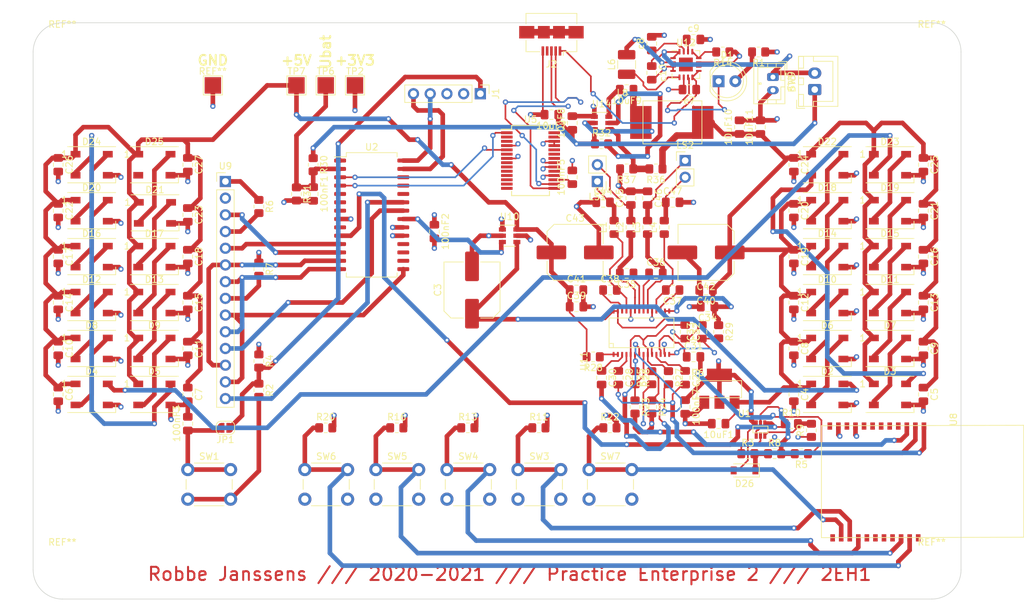
<source format=kicad_pcb>
(kicad_pcb (version 20171130) (host pcbnew "(5.1.8)-1")
  (layers (0 F.Cu signal) (1 In1.Cu power hide) (2 In2.Cu power hide) (31 B.Cu signal) (34 B.Paste user) (35 F.Paste user) (36 B.SilkS user) (37 F.SilkS user) (38 B.Mask user) (39 F.Mask user) (44 Edge.Cuts user))
  (net 0 "")
  (net 1 GND)
  (net 2 BAT_ADC)
  (net 3 +3V3)
  (net 4 "Net-(100nF3-Pad1)")
  (net 5 "Net-(100nF5-Pad1)")
  (net 6 +5V)
  (net 7 Vbat)
  (net 8 "Net-(10uF9-Pad2)")
  (net 9 "Net-(10uF9-Pad1)")
  (net 10 "Net-(BT3-Pad1)")
  (net 11 DataLeds)
  (net 12 Vusb)
  (net 13 "Net-(U12-Pad15)")
  (net 14 "Net-(U12-Pad14)")
  (net 15 "/Class d amplifier/Agnd")
  (net 16 "Net-(C28-Pad1)")
  (net 17 "Net-(C29-Pad1)")
  (net 18 "/Class d amplifier/Aleft")
  (net 19 "Net-(C30-Pad1)")
  (net 20 VoL_Measure)
  (net 21 "Net-(C31-Pad1)")
  (net 22 "Net-(C32-Pad1)")
  (net 23 "Net-(C33-Pad1)")
  (net 24 "Net-(C35-Pad2)")
  (net 25 "Net-(C35-Pad1)")
  (net 26 "Net-(C36-Pad2)")
  (net 27 "Net-(C36-Pad1)")
  (net 28 "Net-(C37-Pad2)")
  (net 29 "Net-(C37-Pad1)")
  (net 30 "Net-(C38-Pad2)")
  (net 31 "Net-(C38-Pad1)")
  (net 32 "Net-(C44-Pad2)")
  (net 33 "Net-(C45-Pad1)")
  (net 34 "Net-(C46-Pad2)")
  (net 35 "Net-(C47-Pad1)")
  (net 36 "Net-(D1-Pad2)")
  (net 37 "Net-(D1-Pad1)")
  (net 38 "Net-(D2-Pad2)")
  (net 39 "Net-(D3-Pad2)")
  (net 40 "Net-(D22-Pad2)")
  (net 41 "Net-(D4-Pad2)")
  (net 42 "Net-(D23-Pad2)")
  (net 43 "Net-(D5-Pad2)")
  (net 44 "Net-(D24-Pad2)")
  (net 45 "Net-(D10-Pad4)")
  (net 46 "Net-(D11-Pad4)")
  (net 47 "Net-(D12-Pad4)")
  (net 48 "Net-(D13-Pad4)")
  (net 49 "Net-(D10-Pad2)")
  (net 50 "Net-(D11-Pad2)")
  (net 51 "Net-(D12-Pad2)")
  (net 52 "Net-(D13-Pad2)")
  (net 53 "Net-(D14-Pad2)")
  (net 54 "Net-(D15-Pad2)")
  (net 55 "Net-(D16-Pad2)")
  (net 56 "Net-(D17-Pad2)")
  (net 57 "Net-(D18-Pad2)")
  (net 58 "Net-(D19-Pad2)")
  (net 59 "Net-(D20-Pad2)")
  (net 60 "Net-(D21-Pad2)")
  (net 61 "Net-(D25-Pad2)")
  (net 62 PGC)
  (net 63 PGD)
  (net 64 Reset)
  (net 65 "Net-(J2-Pad6)")
  (net 66 "Net-(J2-Pad2)")
  (net 67 "Net-(J2-Pad4)")
  (net 68 "Net-(J2-Pad3)")
  (net 69 "Net-(L6-Pad2)")
  (net 70 "Net-(L6-Pad1)")
  (net 71 "Net-(R2-Pad2)")
  (net 72 LCS_rst)
  (net 73 LCD_LED)
  (net 74 vol+)
  (net 75 vol-)
  (net 76 "Net-(R14-Pad2)")
  (net 77 next)
  (net 78 prev)
  (net 79 pp)
  (net 80 "Net-(R23-Pad1)")
  (net 81 "Net-(R24-Pad1)")
  (net 82 "Net-(R25-Pad1)")
  (net 83 "Net-(R28-Pad1)")
  (net 84 "Net-(R32-Pad2)")
  (net 85 "Net-(R36-Pad2)")
  (net 86 Vol_spkr)
  (net 87 "Net-(U2-Pad26)")
  (net 88 "Net-(U2-Pad25)")
  (net 89 "Net-(U2-Pad24)")
  (net 90 LCD_T_Irq)
  (net 91 LCD_T_CS)
  (net 92 D_LEDS)
  (net 93 "Net-(U2-Pad18)")
  (net 94 "Net-(U2-Pad17)")
  (net 95 "Net-(U2-Pad16)")
  (net 96 LCD_SDO)
  (net 97 LCD_SCK)
  (net 98 LCD_SDI)
  (net 99 LCD_CS)
  (net 100 LCD_DC)
  (net 101 "Net-(U2-Pad9)")
  (net 102 "Net-(U2-Pad7)")
  (net 103 "Net-(U2-Pad6)")
  (net 104 RA3)
  (net 105 RX)
  (net 106 TX)
  (net 107 "Net-(U5-Pad28)")
  (net 108 "Net-(U5-Pad27)")
  (net 109 "Net-(U5-Pad23)")
  (net 110 "Net-(U5-Pad22)")
  (net 111 "Net-(U5-Pad19)")
  (net 112 "Net-(U5-Pad14)")
  (net 113 "Net-(U5-Pad13)")
  (net 114 "Net-(U5-Pad12)")
  (net 115 "Net-(U5-Pad11)")
  (net 116 "Net-(U5-Pad10)")
  (net 117 "Net-(U5-Pad9)")
  (net 118 "Net-(U5-Pad6)")
  (net 119 "Net-(U5-Pad3)")
  (net 120 "Net-(U5-Pad2)")
  (net 121 "Net-(U8-Pad23)")
  (net 122 "Net-(U8-Pad20)")
  (net 123 "Net-(U8-Pad19)")
  (net 124 "Net-(U8-Pad18)")
  (net 125 "Net-(U8-Pad17)")
  (net 126 "Net-(U8-Pad13)")
  (net 127 "Net-(U8-Pad12)")
  (net 128 "Net-(U8-Pad10)")
  (net 129 "Net-(U8-Pad8)")
  (net 130 "Net-(U8-Pad7)")
  (net 131 "Net-(U8-Pad6)")
  (net 132 "Net-(U8-Pad5)")
  (net 133 "Net-(U8-Pad4)")
  (net 134 "Net-(U12-Pad10)")
  (net 135 "Net-(D26-Pad1)")
  (net 136 "Net-(R5-Pad2)")
  (net 137 "Net-(R10-Pad2)")
  (module Resistor_SMD:R_0805_2012Metric_Pad1.20x1.40mm_HandSolder (layer F.Cu) (at 192.024 109.22)
    (fp_text reference R10 (at 0 -1.65) (layer F.SilkS))
    (fp_text value 10k)
    (pad 2 smd roundrect (at 1 0) (size 1.2 1.4) (layers F.Cu F.Paste F.Mask) (roundrect_rratio 0.2083325) (net 137 "Net-(R10-Pad2)"))
    (pad 1 smd roundrect (at -1 0) (size 1.2 1.4) (layers F.Cu F.Paste F.Mask) (roundrect_rratio 0.2083325) (net 86 Vol_spkr))
  )
  (module Resistor_SMD:R_0805_2012Metric_Pad1.20x1.40mm_HandSolder (layer F.Cu) (at 195.072 110.236 90)
    (fp_text reference R9 (at 0 -1.65 90) (layer F.SilkS))
    (fp_text value 100k)
    (pad 2 smd roundrect (at 1 0 90) (size 1.2 1.4) (layers F.Cu F.Paste F.Mask) (roundrect_rratio 0.2083325) (net 137 "Net-(R10-Pad2)"))
    (pad 1 smd roundrect (at -1 0 90) (size 1.2 1.4) (layers F.Cu F.Paste F.Mask) (roundrect_rratio 0.2083325) (net 1 GND))
  )
  (module Resistor_SMD:R_0805_2012Metric_Pad1.20x1.40mm_HandSolder (layer F.Cu) (at 189.484 113.792)
    (fp_text reference R8 (at 0 -1.65) (layer F.SilkS))
    (fp_text value 100k)
    (pad 2 smd roundrect (at 1 0) (size 1.2 1.4) (layers F.Cu F.Paste F.Mask) (roundrect_rratio 0.2083325) (net 136 "Net-(R5-Pad2)"))
    (pad 1 smd roundrect (at -1 0) (size 1.2 1.4) (layers F.Cu F.Paste F.Mask) (roundrect_rratio 0.2083325) (net 135 "Net-(D26-Pad1)"))
  )
  (module Resistor_SMD:R_0805_2012Metric_Pad1.20x1.40mm_HandSolder (layer F.Cu) (at 193.548 113.792 180)
    (fp_text reference R5 (at 0 -1.65) (layer F.SilkS))
    (fp_text value 100k)
    (pad 2 smd roundrect (at 1 0 180) (size 1.2 1.4) (layers F.Cu F.Paste F.Mask) (roundrect_rratio 0.2083325) (net 136 "Net-(R5-Pad2)"))
    (pad 1 smd roundrect (at -1 0 180) (size 1.2 1.4) (layers F.Cu F.Paste F.Mask) (roundrect_rratio 0.2083325) (net 20 VoL_Measure))
  )
  (module Resistor_SMD:R_0805_2012Metric_Pad1.20x1.40mm_HandSolder (layer F.Cu) (at 185.42 113.792)
    (fp_text reference R3 (at 0 -1.65) (layer F.SilkS))
    (fp_text value 10k)
    (pad 2 smd roundrect (at 1 0) (size 1.2 1.4) (layers F.Cu F.Paste F.Mask) (roundrect_rratio 0.2083325) (net 135 "Net-(D26-Pad1)"))
    (pad 1 smd roundrect (at -1 0) (size 1.2 1.4) (layers F.Cu F.Paste F.Mask) (roundrect_rratio 0.2083325) (net 3 +3V3))
  )
  (module Diode_SMD:D_SOD-123 (layer F.Cu) (at 184.912 116.332 180)
    (fp_text reference D26 (at 0 -2) (layer F.SilkS))
    (fp_text value D_Zener)
    (pad 2 smd rect (at 1.65 0 180) (size 0.9 1.2) (layers F.Cu F.Paste F.Mask) (net 1 GND))
    (pad 1 smd rect (at -1.65 0 180) (size 0.9 1.2) (layers F.Cu F.Paste F.Mask) (net 135 "Net-(D26-Pad1)"))
  )
  (module Robbe_modules:L_tps563200 (layer F.Cu) (at 166.37 58.42)
    (fp_text reference L8 (at 0 0.5) (layer F.SilkS))
    (fp_text value 2.2uH)
    (pad 2 smd rect (at 12.192 5) (size 3.25 5) (layers F.Cu F.Paste F.Mask) (net 6 +5V))
    (pad 1 smd rect (at 2.794 5) (size 3.25 5) (layers F.Cu F.Paste F.Mask) (net 9 "Net-(10uF9-Pad1)"))
  )
  (module TestPoint:TestPoint_Pad_2.5x2.5mm (layer F.Cu) (at 104.14 57.785)
    (fp_text reference REF** (at 0 -2.148) (layer F.SilkS))
    (fp_text value TestPoint_GND)
    (pad 1 smd rect (at 0 0) (size 2.5 2.5) (layers F.Cu F.Mask) (net 1 GND))
  )
  (module Robbe_modules:LTC2063 (layer F.Cu) (at 184.912 107.188)
    (fp_text reference U1 (at 0 0.5) (layer F.SilkS))
    (fp_text value LTC2063)
    (pad 1 smd rect (at 1.778 3.832) (size 0.47 1) (layers F.Cu F.Paste F.Mask) (net 136 "Net-(R5-Pad2)") (clearance 0.1))
    (pad 3 smd rect (at 3.078 3.832) (size 0.47 1) (layers F.Cu F.Paste F.Mask) (net 137 "Net-(R10-Pad2)") (clearance 0.1))
    (pad 2 smd rect (at 2.428 3.832) (size 0.47 1) (layers F.Cu F.Paste F.Mask) (net 1 GND) (clearance 0.1))
    (pad 6 smd rect (at 1.778 2.032) (size 0.47 1) (layers F.Cu F.Paste F.Mask) (net 3 +3V3) (clearance 0.1))
    (pad 5 smd rect (at 2.428 2.032) (size 0.47 1) (layers F.Cu F.Paste F.Mask) (net 136 "Net-(R5-Pad2)") (clearance 0.1))
    (pad 4 smd rect (at 3.078 2.032) (size 0.47 1) (layers F.Cu F.Paste F.Mask) (net 86 Vol_spkr) (clearance 0.1))
  )
  (module MountingHole:MountingHole_3.2mm_M3 (layer F.Cu) (at 81.28 52.705)
    (fp_text reference REF** (at 0 -4.2) (layer F.SilkS))
    (fp_text value MountingHole_3.2mm_M3)
    (pad 1 np_thru_hole circle (at 0 0) (size 3.2 3.2) (drill 3.2) (layers *.Cu *.Mask))
  )
  (module MountingHole:MountingHole_3.2mm_M3 (layer F.Cu) (at 81.28 131.445)
    (fp_text reference REF** (at 0 -4.2) (layer F.SilkS))
    (fp_text value MountingHole_3.2mm_M3)
    (pad 1 np_thru_hole circle (at 0 0) (size 3.2 3.2) (drill 3.2) (layers *.Cu *.Mask))
  )
  (module MountingHole:MountingHole_3.2mm_M3 (layer F.Cu) (at 213.36 131.445)
    (fp_text reference REF** (at 0 -4.2) (layer F.SilkS))
    (fp_text value MountingHole_3.2mm_M3)
    (pad 1 np_thru_hole circle (at 0 0) (size 3.2 3.2) (drill 3.2) (layers *.Cu *.Mask))
  )
  (module MountingHole:MountingHole_3.2mm_M3 (layer F.Cu) (at 213.36 52.705)
    (fp_text reference REF** (at 0 -4.2) (layer F.SilkS))
    (fp_text value MountingHole_3.2mm_M3)
    (pad 1 np_thru_hole circle (at 0 0) (size 3.2 3.2) (drill 3.2) (layers *.Cu *.Mask))
  )
  (module Connector_USB:USB_Micro-B_Amphenol_10104110_Horizontal (layer F.Cu) (at 155.575 51 180)
    (fp_text reference J2 (at 0 -3.55) (layer F.SilkS))
    (fp_text value USB_B_Micro)
    (pad 1 smd rect (at -1.3 -1.55 180) (size 0.4 1.4) (layers F.Cu F.Paste F.Mask) (net 12 Vusb))
    (pad 2 smd rect (at -0.65 -1.55 180) (size 0.4 1.4) (layers F.Cu F.Paste F.Mask) (net 66 "Net-(J2-Pad2)"))
    (pad 3 smd rect (at 0 -1.55 180) (size 0.4 1.4) (layers F.Cu F.Paste F.Mask) (net 68 "Net-(J2-Pad3)"))
    (pad 4 smd rect (at 0.65 -1.55 180) (size 0.4 1.4) (layers F.Cu F.Paste F.Mask) (net 67 "Net-(J2-Pad4)"))
    (pad 5 smd rect (at 1.3 -1.55 180) (size 0.4 1.4) (layers F.Cu F.Paste F.Mask) (net 1 GND))
    (pad 6 smd rect (at -3.75 1.3 180) (size 2.3 1.9) (layers F.Cu F.Paste F.Mask) (net 65 "Net-(J2-Pad6)"))
    (pad 6 smd rect (at 3.75 1.3 180) (size 2.3 1.9) (layers F.Cu F.Paste F.Mask) (net 65 "Net-(J2-Pad6)"))
    (pad 6 smd rect (at -1.15 1.3 180) (size 1.8 1.9) (layers F.Cu F.Paste F.Mask) (net 65 "Net-(J2-Pad6)"))
    (pad 6 smd rect (at 1.15 1.3 180) (size 1.8 1.9) (layers F.Cu F.Paste F.Mask) (net 65 "Net-(J2-Pad6)"))
  )
  (module Package_TO_SOT_SMD:SOT-23-6 (layer F.Cu) (at 163.195 63.5)
    (fp_text reference U14 (at 0 -2.9) (layer F.SilkS))
    (fp_text value TPS563200)
    (pad 5 smd rect (at 1.1 0) (size 1.06 0.65) (layers F.Cu F.Paste F.Mask) (net 84 "Net-(R32-Pad2)"))
    (pad 6 smd rect (at 1.1 -0.95) (size 1.06 0.65) (layers F.Cu F.Paste F.Mask) (net 8 "Net-(10uF9-Pad2)"))
    (pad 4 smd rect (at 1.1 0.95) (size 1.06 0.65) (layers F.Cu F.Paste F.Mask) (net 85 "Net-(R36-Pad2)"))
    (pad 3 smd rect (at -1.1 0.95) (size 1.06 0.65) (layers F.Cu F.Paste F.Mask) (net 7 Vbat))
    (pad 2 smd rect (at -1.1 0) (size 1.06 0.65) (layers F.Cu F.Paste F.Mask) (net 9 "Net-(10uF9-Pad1)"))
    (pad 1 smd rect (at -1.1 -0.95) (size 1.06 0.65) (layers F.Cu F.Paste F.Mask) (net 1 GND))
  )
  (module Package_DFN_QFN:QFN-16-1EP_4x4mm_P0.65mm_EP2.1x2.1mm (layer F.Cu) (at 176.005 54.61)
    (fp_text reference U12 (at 0 -3.32) (layer F.SilkS))
    (fp_text value LTC4001)
    (pad 17 smd rect (at 0 0) (size 2.1 2.1) (layers F.Cu F.Mask))
    (pad 16 smd roundrect (at -0.975 -1.95) (size 0.3 0.85) (layers F.Cu F.Paste F.Mask) (net 10 "Net-(BT3-Pad1)"))
    (pad 15 smd roundrect (at -0.325 -1.95) (size 0.3 0.85) (layers F.Cu F.Paste F.Mask) (net 13 "Net-(U12-Pad15)"))
    (pad 14 smd roundrect (at 0.325 -1.95) (size 0.3 0.85) (layers F.Cu F.Paste F.Mask) (net 14 "Net-(U12-Pad14)"))
    (pad 13 smd roundrect (at 0.975 -1.95) (size 0.3 0.85) (layers F.Cu F.Paste F.Mask) (net 76 "Net-(R14-Pad2)"))
    (pad 12 smd roundrect (at 1.95 -0.975) (size 0.85 0.3) (layers F.Cu F.Paste F.Mask) (net 76 "Net-(R14-Pad2)"))
    (pad 11 smd roundrect (at 1.95 -0.325) (size 0.85 0.3) (layers F.Cu F.Paste F.Mask) (net 1 GND))
    (pad 10 smd roundrect (at 1.95 0.325) (size 0.85 0.3) (layers F.Cu F.Paste F.Mask) (net 134 "Net-(U12-Pad10)"))
    (pad 9 smd roundrect (at 1.95 0.975) (size 0.85 0.3) (layers F.Cu F.Paste F.Mask) (net 12 Vusb))
    (pad 8 smd roundrect (at 0.975 1.95) (size 0.3 0.85) (layers F.Cu F.Paste F.Mask) (net 12 Vusb))
    (pad 7 smd roundrect (at 0.325 1.95) (size 0.3 0.85) (layers F.Cu F.Paste F.Mask) (net 37 "Net-(D1-Pad1)"))
    (pad 6 smd roundrect (at -0.325 1.95) (size 0.3 0.85) (layers F.Cu F.Paste F.Mask) (net 1 GND))
    (pad 5 smd roundrect (at -0.975 1.95) (size 0.3 0.85) (layers F.Cu F.Paste F.Mask) (net 70 "Net-(L6-Pad1)"))
    (pad 4 smd roundrect (at -1.95 0.975) (size 0.85 0.3) (layers F.Cu F.Paste F.Mask) (net 1 GND))
    (pad 3 smd roundrect (at -1.95 0.325) (size 0.85 0.3) (layers F.Cu F.Paste F.Mask) (net 1 GND))
    (pad 2 smd roundrect (at -1.95 -0.325) (size 0.85 0.3) (layers F.Cu F.Paste F.Mask) (net 69 "Net-(L6-Pad2)"))
    (pad 1 smd roundrect (at -1.95 -0.975) (size 0.85 0.3) (layers F.Cu F.Paste F.Mask) (net 10 "Net-(BT3-Pad1)"))
  )
  (module Robbe_modules:tpa3140 (layer F.Cu) (at 160.02 99.695 90)
    (fp_text reference U11 (at 0 0.5 90) (layer F.SilkS))
    (fp_text value tpa3140)
    (pad 24 smd rect (at 7.6 7.6 90) (size 0.75 0.3) (layers F.Cu F.Paste F.Mask) (net 1 GND))
    (pad 26 smd rect (at 7.6 6.3 90) (size 0.75 0.3) (layers F.Cu F.Paste F.Mask) (net 31 "Net-(C38-Pad1)"))
    (pad 25 smd rect (at 7.6 6.95 90) (size 0.75 0.3) (layers F.Cu F.Paste F.Mask) (net 30 "Net-(C38-Pad2)"))
    (pad 23 smd rect (at 7.6 8.25 90) (size 0.75 0.3) (layers F.Cu F.Paste F.Mask) (net 24 "Net-(C35-Pad2)"))
    (pad 22 smd rect (at 7.6 8.9 90) (size 0.75 0.3) (layers F.Cu F.Paste F.Mask) (net 25 "Net-(C35-Pad1)"))
    (pad 21 smd rect (at 7.6 9.55 90) (size 0.75 0.3) (layers F.Cu F.Paste F.Mask) (net 27 "Net-(C36-Pad1)"))
    (pad 27 smd rect (at 7.6 5.65 90) (size 0.75 0.3) (layers F.Cu F.Paste F.Mask) (net 6 +5V))
    (pad 19 smd rect (at 7.6 10.85 90) (size 0.75 0.3) (layers F.Cu F.Paste F.Mask) (net 1 GND))
    (pad 20 smd rect (at 7.6 10.2 90) (size 0.75 0.3) (layers F.Cu F.Paste F.Mask) (net 26 "Net-(C36-Pad2)"))
    (pad 18 smd rect (at 7.6 11.5 90) (size 0.75 0.3) (layers F.Cu F.Paste F.Mask) (net 28 "Net-(C37-Pad2)"))
    (pad 15 smd rect (at 7.6 13.45 90) (size 0.75 0.3) (layers F.Cu F.Paste F.Mask) (net 6 +5V))
    (pad 17 smd rect (at 7.6 12.15 90) (size 0.75 0.3) (layers F.Cu F.Paste F.Mask) (net 29 "Net-(C37-Pad1)"))
    (pad 16 smd rect (at 7.6 12.8 90) (size 0.75 0.3) (layers F.Cu F.Paste F.Mask) (net 6 +5V))
    (pad 28 smd rect (at 7.6 5 90) (size 0.75 0.3) (layers F.Cu F.Paste F.Mask) (net 6 +5V))
    (pad 14 smd rect (at 1 13.45 90) (size 0.75 0.3) (layers F.Cu F.Paste F.Mask) (net 23 "Net-(C33-Pad1)"))
    (pad 13 smd rect (at 1 12.8 90) (size 0.75 0.3) (layers F.Cu F.Paste F.Mask) (net 1 GND))
    (pad 12 smd rect (at 1 12.15 90) (size 0.75 0.3) (layers F.Cu F.Paste F.Mask) (net 21 "Net-(C31-Pad1)"))
    (pad 11 smd rect (at 1 11.5 90) (size 0.75 0.3) (layers F.Cu F.Paste F.Mask) (net 17 "Net-(C29-Pad1)"))
    (pad 10 smd rect (at 1 10.85 90) (size 0.75 0.3) (layers F.Cu F.Paste F.Mask) (net 1 GND))
    (pad 9 smd rect (at 1 10.2 90) (size 0.75 0.3) (layers F.Cu F.Paste F.Mask) (net 22 "Net-(C32-Pad1)"))
    (pad 8 smd rect (at 1 9.55 90) (size 0.75 0.3) (layers F.Cu F.Paste F.Mask) (net 80 "Net-(R23-Pad1)"))
    (pad 7 smd rect (at 1 8.9 90) (size 0.75 0.3) (layers F.Cu F.Paste F.Mask) (net 82 "Net-(R25-Pad1)"))
    (pad 6 smd rect (at 1 8.25 90) (size 0.75 0.3) (layers F.Cu F.Paste F.Mask) (net 81 "Net-(R24-Pad1)"))
    (pad 5 smd rect (at 1 7.6 90) (size 0.75 0.3) (layers F.Cu F.Paste F.Mask) (net 22 "Net-(C32-Pad1)"))
    (pad 4 smd rect (at 1 6.95 90) (size 0.75 0.3) (layers F.Cu F.Paste F.Mask) (net 16 "Net-(C28-Pad1)"))
    (pad 3 smd rect (at 1 6.3 90) (size 0.75 0.3) (layers F.Cu F.Paste F.Mask) (net 19 "Net-(C30-Pad1)"))
    (pad 2 smd rect (at 1 5.65 90) (size 0.75 0.3) (layers F.Cu F.Paste F.Mask) (net 83 "Net-(R28-Pad1)"))
    (pad 1 smd rect (at 1 5 90) (size 0.75 0.3) (layers F.Cu F.Paste F.Mask) (net 83 "Net-(R28-Pad1)"))
  )
  (module Package_TO_SOT_SMD:SOT-23-6 (layer F.Cu) (at 149.225 80.645)
    (fp_text reference U10 (at 0 -2.9) (layer F.SilkS))
    (fp_text value SN74LVC1T45DBV)
    (pad 5 smd rect (at 1.1 0) (size 1.06 0.65) (layers F.Cu F.Paste F.Mask) (net 3 +3V3))
    (pad 6 smd rect (at 1.1 -0.95) (size 1.06 0.65) (layers F.Cu F.Paste F.Mask) (net 6 +5V))
    (pad 4 smd rect (at 1.1 0.95) (size 1.06 0.65) (layers F.Cu F.Paste F.Mask) (net 11 DataLeds))
    (pad 3 smd rect (at -1.1 0.95) (size 1.06 0.65) (layers F.Cu F.Paste F.Mask) (net 92 D_LEDS))
    (pad 2 smd rect (at -1.1 0) (size 1.06 0.65) (layers F.Cu F.Paste F.Mask) (net 1 GND))
    (pad 1 smd rect (at -1.1 -0.95) (size 1.06 0.65) (layers F.Cu F.Paste F.Mask) (net 3 +3V3))
  )
  (module Connector_PinHeader_2.54mm:PinHeader_1x14_P2.54mm_Vertical (layer F.Cu) (at 106.045 72.39)
    (fp_text reference U9 (at 0 -2.33) (layer F.SilkS))
    (fp_text value Spi_header)
    (pad 14 thru_hole oval (at 0 33.02) (size 1.7 1.7) (drill 1) (layers *.Cu *.Mask) (net 90 LCD_T_Irq))
    (pad 13 thru_hole oval (at 0 30.48) (size 1.7 1.7) (drill 1) (layers *.Cu *.Mask) (net 96 LCD_SDO))
    (pad 12 thru_hole oval (at 0 27.94) (size 1.7 1.7) (drill 1) (layers *.Cu *.Mask) (net 98 LCD_SDI))
    (pad 11 thru_hole oval (at 0 25.4) (size 1.7 1.7) (drill 1) (layers *.Cu *.Mask) (net 91 LCD_T_CS))
    (pad 10 thru_hole oval (at 0 22.86) (size 1.7 1.7) (drill 1) (layers *.Cu *.Mask) (net 97 LCD_SCK))
    (pad 9 thru_hole oval (at 0 20.32) (size 1.7 1.7) (drill 1) (layers *.Cu *.Mask) (net 96 LCD_SDO))
    (pad 8 thru_hole oval (at 0 17.78) (size 1.7 1.7) (drill 1) (layers *.Cu *.Mask) (net 73 LCD_LED))
    (pad 7 thru_hole oval (at 0 15.24) (size 1.7 1.7) (drill 1) (layers *.Cu *.Mask) (net 97 LCD_SCK))
    (pad 6 thru_hole oval (at 0 12.7) (size 1.7 1.7) (drill 1) (layers *.Cu *.Mask) (net 98 LCD_SDI))
    (pad 5 thru_hole oval (at 0 10.16) (size 1.7 1.7) (drill 1) (layers *.Cu *.Mask) (net 100 LCD_DC))
    (pad 4 thru_hole oval (at 0 7.62) (size 1.7 1.7) (drill 1) (layers *.Cu *.Mask) (net 72 LCS_rst))
    (pad 3 thru_hole oval (at 0 5.08) (size 1.7 1.7) (drill 1) (layers *.Cu *.Mask) (net 99 LCD_CS))
    (pad 2 thru_hole oval (at 0 2.54) (size 1.7 1.7) (drill 1) (layers *.Cu *.Mask) (net 1 GND))
    (pad 1 thru_hole rect (at 0 0) (size 1.7 1.7) (drill 1) (layers *.Cu *.Mask) (net 3 +3V3))
  )
  (module Robbe_modules:OVC3860_EDR (layer F.Cu) (at 217.17 108.585 270)
    (fp_text reference U8 (at 0 0.5 90) (layer F.SilkS))
    (fp_text value OVC3860_EDR)
    (pad 21 smd rect (at 18 8.47 270) (size 1.1 0.7) (layers F.Cu F.Paste F.Mask) (net 77 next))
    (pad 22 smd rect (at 18 7.17 270) (size 1.1 0.7) (layers F.Cu F.Paste F.Mask) (net 78 prev))
    (pad 23 smd rect (at 18 5.87 270) (size 1.1 0.7) (layers F.Cu F.Paste F.Mask) (net 121 "Net-(U8-Pad23)"))
    (pad 20 smd rect (at 18 9.77 270) (size 1.1 0.7) (layers F.Cu F.Paste F.Mask) (net 122 "Net-(U8-Pad20)"))
    (pad 19 smd rect (at 18 11.07 270) (size 1.1 0.7) (layers F.Cu F.Paste F.Mask) (net 123 "Net-(U8-Pad19)"))
    (pad 18 smd rect (at 18 12.37 270) (size 1.1 0.7) (layers F.Cu F.Paste F.Mask) (net 124 "Net-(U8-Pad18)"))
    (pad 17 smd rect (at 18 13.67 270) (size 1.1 0.7) (layers F.Cu F.Paste F.Mask) (net 125 "Net-(U8-Pad17)"))
    (pad 16 smd rect (at 18 14.97 270) (size 1.1 0.7) (layers F.Cu F.Paste F.Mask) (net 75 vol-))
    (pad 15 smd rect (at 18 16.27 270) (size 1.1 0.7) (layers F.Cu F.Paste F.Mask) (net 74 vol+))
    (pad 14 smd rect (at 18 17.57 270) (size 1.1 0.7) (layers F.Cu F.Paste F.Mask) (net 79 pp))
    (pad 13 smd rect (at 18 18.87 270) (size 1.1 0.7) (layers F.Cu F.Paste F.Mask) (net 126 "Net-(U8-Pad13)"))
    (pad 12 smd rect (at 1 19.3 270) (size 1.1 0.7) (layers F.Cu F.Paste F.Mask) (net 127 "Net-(U8-Pad12)"))
    (pad 11 smd rect (at 1 18 270) (size 1.1 0.7) (layers F.Cu F.Paste F.Mask) (net 3 +3V3))
    (pad 10 smd rect (at 1 16.7 270) (size 1.1 0.7) (layers F.Cu F.Paste F.Mask) (net 128 "Net-(U8-Pad10)"))
    (pad 9 smd rect (at 1 15.4 270) (size 1.1 0.7) (layers F.Cu F.Paste F.Mask) (net 1 GND))
    (pad 8 smd rect (at 1 14.1 270) (size 1.1 0.7) (layers F.Cu F.Paste F.Mask) (net 129 "Net-(U8-Pad8)"))
    (pad 7 smd rect (at 1 12.8 270) (size 1.1 0.7) (layers F.Cu F.Paste F.Mask) (net 130 "Net-(U8-Pad7)"))
    (pad 6 smd rect (at 1 11.5 270) (size 1.1 0.7) (layers F.Cu F.Paste F.Mask) (net 131 "Net-(U8-Pad6)"))
    (pad 5 smd rect (at 1 10.2 270) (size 1.1 0.7) (layers F.Cu F.Paste F.Mask) (net 132 "Net-(U8-Pad5)"))
    (pad 4 smd rect (at 1 8.9 270) (size 1.1 0.7) (layers F.Cu F.Paste F.Mask) (net 133 "Net-(U8-Pad4)"))
    (pad 3 smd rect (at 1 7.6 270) (size 1.1 0.7) (layers F.Cu F.Paste F.Mask) (net 18 "/Class d amplifier/Aleft"))
    (pad 2 smd rect (at 1 6.3 270) (size 1.1 0.7) (layers F.Cu F.Paste F.Mask) (net 20 VoL_Measure))
    (pad 1 smd rect (at 1 5 270) (size 1.1 0.7) (layers F.Cu F.Paste F.Mask) (net 15 "/Class d amplifier/Agnd"))
  )
  (module Robbe_modules:LM1117 (layer F.Cu) (at 177.8 100.965)
    (fp_text reference U6 (at 0 0.5) (layer F.SilkS))
    (fp_text value LM1117-3.3)
    (pad 2 smd rect (at 3.3 0.889) (size 3.8 2) (layers F.Cu F.Paste F.Mask) (net 3 +3V3))
    (pad 3 smd rect (at 5.6 5) (size 1.5 2) (layers F.Cu F.Paste F.Mask) (net 6 +5V))
    (pad 2 smd rect (at 3.3 5) (size 1.5 2) (layers F.Cu F.Paste F.Mask) (net 3 +3V3))
    (pad 1 smd rect (at 1 5) (size 1.5 2) (layers F.Cu F.Paste F.Mask) (net 1 GND))
  )
  (module Package_SO:SSOP-28_5.3x10.2mm_P0.65mm (layer F.Cu) (at 152.4 69.215)
    (fp_text reference U5 (at 0 -6.25) (layer F.SilkS))
    (fp_text value FT232RL)
    (pad 28 smd rect (at 3.6 -4.225) (size 1.75 0.45) (layers F.Cu F.Paste F.Mask) (net 107 "Net-(U5-Pad28)"))
    (pad 27 smd rect (at 3.6 -3.575) (size 1.75 0.45) (layers F.Cu F.Paste F.Mask) (net 108 "Net-(U5-Pad27)"))
    (pad 26 smd rect (at 3.6 -2.925) (size 1.75 0.45) (layers F.Cu F.Paste F.Mask) (net 1 GND))
    (pad 25 smd rect (at 3.6 -2.275) (size 1.75 0.45) (layers F.Cu F.Paste F.Mask) (net 1 GND))
    (pad 24 smd rect (at 3.6 -1.625) (size 1.75 0.45) (layers F.Cu F.Paste F.Mask))
    (pad 23 smd rect (at 3.6 -0.975) (size 1.75 0.45) (layers F.Cu F.Paste F.Mask) (net 109 "Net-(U5-Pad23)"))
    (pad 22 smd rect (at 3.6 -0.325) (size 1.75 0.45) (layers F.Cu F.Paste F.Mask) (net 110 "Net-(U5-Pad22)"))
    (pad 21 smd rect (at 3.6 0.325) (size 1.75 0.45) (layers F.Cu F.Paste F.Mask) (net 1 GND))
    (pad 20 smd rect (at 3.6 0.975) (size 1.75 0.45) (layers F.Cu F.Paste F.Mask) (net 3 +3V3))
    (pad 19 smd rect (at 3.6 1.625) (size 1.75 0.45) (layers F.Cu F.Paste F.Mask) (net 111 "Net-(U5-Pad19)"))
    (pad 18 smd rect (at 3.6 2.275) (size 1.75 0.45) (layers F.Cu F.Paste F.Mask) (net 1 GND))
    (pad 17 smd rect (at 3.6 2.925) (size 1.75 0.45) (layers F.Cu F.Paste F.Mask) (net 5 "Net-(100nF5-Pad1)"))
    (pad 16 smd rect (at 3.6 3.575) (size 1.75 0.45) (layers F.Cu F.Paste F.Mask) (net 66 "Net-(J2-Pad2)"))
    (pad 15 smd rect (at 3.6 4.225) (size 1.75 0.45) (layers F.Cu F.Paste F.Mask) (net 68 "Net-(J2-Pad3)"))
    (pad 14 smd rect (at -3.6 4.225) (size 1.75 0.45) (layers F.Cu F.Paste F.Mask) (net 112 "Net-(U5-Pad14)"))
    (pad 13 smd rect (at -3.6 3.575) (size 1.75 0.45) (layers F.Cu F.Paste F.Mask) (net 113 "Net-(U5-Pad13)"))
    (pad 12 smd rect (at -3.6 2.925) (size 1.75 0.45) (layers F.Cu F.Paste F.Mask) (net 114 "Net-(U5-Pad12)"))
    (pad 11 smd rect (at -3.6 2.275) (size 1.75 0.45) (layers F.Cu F.Paste F.Mask) (net 115 "Net-(U5-Pad11)"))
    (pad 10 smd rect (at -3.6 1.625) (size 1.75 0.45) (layers F.Cu F.Paste F.Mask) (net 116 "Net-(U5-Pad10)"))
    (pad 9 smd rect (at -3.6 0.975) (size 1.75 0.45) (layers F.Cu F.Paste F.Mask) (net 117 "Net-(U5-Pad9)"))
    (pad 8 smd rect (at -3.6 0.325) (size 1.75 0.45) (layers F.Cu F.Paste F.Mask))
    (pad 7 smd rect (at -3.6 -0.325) (size 1.75 0.45) (layers F.Cu F.Paste F.Mask) (net 1 GND))
    (pad 6 smd rect (at -3.6 -0.975) (size 1.75 0.45) (layers F.Cu F.Paste F.Mask) (net 118 "Net-(U5-Pad6)"))
    (pad 5 smd rect (at -3.6 -1.625) (size 1.75 0.45) (layers F.Cu F.Paste F.Mask) (net 106 TX))
    (pad 4 smd rect (at -3.6 -2.275) (size 1.75 0.45) (layers F.Cu F.Paste F.Mask) (net 3 +3V3))
    (pad 3 smd rect (at -3.6 -2.925) (size 1.75 0.45) (layers F.Cu F.Paste F.Mask) (net 119 "Net-(U5-Pad3)"))
    (pad 2 smd rect (at -3.6 -3.575) (size 1.75 0.45) (layers F.Cu F.Paste F.Mask) (net 120 "Net-(U5-Pad2)"))
    (pad 1 smd rect (at -3.6 -4.225) (size 1.75 0.45) (layers F.Cu F.Paste F.Mask) (net 105 RX))
  )
  (module Package_SO:SOIC-28W_7.5x18.7mm_P1.27mm (layer F.Cu) (at 128.27 77.47)
    (fp_text reference U2 (at 0 -10.3) (layer F.SilkS))
    (fp_text value pic18f27k40)
    (pad 28 smd roundrect (at 4.8 -8.255) (size 1.8 0.6) (layers F.Cu F.Paste F.Mask) (net 63 PGD))
    (pad 27 smd roundrect (at 4.8 -6.985) (size 1.8 0.6) (layers F.Cu F.Paste F.Mask) (net 62 PGC))
    (pad 26 smd roundrect (at 4.8 -5.715) (size 1.8 0.6) (layers F.Cu F.Paste F.Mask) (net 87 "Net-(U2-Pad26)"))
    (pad 25 smd roundrect (at 4.8 -4.445) (size 1.8 0.6) (layers F.Cu F.Paste F.Mask) (net 88 "Net-(U2-Pad25)"))
    (pad 24 smd roundrect (at 4.8 -3.175) (size 1.8 0.6) (layers F.Cu F.Paste F.Mask) (net 89 "Net-(U2-Pad24)"))
    (pad 23 smd roundrect (at 4.8 -1.905) (size 1.8 0.6) (layers F.Cu F.Paste F.Mask) (net 90 LCD_T_Irq))
    (pad 22 smd roundrect (at 4.8 -0.635) (size 1.8 0.6) (layers F.Cu F.Paste F.Mask) (net 91 LCD_T_CS))
    (pad 21 smd roundrect (at 4.8 0.635) (size 1.8 0.6) (layers F.Cu F.Paste F.Mask) (net 92 D_LEDS))
    (pad 20 smd roundrect (at 4.8 1.905) (size 1.8 0.6) (layers F.Cu F.Paste F.Mask) (net 3 +3V3))
    (pad 19 smd roundrect (at 4.8 3.175) (size 1.8 0.6) (layers F.Cu F.Paste F.Mask) (net 1 GND))
    (pad 18 smd roundrect (at 4.8 4.445) (size 1.8 0.6) (layers F.Cu F.Paste F.Mask) (net 93 "Net-(U2-Pad18)"))
    (pad 17 smd roundrect (at 4.8 5.715) (size 1.8 0.6) (layers F.Cu F.Paste F.Mask) (net 94 "Net-(U2-Pad17)"))
    (pad 16 smd roundrect (at 4.8 6.985) (size 1.8 0.6) (layers F.Cu F.Paste F.Mask) (net 95 "Net-(U2-Pad16)"))
    (pad 15 smd roundrect (at 4.8 8.255) (size 1.8 0.6) (layers F.Cu F.Paste F.Mask) (net 96 LCD_SDO))
    (pad 14 smd roundrect (at -4.8 8.255) (size 1.8 0.6) (layers F.Cu F.Paste F.Mask) (net 97 LCD_SCK))
    (pad 13 smd roundrect (at -4.8 6.985) (size 1.8 0.6) (layers F.Cu F.Paste F.Mask) (net 98 LCD_SDI))
    (pad 12 smd roundrect (at -4.8 5.715) (size 1.8 0.6) (layers F.Cu F.Paste F.Mask) (net 99 LCD_CS))
    (pad 11 smd roundrect (at -4.8 4.445) (size 1.8 0.6) (layers F.Cu F.Paste F.Mask) (net 100 LCD_DC))
    (pad 10 smd roundrect (at -4.8 3.175) (size 1.8 0.6) (layers F.Cu F.Paste F.Mask) (net 86 Vol_spkr))
    (pad 9 smd roundrect (at -4.8 1.905) (size 1.8 0.6) (layers F.Cu F.Paste F.Mask) (net 101 "Net-(U2-Pad9)"))
    (pad 8 smd roundrect (at -4.8 0.635) (size 1.8 0.6) (layers F.Cu F.Paste F.Mask) (net 1 GND))
    (pad 7 smd roundrect (at -4.8 -0.635) (size 1.8 0.6) (layers F.Cu F.Paste F.Mask) (net 102 "Net-(U2-Pad7)"))
    (pad 6 smd roundrect (at -4.8 -1.905) (size 1.8 0.6) (layers F.Cu F.Paste F.Mask) (net 103 "Net-(U2-Pad6)"))
    (pad 5 smd roundrect (at -4.8 -3.175) (size 1.8 0.6) (layers F.Cu F.Paste F.Mask) (net 104 RA3))
    (pad 4 smd roundrect (at -4.8 -4.445) (size 1.8 0.6) (layers F.Cu F.Paste F.Mask) (net 105 RX))
    (pad 3 smd roundrect (at -4.8 -5.715) (size 1.8 0.6) (layers F.Cu F.Paste F.Mask) (net 106 TX))
    (pad 2 smd roundrect (at -4.8 -6.985) (size 1.8 0.6) (layers F.Cu F.Paste F.Mask) (net 2 BAT_ADC))
    (pad 1 smd roundrect (at -4.8 -8.255) (size 1.8 0.6) (layers F.Cu F.Paste F.Mask) (net 64 Reset))
  )
  (module TestPoint:TestPoint_Pad_2.5x2.5mm (layer F.Cu) (at 116.84 57.785)
    (fp_text reference TP7 (at 0 -2.148) (layer F.SilkS))
    (fp_text value TestPoint)
    (pad 1 smd rect (at 0 0) (size 2.5 2.5) (layers F.Cu F.Mask) (net 6 +5V))
  )
  (module TestPoint:TestPoint_Pad_2.5x2.5mm (layer F.Cu) (at 121.285 57.785)
    (fp_text reference TP6 (at 0 -2.148) (layer F.SilkS))
    (fp_text value TestPoint)
    (pad 1 smd rect (at 0 0) (size 2.5 2.5) (layers F.Cu F.Mask) (net 2 BAT_ADC))
  )
  (module TestPoint:TestPoint_Pad_2.5x2.5mm (layer F.Cu) (at 125.73 57.785)
    (fp_text reference TP2 (at 0 -2.148) (layer F.SilkS))
    (fp_text value TestPoint)
    (pad 1 smd rect (at 0 0) (size 2.5 2.5) (layers F.Cu F.Mask) (net 3 +3V3))
  )
  (module Connector_JST:JST_XH_B2B-XH-A_1x02_P2.50mm_Vertical (layer F.Cu) (at 195.58 58.42 90)
    (fp_text reference SW9 (at 1.25 -3.55 90) (layer F.SilkS))
    (fp_text value Switch)
    (pad 2 thru_hole oval (at 2.5 0 90) (size 1.7 2) (drill 1) (layers *.Cu *.Mask) (net 10 "Net-(BT3-Pad1)"))
    (pad 1 thru_hole roundrect (at 0 0 90) (size 1.7 2) (drill 1) (layers *.Cu *.Mask) (roundrect_rratio 0.1470588235294118) (net 7 Vbat))
  )
  (module Button_Switch_THT:SW_PUSH_6mm_H7.3mm (layer F.Cu) (at 161.29 116.205)
    (fp_text reference SW7 (at 3.25 -2) (layer F.SilkS))
    (fp_text value SW_Push)
    (pad 1 thru_hole circle (at 6.5 0 90) (size 2 2) (drill 1.1) (layers *.Cu *.Mask) (net 79 pp))
    (pad 2 thru_hole circle (at 6.5 4.5 90) (size 2 2) (drill 1.1) (layers *.Cu *.Mask) (net 3 +3V3))
    (pad 1 thru_hole circle (at 0 0 90) (size 2 2) (drill 1.1) (layers *.Cu *.Mask) (net 79 pp))
    (pad 2 thru_hole circle (at 0 4.5 90) (size 2 2) (drill 1.1) (layers *.Cu *.Mask) (net 3 +3V3))
  )
  (module Button_Switch_THT:SW_PUSH_6mm_H7.3mm (layer F.Cu) (at 118.11 116.205)
    (fp_text reference SW6 (at 3.25 -2) (layer F.SilkS))
    (fp_text value SW_Push)
    (pad 1 thru_hole circle (at 6.5 0 90) (size 2 2) (drill 1.1) (layers *.Cu *.Mask) (net 78 prev))
    (pad 2 thru_hole circle (at 6.5 4.5 90) (size 2 2) (drill 1.1) (layers *.Cu *.Mask) (net 3 +3V3))
    (pad 1 thru_hole circle (at 0 0 90) (size 2 2) (drill 1.1) (layers *.Cu *.Mask) (net 78 prev))
    (pad 2 thru_hole circle (at 0 4.5 90) (size 2 2) (drill 1.1) (layers *.Cu *.Mask) (net 3 +3V3))
  )
  (module Button_Switch_THT:SW_PUSH_6mm_H7.3mm (layer F.Cu) (at 128.905 116.205)
    (fp_text reference SW5 (at 3.25 -2) (layer F.SilkS))
    (fp_text value SW_Push)
    (pad 1 thru_hole circle (at 6.5 0 90) (size 2 2) (drill 1.1) (layers *.Cu *.Mask) (net 77 next))
    (pad 2 thru_hole circle (at 6.5 4.5 90) (size 2 2) (drill 1.1) (layers *.Cu *.Mask) (net 3 +3V3))
    (pad 1 thru_hole circle (at 0 0 90) (size 2 2) (drill 1.1) (layers *.Cu *.Mask) (net 77 next))
    (pad 2 thru_hole circle (at 0 4.5 90) (size 2 2) (drill 1.1) (layers *.Cu *.Mask) (net 3 +3V3))
  )
  (module Button_Switch_THT:SW_PUSH_6mm_H7.3mm (layer F.Cu) (at 139.7 116.205)
    (fp_text reference SW4 (at 3.25 -2) (layer F.SilkS))
    (fp_text value SW_Push)
    (pad 1 thru_hole circle (at 6.5 0 90) (size 2 2) (drill 1.1) (layers *.Cu *.Mask) (net 75 vol-))
    (pad 2 thru_hole circle (at 6.5 4.5 90) (size 2 2) (drill 1.1) (layers *.Cu *.Mask) (net 3 +3V3))
    (pad 1 thru_hole circle (at 0 0 90) (size 2 2) (drill 1.1) (layers *.Cu *.Mask) (net 75 vol-))
    (pad 2 thru_hole circle (at 0 4.5 90) (size 2 2) (drill 1.1) (layers *.Cu *.Mask) (net 3 +3V3))
  )
  (module Button_Switch_THT:SW_PUSH_6mm_H7.3mm (layer F.Cu) (at 150.495 116.205)
    (fp_text reference SW3 (at 3.25 -2) (layer F.SilkS))
    (fp_text value SW_Push)
    (pad 1 thru_hole circle (at 6.5 0 90) (size 2 2) (drill 1.1) (layers *.Cu *.Mask) (net 74 vol+))
    (pad 2 thru_hole circle (at 6.5 4.5 90) (size 2 2) (drill 1.1) (layers *.Cu *.Mask) (net 3 +3V3))
    (pad 1 thru_hole circle (at 0 0 90) (size 2 2) (drill 1.1) (layers *.Cu *.Mask) (net 74 vol+))
    (pad 2 thru_hole circle (at 0 4.5 90) (size 2 2) (drill 1.1) (layers *.Cu *.Mask) (net 3 +3V3))
  )
  (module Button_Switch_THT:SW_PUSH_6mm_H7.3mm (layer F.Cu) (at 100.33 116.205)
    (fp_text reference SW1 (at 3.25 -2) (layer F.SilkS))
    (fp_text value SW_Push)
    (pad 1 thru_hole circle (at 6.5 0 90) (size 2 2) (drill 1.1) (layers *.Cu *.Mask) (net 4 "Net-(100nF3-Pad1)"))
    (pad 2 thru_hole circle (at 6.5 4.5 90) (size 2 2) (drill 1.1) (layers *.Cu *.Mask) (net 71 "Net-(R2-Pad2)"))
    (pad 1 thru_hole circle (at 0 0 90) (size 2 2) (drill 1.1) (layers *.Cu *.Mask) (net 4 "Net-(100nF3-Pad1)"))
    (pad 2 thru_hole circle (at 0 4.5 90) (size 2 2) (drill 1.1) (layers *.Cu *.Mask) (net 71 "Net-(R2-Pad2)"))
  )
  (module Resistor_SMD:R_0805_2012Metric_Pad1.20x1.40mm_HandSolder (layer F.Cu) (at 167.005 70.485 180)
    (fp_text reference R37 (at 0 -1.65) (layer F.SilkS))
    (fp_text value 10k)
    (pad 2 smd roundrect (at 1 0 180) (size 1.2 1.4) (layers F.Cu F.Paste F.Mask) (roundrect_rratio 0.2083325) (net 1 GND))
    (pad 1 smd roundrect (at -1 0 180) (size 1.2 1.4) (layers F.Cu F.Paste F.Mask) (roundrect_rratio 0.2083325) (net 85 "Net-(R36-Pad2)"))
  )
  (module Resistor_SMD:R_0805_2012Metric_Pad1.20x1.40mm_HandSolder (layer F.Cu) (at 171.45 70.485 180)
    (fp_text reference R36 (at 0 -1.65) (layer F.SilkS))
    (fp_text value 56k)
    (pad 2 smd roundrect (at 1 0 180) (size 1.2 1.4) (layers F.Cu F.Paste F.Mask) (roundrect_rratio 0.2083325) (net 85 "Net-(R36-Pad2)"))
    (pad 1 smd roundrect (at -1 0 180) (size 1.2 1.4) (layers F.Cu F.Paste F.Mask) (roundrect_rratio 0.2083325) (net 6 +5V))
  )
  (module Resistor_SMD:R_0805_2012Metric_Pad1.20x1.40mm_HandSolder (layer F.Cu) (at 163.195 66.675)
    (fp_text reference R32 (at 0 -1.65) (layer F.SilkS))
    (fp_text value 10k)
    (pad 2 smd roundrect (at 1 0) (size 1.2 1.4) (layers F.Cu F.Paste F.Mask) (roundrect_rratio 0.2083325) (net 84 "Net-(R32-Pad2)"))
    (pad 1 smd roundrect (at -1 0) (size 1.2 1.4) (layers F.Cu F.Paste F.Mask) (roundrect_rratio 0.2083325) (net 7 Vbat))
  )
  (module Resistor_SMD:R_0805_2012Metric_Pad1.20x1.40mm_HandSolder (layer F.Cu) (at 116.84 74.295 270)
    (fp_text reference R31 (at 0 -1.65 90) (layer F.SilkS))
    (fp_text value 100k)
    (pad 2 smd roundrect (at 1 0 270) (size 1.2 1.4) (layers F.Cu F.Paste F.Mask) (roundrect_rratio 0.2083325) (net 1 GND))
    (pad 1 smd roundrect (at -1 0 270) (size 1.2 1.4) (layers F.Cu F.Paste F.Mask) (roundrect_rratio 0.2083325) (net 2 BAT_ADC))
  )
  (module Resistor_SMD:R_0805_2012Metric_Pad1.20x1.40mm_HandSolder (layer F.Cu) (at 119.38 69.85 270)
    (fp_text reference R30 (at 0 -1.65 90) (layer F.SilkS))
    (fp_text value 33k)
    (pad 2 smd roundrect (at 1 0 270) (size 1.2 1.4) (layers F.Cu F.Paste F.Mask) (roundrect_rratio 0.2083325) (net 2 BAT_ADC))
    (pad 1 smd roundrect (at -1 0 270) (size 1.2 1.4) (layers F.Cu F.Paste F.Mask) (roundrect_rratio 0.2083325) (net 7 Vbat))
  )
  (module Resistor_SMD:R_0805_2012Metric_Pad1.20x1.40mm_HandSolder (layer F.Cu) (at 180.975 95.25 270)
    (fp_text reference R29 (at 0 -1.65 90) (layer F.SilkS))
    (fp_text value 10)
    (pad 2 smd roundrect (at 1 0 270) (size 1.2 1.4) (layers F.Cu F.Paste F.Mask) (roundrect_rratio 0.2083325) (net 23 "Net-(C33-Pad1)"))
    (pad 1 smd roundrect (at -1 0 270) (size 1.2 1.4) (layers F.Cu F.Paste F.Mask) (roundrect_rratio 0.2083325) (net 6 +5V))
  )
  (module Resistor_SMD:R_0805_2012Metric_Pad1.20x1.40mm_HandSolder (layer F.Cu) (at 161.925 99.06 180)
    (fp_text reference R28 (at 0 -1.65) (layer F.SilkS))
    (fp_text value 10k)
    (pad 2 smd roundrect (at 1 0 180) (size 1.2 1.4) (layers F.Cu F.Paste F.Mask) (roundrect_rratio 0.2083325) (net 6 +5V))
    (pad 1 smd roundrect (at -1 0 180) (size 1.2 1.4) (layers F.Cu F.Paste F.Mask) (roundrect_rratio 0.2083325) (net 83 "Net-(R28-Pad1)"))
  )
  (module Resistor_SMD:R_0805_2012Metric_Pad1.20x1.40mm_HandSolder (layer F.Cu) (at 173.355 102.235 270)
    (fp_text reference R27 (at 0 -1.65 90) (layer F.SilkS))
    (fp_text value 33k)
    (pad 2 smd roundrect (at 1 0 270) (size 1.2 1.4) (layers F.Cu F.Paste F.Mask) (roundrect_rratio 0.2083325) (net 82 "Net-(R25-Pad1)"))
    (pad 1 smd roundrect (at -1 0 270) (size 1.2 1.4) (layers F.Cu F.Paste F.Mask) (roundrect_rratio 0.2083325) (net 22 "Net-(C32-Pad1)"))
  )
  (module Resistor_SMD:R_0805_2012Metric_Pad1.20x1.40mm_HandSolder (layer F.Cu) (at 168.275 102.235 270)
    (fp_text reference R26 (at 0 -1.65 90) (layer F.SilkS))
    (fp_text value 56k)
    (pad 2 smd roundrect (at 1 0 270) (size 1.2 1.4) (layers F.Cu F.Paste F.Mask) (roundrect_rratio 0.2083325) (net 80 "Net-(R23-Pad1)"))
    (pad 1 smd roundrect (at -1 0 270) (size 1.2 1.4) (layers F.Cu F.Paste F.Mask) (roundrect_rratio 0.2083325) (net 22 "Net-(C32-Pad1)"))
  )
  (module Resistor_SMD:R_0805_2012Metric_Pad1.20x1.40mm_HandSolder (layer F.Cu) (at 170.815 102.235 90)
    (fp_text reference R25 (at 0 -1.65 90) (layer F.SilkS))
    (fp_text value 33k)
    (pad 2 smd roundrect (at 1 0 90) (size 1.2 1.4) (layers F.Cu F.Paste F.Mask) (roundrect_rratio 0.2083325) (net 81 "Net-(R24-Pad1)"))
    (pad 1 smd roundrect (at -1 0 90) (size 1.2 1.4) (layers F.Cu F.Paste F.Mask) (roundrect_rratio 0.2083325) (net 82 "Net-(R25-Pad1)"))
  )
  (module Resistor_SMD:R_0805_2012Metric_Pad1.20x1.40mm_HandSolder (layer F.Cu) (at 170.815 106.68 270)
    (fp_text reference R24 (at 0 -1.65 90) (layer F.SilkS))
    (fp_text value 33k)
    (pad 2 smd roundrect (at 1 0 270) (size 1.2 1.4) (layers F.Cu F.Paste F.Mask) (roundrect_rratio 0.2083325) (net 1 GND))
    (pad 1 smd roundrect (at -1 0 270) (size 1.2 1.4) (layers F.Cu F.Paste F.Mask) (roundrect_rratio 0.2083325) (net 81 "Net-(R24-Pad1)"))
  )
  (module Resistor_SMD:R_0805_2012Metric_Pad1.20x1.40mm_HandSolder (layer F.Cu) (at 168.275 106.68 270)
    (fp_text reference R23 (at 0 -1.65 90) (layer F.SilkS))
    (fp_text value 39k)
    (pad 2 smd roundrect (at 1 0 270) (size 1.2 1.4) (layers F.Cu F.Paste F.Mask) (roundrect_rratio 0.2083325) (net 1 GND))
    (pad 1 smd roundrect (at -1 0 270) (size 1.2 1.4) (layers F.Cu F.Paste F.Mask) (roundrect_rratio 0.2083325) (net 80 "Net-(R23-Pad1)"))
  )
  (module Resistor_SMD:R_0805_2012Metric_Pad1.20x1.40mm_HandSolder (layer F.Cu) (at 164.465 109.855)
    (fp_text reference R22 (at 0 -1.65) (layer F.SilkS))
    (fp_text value 10k)
    (pad 2 smd roundrect (at 1 0) (size 1.2 1.4) (layers F.Cu F.Paste F.Mask) (roundrect_rratio 0.2083325) (net 1 GND))
    (pad 1 smd roundrect (at -1 0) (size 1.2 1.4) (layers F.Cu F.Paste F.Mask) (roundrect_rratio 0.2083325) (net 79 pp))
  )
  (module Resistor_SMD:R_0805_2012Metric_Pad1.20x1.40mm_HandSolder (layer F.Cu) (at 121.285 109.855)
    (fp_text reference R20 (at 0 -1.65) (layer F.SilkS))
    (fp_text value 10k)
    (pad 2 smd roundrect (at 1 0) (size 1.2 1.4) (layers F.Cu F.Paste F.Mask) (roundrect_rratio 0.2083325) (net 1 GND))
    (pad 1 smd roundrect (at -1 0) (size 1.2 1.4) (layers F.Cu F.Paste F.Mask) (roundrect_rratio 0.2083325) (net 78 prev))
  )
  (module Resistor_SMD:R_0805_2012Metric_Pad1.20x1.40mm_HandSolder (layer F.Cu) (at 132.08 109.855)
    (fp_text reference R16 (at 0 -1.65) (layer F.SilkS))
    (fp_text value 10k)
    (pad 2 smd roundrect (at 1 0) (size 1.2 1.4) (layers F.Cu F.Paste F.Mask) (roundrect_rratio 0.2083325) (net 1 GND))
    (pad 1 smd roundrect (at -1 0) (size 1.2 1.4) (layers F.Cu F.Paste F.Mask) (roundrect_rratio 0.2083325) (net 77 next))
  )
  (module Resistor_SMD:R_0805_2012Metric_Pad1.20x1.40mm_HandSolder (layer F.Cu) (at 181.61 52.705 180)
    (fp_text reference R14 (at 0 -1.65) (layer F.SilkS))
    (fp_text value 560)
    (pad 2 smd roundrect (at 1 0 180) (size 1.2 1.4) (layers F.Cu F.Paste F.Mask) (roundrect_rratio 0.2083325) (net 76 "Net-(R14-Pad2)"))
    (pad 1 smd roundrect (at -1 0 180) (size 1.2 1.4) (layers F.Cu F.Paste F.Mask) (roundrect_rratio 0.2083325) (net 1 GND))
  )
  (module Resistor_SMD:R_0805_2012Metric_Pad1.20x1.40mm_HandSolder (layer F.Cu) (at 142.875 109.855)
    (fp_text reference R13 (at 0 -1.65) (layer F.SilkS))
    (fp_text value 10k)
    (pad 2 smd roundrect (at 1 0) (size 1.2 1.4) (layers F.Cu F.Paste F.Mask) (roundrect_rratio 0.2083325) (net 1 GND))
    (pad 1 smd roundrect (at -1 0) (size 1.2 1.4) (layers F.Cu F.Paste F.Mask) (roundrect_rratio 0.2083325) (net 75 vol-))
  )
  (module Resistor_SMD:R_0805_2012Metric_Pad1.20x1.40mm_HandSolder (layer F.Cu) (at 153.67 109.855)
    (fp_text reference R11 (at 0 -1.65) (layer F.SilkS))
    (fp_text value 10k)
    (pad 2 smd roundrect (at 1 0) (size 1.2 1.4) (layers F.Cu F.Paste F.Mask) (roundrect_rratio 0.2083325) (net 1 GND))
    (pad 1 smd roundrect (at -1 0) (size 1.2 1.4) (layers F.Cu F.Paste F.Mask) (roundrect_rratio 0.2083325) (net 74 vol+))
  )
  (module Resistor_SMD:R_0805_2012Metric_Pad1.20x1.40mm_HandSolder (layer F.Cu) (at 111.125 85.725 270)
    (fp_text reference R7 (at 0 -1.65 90) (layer F.SilkS))
    (fp_text value 10k)
    (pad 2 smd roundrect (at 1 0 270) (size 1.2 1.4) (layers F.Cu F.Paste F.Mask) (roundrect_rratio 0.2083325) (net 73 LCD_LED))
    (pad 1 smd roundrect (at -1 0 270) (size 1.2 1.4) (layers F.Cu F.Paste F.Mask) (roundrect_rratio 0.2083325) (net 3 +3V3))
  )
  (module Resistor_SMD:R_0805_2012Metric_Pad1.20x1.40mm_HandSolder (layer F.Cu) (at 111.125 76.2 270)
    (fp_text reference R6 (at 0 -1.65 90) (layer F.SilkS))
    (fp_text value 10k)
    (pad 2 smd roundrect (at 1 0 270) (size 1.2 1.4) (layers F.Cu F.Paste F.Mask) (roundrect_rratio 0.2083325) (net 72 LCS_rst))
    (pad 1 smd roundrect (at -1 0 270) (size 1.2 1.4) (layers F.Cu F.Paste F.Mask) (roundrect_rratio 0.2083325) (net 3 +3V3))
  )
  (module Resistor_SMD:R_0805_2012Metric_Pad1.20x1.40mm_HandSolder (layer F.Cu) (at 111.125 99.695 270)
    (fp_text reference R4 (at 0 -1.65 90) (layer F.SilkS))
    (fp_text value 10k)
    (pad 2 smd roundrect (at 1 0 270) (size 1.2 1.4) (layers F.Cu F.Paste F.Mask) (roundrect_rratio 0.2083325) (net 64 Reset))
    (pad 1 smd roundrect (at -1 0 270) (size 1.2 1.4) (layers F.Cu F.Paste F.Mask) (roundrect_rratio 0.2083325) (net 3 +3V3))
  )
  (module Resistor_SMD:R_0805_2012Metric_Pad1.20x1.40mm_HandSolder (layer F.Cu) (at 111.125 104.14 270)
    (fp_text reference R2 (at 0 -1.65 90) (layer F.SilkS))
    (fp_text value 100)
    (pad 2 smd roundrect (at 1 0 270) (size 1.2 1.4) (layers F.Cu F.Paste F.Mask) (roundrect_rratio 0.2083325) (net 71 "Net-(R2-Pad2)"))
    (pad 1 smd roundrect (at -1 0 270) (size 1.2 1.4) (layers F.Cu F.Paste F.Mask) (roundrect_rratio 0.2083325) (net 64 Reset))
  )
  (module Resistor_SMD:R_0805_2012Metric_Pad1.20x1.40mm_HandSolder (layer F.Cu) (at 187.055 52.705 180)
    (fp_text reference R1 (at 0 -1.65) (layer F.SilkS))
    (fp_text value 10k)
    (pad 2 smd roundrect (at 1 0 180) (size 1.2 1.4) (layers F.Cu F.Paste F.Mask) (roundrect_rratio 0.2083325) (net 36 "Net-(D1-Pad2)"))
    (pad 1 smd roundrect (at -1 0 180) (size 1.2 1.4) (layers F.Cu F.Paste F.Mask) (roundrect_rratio 0.2083325) (net 3 +3V3))
  )
  (module Connector_PinHeader_2.54mm:PinHeader_1x02_P2.54mm_Vertical (layer F.Cu) (at 175.895 69.215)
    (fp_text reference LS2 (at 0 -2.33) (layer F.SilkS))
    (fp_text value "8 Ohm")
    (pad 2 thru_hole oval (at 0 2.54) (size 1.7 1.7) (drill 1) (layers *.Cu *.Mask) (net 35 "Net-(C47-Pad1)"))
    (pad 1 thru_hole rect (at 0 0) (size 1.7 1.7) (drill 1) (layers *.Cu *.Mask) (net 34 "Net-(C46-Pad2)"))
  )
  (module Connector_PinHeader_2.54mm:PinHeader_1x02_P2.54mm_Vertical (layer F.Cu) (at 162.56 72.39 180)
    (fp_text reference LS1 (at 0 -2.33) (layer F.SilkS))
    (fp_text value "8 Ohm")
    (pad 2 thru_hole oval (at 0 2.54 180) (size 1.7 1.7) (drill 1) (layers *.Cu *.Mask) (net 33 "Net-(C45-Pad1)"))
    (pad 1 thru_hole rect (at 0 0 180) (size 1.7 1.7) (drill 1) (layers *.Cu *.Mask) (net 32 "Net-(C44-Pad2)"))
  )
  (module Inductor_SMD:L_1210_3225Metric_Pad1.42x2.65mm_HandSolder (layer F.Cu) (at 167.005 54.61 90)
    (fp_text reference L6 (at 0 -2.28 90) (layer F.SilkS))
    (fp_text value 1.5µH)
    (pad 2 smd roundrect (at 1.4875 0 90) (size 1.425 2.65) (layers F.Cu F.Paste F.Mask) (roundrect_rratio 0.1754385964912281) (net 69 "Net-(L6-Pad2)"))
    (pad 1 smd roundrect (at -1.4875 0 90) (size 1.425 2.65) (layers F.Cu F.Paste F.Mask) (roundrect_rratio 0.1754385964912281) (net 70 "Net-(L6-Pad1)"))
  )
  (module Inductor_SMD:L_0805_2012Metric_Pad1.15x1.40mm_HandSolder (layer F.Cu) (at 172.72 79.375 90)
    (fp_text reference L4 (at 0 -1.65 90) (layer F.SilkS))
    (fp_text value 15µH)
    (pad 2 smd roundrect (at 1.025 0 90) (size 1.15 1.4) (layers F.Cu F.Paste F.Mask) (roundrect_rratio 0.2173904347826087) (net 35 "Net-(C47-Pad1)"))
    (pad 1 smd roundrect (at -1.025 0 90) (size 1.15 1.4) (layers F.Cu F.Paste F.Mask) (roundrect_rratio 0.2173904347826087) (net 28 "Net-(C37-Pad2)"))
  )
  (module Inductor_SMD:L_0805_2012Metric_Pad1.15x1.40mm_HandSolder (layer F.Cu) (at 170.18 79.375 90)
    (fp_text reference L3 (at 0 -1.65 90) (layer F.SilkS))
    (fp_text value 15µH)
    (pad 2 smd roundrect (at 1.025 0 90) (size 1.15 1.4) (layers F.Cu F.Paste F.Mask) (roundrect_rratio 0.2173904347826087) (net 34 "Net-(C46-Pad2)"))
    (pad 1 smd roundrect (at -1.025 0 90) (size 1.15 1.4) (layers F.Cu F.Paste F.Mask) (roundrect_rratio 0.2173904347826087) (net 26 "Net-(C36-Pad2)"))
  )
  (module Inductor_SMD:L_0805_2012Metric_Pad1.15x1.40mm_HandSolder (layer F.Cu) (at 167.64 79.375 90)
    (fp_text reference L2 (at 0 -1.65 90) (layer F.SilkS))
    (fp_text value 15µH)
    (pad 2 smd roundrect (at 1.025 0 90) (size 1.15 1.4) (layers F.Cu F.Paste F.Mask) (roundrect_rratio 0.2173904347826087) (net 33 "Net-(C45-Pad1)"))
    (pad 1 smd roundrect (at -1.025 0 90) (size 1.15 1.4) (layers F.Cu F.Paste F.Mask) (roundrect_rratio 0.2173904347826087) (net 24 "Net-(C35-Pad2)"))
  )
  (module Inductor_SMD:L_0805_2012Metric_Pad1.15x1.40mm_HandSolder (layer F.Cu) (at 165.1 79.375 90)
    (fp_text reference L1 (at 0 -1.65 90) (layer F.SilkS))
    (fp_text value 15µH)
    (pad 2 smd roundrect (at 1.025 0 90) (size 1.15 1.4) (layers F.Cu F.Paste F.Mask) (roundrect_rratio 0.2173904347826087) (net 32 "Net-(C44-Pad2)"))
    (pad 1 smd roundrect (at -1.025 0 90) (size 1.15 1.4) (layers F.Cu F.Paste F.Mask) (roundrect_rratio 0.2173904347826087) (net 30 "Net-(C38-Pad2)"))
  )
  (module Jumper:SolderJumper-2_P1.3mm_Open_RoundedPad1.0x1.5mm (layer F.Cu) (at 106.045 109.855 180)
    (fp_text reference JP1 (at 0 -1.8) (layer F.SilkS))
    (fp_text value SolderJumper)
    (pad 2 smd custom (at 0.65 0 180) (size 1 0.5) (layers F.Cu F.Mask) (net 4 "Net-(100nF3-Pad1)") (options (clearance outline) (anchor rect)) (primitives (gr_circle (center 0 0.25) (end 0.5 0.25) (width 0)) (gr_circle (center 0 -0.25) (end 0.5 -0.25) (width 0)) (gr_poly (pts (xy 0 -0.75) (xy -0.5 -0.75) (xy -0.5 0.75) (xy 0 0.75)) (width 0))))
    (pad 1 smd custom (at -0.65 0 180) (size 1 0.5) (layers F.Cu F.Mask) (net 64 Reset) (options (clearance outline) (anchor rect)) (primitives (gr_circle (center 0 0.25) (end 0.5 0.25) (width 0)) (gr_circle (center 0 -0.25) (end 0.5 -0.25) (width 0)) (gr_poly (pts (xy 0 -0.75) (xy 0.5 -0.75) (xy 0.5 0.75) (xy 0 0.75)) (width 0))))
  )
  (module Connector_PinHeader_2.54mm:PinHeader_1x05_P2.54mm_Vertical (layer F.Cu) (at 144.78 59.055 270)
    (fp_text reference J1 (at 0 -2.33 90) (layer F.SilkS))
    (fp_text value "Pickit aansluiting")
    (pad 1 thru_hole rect (at 0 0 270) (size 1.7 1.7) (drill 1) (layers *.Cu *.Mask) (net 64 Reset))
    (pad 2 thru_hole oval (at 0 2.54 270) (size 1.7 1.7) (drill 1) (layers *.Cu *.Mask) (net 3 +3V3))
    (pad 3 thru_hole oval (at 0 5.08 270) (size 1.7 1.7) (drill 1) (layers *.Cu *.Mask) (net 1 GND))
    (pad 4 thru_hole oval (at 0 7.62 270) (size 1.7 1.7) (drill 1) (layers *.Cu *.Mask) (net 63 PGD))
    (pad 5 thru_hole oval (at 0 10.16 270) (size 1.7 1.7) (drill 1) (layers *.Cu *.Mask) (net 62 PGC))
  )
  (module LED_SMD:LED_WS2812B_PLCC4_5.0x5.0mm_P3.2mm (layer F.Cu) (at 95.25 69.85)
    (fp_text reference D25 (at 0 -3.5) (layer F.SilkS))
    (fp_text value WS2812B)
    (fp_text user 1 (at -4.15 -1.6) (layer F.SilkS))
    (pad 1 smd rect (at -2.45 -1.6) (size 1.5 1) (layers F.Cu F.Paste F.Mask) (net 6 +5V))
    (pad 2 smd rect (at -2.45 1.6) (size 1.5 1) (layers F.Cu F.Paste F.Mask) (net 61 "Net-(D25-Pad2)"))
    (pad 4 smd rect (at 2.45 -1.6) (size 1.5 1) (layers F.Cu F.Paste F.Mask) (net 60 "Net-(D21-Pad2)"))
    (pad 3 smd rect (at 2.45 1.6) (size 1.5 1) (layers F.Cu F.Paste F.Mask) (net 1 GND))
  )
  (module LED_SMD:LED_WS2812B_PLCC4_5.0x5.0mm_P3.2mm (layer F.Cu) (at 85.725 69.85)
    (fp_text reference D24 (at 0 -3.5) (layer F.SilkS))
    (fp_text value WS2812B)
    (fp_text user 1 (at -4.15 -1.6) (layer F.SilkS))
    (pad 1 smd rect (at -2.45 -1.6) (size 1.5 1) (layers F.Cu F.Paste F.Mask) (net 6 +5V))
    (pad 2 smd rect (at -2.45 1.6) (size 1.5 1) (layers F.Cu F.Paste F.Mask) (net 44 "Net-(D24-Pad2)"))
    (pad 4 smd rect (at 2.45 -1.6) (size 1.5 1) (layers F.Cu F.Paste F.Mask) (net 59 "Net-(D20-Pad2)"))
    (pad 3 smd rect (at 2.45 1.6) (size 1.5 1) (layers F.Cu F.Paste F.Mask) (net 1 GND))
  )
  (module LED_SMD:LED_WS2812B_PLCC4_5.0x5.0mm_P3.2mm (layer F.Cu) (at 207.01 69.85)
    (fp_text reference D23 (at 0 -3.5) (layer F.SilkS))
    (fp_text value WS2812B)
    (fp_text user 1 (at -4.15 -1.6) (layer F.SilkS))
    (pad 1 smd rect (at -2.45 -1.6) (size 1.5 1) (layers F.Cu F.Paste F.Mask) (net 6 +5V))
    (pad 2 smd rect (at -2.45 1.6) (size 1.5 1) (layers F.Cu F.Paste F.Mask) (net 42 "Net-(D23-Pad2)"))
    (pad 4 smd rect (at 2.45 -1.6) (size 1.5 1) (layers F.Cu F.Paste F.Mask) (net 58 "Net-(D19-Pad2)"))
    (pad 3 smd rect (at 2.45 1.6) (size 1.5 1) (layers F.Cu F.Paste F.Mask) (net 1 GND))
  )
  (module LED_SMD:LED_WS2812B_PLCC4_5.0x5.0mm_P3.2mm (layer F.Cu) (at 197.485 69.85)
    (fp_text reference D22 (at 0 -3.5) (layer F.SilkS))
    (fp_text value WS2812B)
    (fp_text user 1 (at -4.15 -1.6) (layer F.SilkS))
    (pad 1 smd rect (at -2.45 -1.6) (size 1.5 1) (layers F.Cu F.Paste F.Mask) (net 6 +5V))
    (pad 2 smd rect (at -2.45 1.6) (size 1.5 1) (layers F.Cu F.Paste F.Mask) (net 40 "Net-(D22-Pad2)"))
    (pad 4 smd rect (at 2.45 -1.6) (size 1.5 1) (layers F.Cu F.Paste F.Mask) (net 57 "Net-(D18-Pad2)"))
    (pad 3 smd rect (at 2.45 1.6) (size 1.5 1) (layers F.Cu F.Paste F.Mask) (net 1 GND))
  )
  (module LED_SMD:LED_WS2812B_PLCC4_5.0x5.0mm_P3.2mm (layer F.Cu) (at 95.34 77.165)
    (fp_text reference D21 (at 0 -3.5) (layer F.SilkS))
    (fp_text value WS2812B)
    (fp_text user 1 (at -4.15 -1.6) (layer F.SilkS))
    (pad 1 smd rect (at -2.45 -1.6) (size 1.5 1) (layers F.Cu F.Paste F.Mask) (net 6 +5V))
    (pad 2 smd rect (at -2.45 1.6) (size 1.5 1) (layers F.Cu F.Paste F.Mask) (net 60 "Net-(D21-Pad2)"))
    (pad 4 smd rect (at 2.45 -1.6) (size 1.5 1) (layers F.Cu F.Paste F.Mask) (net 56 "Net-(D17-Pad2)"))
    (pad 3 smd rect (at 2.45 1.6) (size 1.5 1) (layers F.Cu F.Paste F.Mask) (net 1 GND))
  )
  (module LED_SMD:LED_WS2812B_PLCC4_5.0x5.0mm_P3.2mm (layer F.Cu) (at 85.725 76.835)
    (fp_text reference D20 (at 0 -3.5) (layer F.SilkS))
    (fp_text value WS2812B)
    (fp_text user 1 (at -4.15 -1.6) (layer F.SilkS))
    (pad 1 smd rect (at -2.45 -1.6) (size 1.5 1) (layers F.Cu F.Paste F.Mask) (net 6 +5V))
    (pad 2 smd rect (at -2.45 1.6) (size 1.5 1) (layers F.Cu F.Paste F.Mask) (net 59 "Net-(D20-Pad2)"))
    (pad 4 smd rect (at 2.45 -1.6) (size 1.5 1) (layers F.Cu F.Paste F.Mask) (net 55 "Net-(D16-Pad2)"))
    (pad 3 smd rect (at 2.45 1.6) (size 1.5 1) (layers F.Cu F.Paste F.Mask) (net 1 GND))
  )
  (module LED_SMD:LED_WS2812B_PLCC4_5.0x5.0mm_P3.2mm (layer F.Cu) (at 207.01 76.835)
    (fp_text reference D19 (at 0 -3.5) (layer F.SilkS))
    (fp_text value WS2812B)
    (fp_text user 1 (at -4.15 -1.6) (layer F.SilkS))
    (pad 1 smd rect (at -2.45 -1.6) (size 1.5 1) (layers F.Cu F.Paste F.Mask) (net 6 +5V))
    (pad 2 smd rect (at -2.45 1.6) (size 1.5 1) (layers F.Cu F.Paste F.Mask) (net 58 "Net-(D19-Pad2)"))
    (pad 4 smd rect (at 2.45 -1.6) (size 1.5 1) (layers F.Cu F.Paste F.Mask) (net 54 "Net-(D15-Pad2)"))
    (pad 3 smd rect (at 2.45 1.6) (size 1.5 1) (layers F.Cu F.Paste F.Mask) (net 1 GND))
  )
  (module LED_SMD:LED_WS2812B_PLCC4_5.0x5.0mm_P3.2mm (layer F.Cu) (at 197.485 76.835)
    (fp_text reference D18 (at 0 -3.5) (layer F.SilkS))
    (fp_text value WS2812B)
    (fp_text user 1 (at -4.15 -1.6) (layer F.SilkS))
    (pad 1 smd rect (at -2.45 -1.6) (size 1.5 1) (layers F.Cu F.Paste F.Mask) (net 6 +5V))
    (pad 2 smd rect (at -2.45 1.6) (size 1.5 1) (layers F.Cu F.Paste F.Mask) (net 57 "Net-(D18-Pad2)"))
    (pad 4 smd rect (at 2.45 -1.6) (size 1.5 1) (layers F.Cu F.Paste F.Mask) (net 53 "Net-(D14-Pad2)"))
    (pad 3 smd rect (at 2.45 1.6) (size 1.5 1) (layers F.Cu F.Paste F.Mask) (net 1 GND))
  )
  (module LED_SMD:LED_WS2812B_PLCC4_5.0x5.0mm_P3.2mm (layer F.Cu) (at 95.25 83.82)
    (fp_text reference D17 (at 0 -3.5) (layer F.SilkS))
    (fp_text value WS2812B)
    (fp_text user 1 (at -4.15 -1.6) (layer F.SilkS))
    (pad 1 smd rect (at -2.45 -1.6) (size 1.5 1) (layers F.Cu F.Paste F.Mask) (net 6 +5V))
    (pad 2 smd rect (at -2.45 1.6) (size 1.5 1) (layers F.Cu F.Paste F.Mask) (net 56 "Net-(D17-Pad2)"))
    (pad 4 smd rect (at 2.45 -1.6) (size 1.5 1) (layers F.Cu F.Paste F.Mask) (net 52 "Net-(D13-Pad2)"))
    (pad 3 smd rect (at 2.45 1.6) (size 1.5 1) (layers F.Cu F.Paste F.Mask) (net 1 GND))
  )
  (module LED_SMD:LED_WS2812B_PLCC4_5.0x5.0mm_P3.2mm (layer F.Cu) (at 85.725 83.82)
    (fp_text reference D16 (at 0 -3.5) (layer F.SilkS))
    (fp_text value WS2812B)
    (fp_text user 1 (at -4.15 -1.6) (layer F.SilkS))
    (pad 1 smd rect (at -2.45 -1.6) (size 1.5 1) (layers F.Cu F.Paste F.Mask) (net 6 +5V))
    (pad 2 smd rect (at -2.45 1.6) (size 1.5 1) (layers F.Cu F.Paste F.Mask) (net 55 "Net-(D16-Pad2)"))
    (pad 4 smd rect (at 2.45 -1.6) (size 1.5 1) (layers F.Cu F.Paste F.Mask) (net 51 "Net-(D12-Pad2)"))
    (pad 3 smd rect (at 2.45 1.6) (size 1.5 1) (layers F.Cu F.Paste F.Mask) (net 1 GND))
  )
  (module LED_SMD:LED_WS2812B_PLCC4_5.0x5.0mm_P3.2mm (layer F.Cu) (at 207.01 83.82)
    (fp_text reference D15 (at 0 -3.5) (layer F.SilkS))
    (fp_text value WS2812B)
    (fp_text user 1 (at -4.15 -1.6) (layer F.SilkS))
    (pad 1 smd rect (at -2.45 -1.6) (size 1.5 1) (layers F.Cu F.Paste F.Mask) (net 6 +5V))
    (pad 2 smd rect (at -2.45 1.6) (size 1.5 1) (layers F.Cu F.Paste F.Mask) (net 54 "Net-(D15-Pad2)"))
    (pad 4 smd rect (at 2.45 -1.6) (size 1.5 1) (layers F.Cu F.Paste F.Mask) (net 50 "Net-(D11-Pad2)"))
    (pad 3 smd rect (at 2.45 1.6) (size 1.5 1) (layers F.Cu F.Paste F.Mask) (net 1 GND))
  )
  (module LED_SMD:LED_WS2812B_PLCC4_5.0x5.0mm_P3.2mm (layer F.Cu) (at 197.485 83.82)
    (fp_text reference D14 (at 0 -3.5) (layer F.SilkS))
    (fp_text value WS2812B)
    (fp_text user 1 (at -4.15 -1.6) (layer F.SilkS))
    (pad 1 smd rect (at -2.45 -1.6) (size 1.5 1) (layers F.Cu F.Paste F.Mask) (net 6 +5V))
    (pad 2 smd rect (at -2.45 1.6) (size 1.5 1) (layers F.Cu F.Paste F.Mask) (net 53 "Net-(D14-Pad2)"))
    (pad 4 smd rect (at 2.45 -1.6) (size 1.5 1) (layers F.Cu F.Paste F.Mask) (net 49 "Net-(D10-Pad2)"))
    (pad 3 smd rect (at 2.45 1.6) (size 1.5 1) (layers F.Cu F.Paste F.Mask) (net 1 GND))
  )
  (module LED_SMD:LED_WS2812B_PLCC4_5.0x5.0mm_P3.2mm (layer F.Cu) (at 95.25 90.805)
    (fp_text reference D13 (at 0 -3.5) (layer F.SilkS))
    (fp_text value WS2812B)
    (fp_text user 1 (at -4.15 -1.6) (layer F.SilkS))
    (pad 1 smd rect (at -2.45 -1.6) (size 1.5 1) (layers F.Cu F.Paste F.Mask) (net 6 +5V))
    (pad 2 smd rect (at -2.45 1.6) (size 1.5 1) (layers F.Cu F.Paste F.Mask) (net 52 "Net-(D13-Pad2)"))
    (pad 4 smd rect (at 2.45 -1.6) (size 1.5 1) (layers F.Cu F.Paste F.Mask) (net 48 "Net-(D13-Pad4)"))
    (pad 3 smd rect (at 2.45 1.6) (size 1.5 1) (layers F.Cu F.Paste F.Mask) (net 1 GND))
  )
  (module LED_SMD:LED_WS2812B_PLCC4_5.0x5.0mm_P3.2mm (layer F.Cu) (at 85.725 90.805)
    (fp_text reference D12 (at 0 -3.5) (layer F.SilkS))
    (fp_text value WS2812B)
    (fp_text user 1 (at -4.15 -1.6) (layer F.SilkS))
    (pad 1 smd rect (at -2.45 -1.6) (size 1.5 1) (layers F.Cu F.Paste F.Mask) (net 6 +5V))
    (pad 2 smd rect (at -2.45 1.6) (size 1.5 1) (layers F.Cu F.Paste F.Mask) (net 51 "Net-(D12-Pad2)"))
    (pad 4 smd rect (at 2.45 -1.6) (size 1.5 1) (layers F.Cu F.Paste F.Mask) (net 47 "Net-(D12-Pad4)"))
    (pad 3 smd rect (at 2.45 1.6) (size 1.5 1) (layers F.Cu F.Paste F.Mask) (net 1 GND))
  )
  (module LED_SMD:LED_WS2812B_PLCC4_5.0x5.0mm_P3.2mm (layer F.Cu) (at 207.01 90.805)
    (fp_text reference D11 (at 0 -3.5) (layer F.SilkS))
    (fp_text value WS2812B)
    (fp_text user 1 (at -4.15 -1.6) (layer F.SilkS))
    (pad 1 smd rect (at -2.45 -1.6) (size 1.5 1) (layers F.Cu F.Paste F.Mask) (net 6 +5V))
    (pad 2 smd rect (at -2.45 1.6) (size 1.5 1) (layers F.Cu F.Paste F.Mask) (net 50 "Net-(D11-Pad2)"))
    (pad 4 smd rect (at 2.45 -1.6) (size 1.5 1) (layers F.Cu F.Paste F.Mask) (net 46 "Net-(D11-Pad4)"))
    (pad 3 smd rect (at 2.45 1.6) (size 1.5 1) (layers F.Cu F.Paste F.Mask) (net 1 GND))
  )
  (module LED_SMD:LED_WS2812B_PLCC4_5.0x5.0mm_P3.2mm (layer F.Cu) (at 197.485 90.805)
    (fp_text reference D10 (at 0 -3.5) (layer F.SilkS))
    (fp_text value WS2812B)
    (fp_text user 1 (at -4.15 -1.6) (layer F.SilkS))
    (pad 1 smd rect (at -2.45 -1.6) (size 1.5 1) (layers F.Cu F.Paste F.Mask) (net 6 +5V))
    (pad 2 smd rect (at -2.45 1.6) (size 1.5 1) (layers F.Cu F.Paste F.Mask) (net 49 "Net-(D10-Pad2)"))
    (pad 4 smd rect (at 2.45 -1.6) (size 1.5 1) (layers F.Cu F.Paste F.Mask) (net 45 "Net-(D10-Pad4)"))
    (pad 3 smd rect (at 2.45 1.6) (size 1.5 1) (layers F.Cu F.Paste F.Mask) (net 1 GND))
  )
  (module LED_SMD:LED_WS2812B_PLCC4_5.0x5.0mm_P3.2mm (layer F.Cu) (at 95.25 97.79)
    (fp_text reference D9 (at 0 -3.5) (layer F.SilkS))
    (fp_text value WS2812B)
    (fp_text user 1 (at -4.15 -1.6) (layer F.SilkS))
    (pad 1 smd rect (at -2.45 -1.6) (size 1.5 1) (layers F.Cu F.Paste F.Mask) (net 6 +5V))
    (pad 2 smd rect (at -2.45 1.6) (size 1.5 1) (layers F.Cu F.Paste F.Mask) (net 48 "Net-(D13-Pad4)"))
    (pad 4 smd rect (at 2.45 -1.6) (size 1.5 1) (layers F.Cu F.Paste F.Mask) (net 43 "Net-(D5-Pad2)"))
    (pad 3 smd rect (at 2.45 1.6) (size 1.5 1) (layers F.Cu F.Paste F.Mask) (net 1 GND))
  )
  (module LED_SMD:LED_WS2812B_PLCC4_5.0x5.0mm_P3.2mm (layer F.Cu) (at 85.725 97.79)
    (fp_text reference D8 (at 0 -3.5) (layer F.SilkS))
    (fp_text value WS2812B)
    (fp_text user 1 (at -4.15 -1.6) (layer F.SilkS))
    (pad 1 smd rect (at -2.45 -1.6) (size 1.5 1) (layers F.Cu F.Paste F.Mask) (net 6 +5V))
    (pad 2 smd rect (at -2.45 1.6) (size 1.5 1) (layers F.Cu F.Paste F.Mask) (net 47 "Net-(D12-Pad4)"))
    (pad 4 smd rect (at 2.45 -1.6) (size 1.5 1) (layers F.Cu F.Paste F.Mask) (net 41 "Net-(D4-Pad2)"))
    (pad 3 smd rect (at 2.45 1.6) (size 1.5 1) (layers F.Cu F.Paste F.Mask) (net 1 GND))
  )
  (module LED_SMD:LED_WS2812B_PLCC4_5.0x5.0mm_P3.2mm (layer F.Cu) (at 207.01 97.79)
    (fp_text reference D7 (at 0 -3.5) (layer F.SilkS))
    (fp_text value WS2812B)
    (fp_text user 1 (at -4.15 -1.6) (layer F.SilkS))
    (pad 1 smd rect (at -2.45 -1.6) (size 1.5 1) (layers F.Cu F.Paste F.Mask) (net 6 +5V))
    (pad 2 smd rect (at -2.45 1.6) (size 1.5 1) (layers F.Cu F.Paste F.Mask) (net 46 "Net-(D11-Pad4)"))
    (pad 4 smd rect (at 2.45 -1.6) (size 1.5 1) (layers F.Cu F.Paste F.Mask) (net 39 "Net-(D3-Pad2)"))
    (pad 3 smd rect (at 2.45 1.6) (size 1.5 1) (layers F.Cu F.Paste F.Mask) (net 1 GND))
  )
  (module LED_SMD:LED_WS2812B_PLCC4_5.0x5.0mm_P3.2mm (layer F.Cu) (at 197.485 97.79)
    (fp_text reference D6 (at 0 -3.5) (layer F.SilkS))
    (fp_text value WS2812B)
    (fp_text user 1 (at -4.15 -1.6) (layer F.SilkS))
    (pad 1 smd rect (at -2.45 -1.6) (size 1.5 1) (layers F.Cu F.Paste F.Mask) (net 6 +5V))
    (pad 2 smd rect (at -2.45 1.6) (size 1.5 1) (layers F.Cu F.Paste F.Mask) (net 45 "Net-(D10-Pad4)"))
    (pad 4 smd rect (at 2.45 -1.6) (size 1.5 1) (layers F.Cu F.Paste F.Mask) (net 38 "Net-(D2-Pad2)"))
    (pad 3 smd rect (at 2.45 1.6) (size 1.5 1) (layers F.Cu F.Paste F.Mask) (net 1 GND))
  )
  (module LED_SMD:LED_WS2812B_PLCC4_5.0x5.0mm_P3.2mm (layer F.Cu) (at 95.25 104.775)
    (fp_text reference D5 (at 0 -3.5) (layer F.SilkS))
    (fp_text value WS2812B)
    (fp_text user 1 (at -4.15 -1.6) (layer F.SilkS))
    (pad 1 smd rect (at -2.45 -1.6) (size 1.5 1) (layers F.Cu F.Paste F.Mask) (net 6 +5V))
    (pad 2 smd rect (at -2.45 1.6) (size 1.5 1) (layers F.Cu F.Paste F.Mask) (net 43 "Net-(D5-Pad2)"))
    (pad 4 smd rect (at 2.45 -1.6) (size 1.5 1) (layers F.Cu F.Paste F.Mask) (net 44 "Net-(D24-Pad2)"))
    (pad 3 smd rect (at 2.45 1.6) (size 1.5 1) (layers F.Cu F.Paste F.Mask) (net 1 GND))
  )
  (module LED_SMD:LED_WS2812B_PLCC4_5.0x5.0mm_P3.2mm (layer F.Cu) (at 85.725 104.775)
    (fp_text reference D4 (at 0 -3.5) (layer F.SilkS))
    (fp_text value WS2812B)
    (fp_text user 1 (at -4.15 -1.6) (layer F.SilkS))
    (pad 1 smd rect (at -2.45 -1.6) (size 1.5 1) (layers F.Cu F.Paste F.Mask) (net 6 +5V))
    (pad 2 smd rect (at -2.45 1.6) (size 1.5 1) (layers F.Cu F.Paste F.Mask) (net 41 "Net-(D4-Pad2)"))
    (pad 4 smd rect (at 2.45 -1.6) (size 1.5 1) (layers F.Cu F.Paste F.Mask) (net 42 "Net-(D23-Pad2)"))
    (pad 3 smd rect (at 2.45 1.6) (size 1.5 1) (layers F.Cu F.Paste F.Mask) (net 1 GND))
  )
  (module LED_SMD:LED_WS2812B_PLCC4_5.0x5.0mm_P3.2mm (layer F.Cu) (at 207.01 104.775)
    (fp_text reference D3 (at 0 -3.5) (layer F.SilkS))
    (fp_text value WS2812B)
    (fp_text user 1 (at -4.15 -1.6) (layer F.SilkS))
    (pad 1 smd rect (at -2.45 -1.6) (size 1.5 1) (layers F.Cu F.Paste F.Mask) (net 6 +5V))
    (pad 2 smd rect (at -2.45 1.6) (size 1.5 1) (layers F.Cu F.Paste F.Mask) (net 39 "Net-(D3-Pad2)"))
    (pad 4 smd rect (at 2.45 -1.6) (size 1.5 1) (layers F.Cu F.Paste F.Mask) (net 40 "Net-(D22-Pad2)"))
    (pad 3 smd rect (at 2.45 1.6) (size 1.5 1) (layers F.Cu F.Paste F.Mask) (net 1 GND))
  )
  (module LED_SMD:LED_WS2812B_PLCC4_5.0x5.0mm_P3.2mm (layer F.Cu) (at 197.485 104.775)
    (fp_text reference D2 (at 0 -3.5) (layer F.SilkS))
    (fp_text value WS2812B)
    (fp_text user 1 (at -4.15 -1.6) (layer F.SilkS))
    (pad 1 smd rect (at -2.45 -1.6) (size 1.5 1) (layers F.Cu F.Paste F.Mask) (net 6 +5V))
    (pad 2 smd rect (at -2.45 1.6) (size 1.5 1) (layers F.Cu F.Paste F.Mask) (net 38 "Net-(D2-Pad2)"))
    (pad 4 smd rect (at 2.45 -1.6) (size 1.5 1) (layers F.Cu F.Paste F.Mask) (net 11 DataLeds))
    (pad 3 smd rect (at 2.45 1.6) (size 1.5 1) (layers F.Cu F.Paste F.Mask) (net 1 GND))
  )
  (module LED_THT:LED_D5.0mm (layer F.Cu) (at 180.975 57.15)
    (fp_text reference D1 (at 1.27 -3.96) (layer F.SilkS))
    (fp_text value LED)
    (pad 2 thru_hole circle (at 2.54 0) (size 1.8 1.8) (drill 0.9) (layers *.Cu *.Mask) (net 36 "Net-(D1-Pad2)"))
    (pad 1 thru_hole rect (at 0 0) (size 1.8 1.8) (drill 0.9) (layers *.Cu *.Mask) (net 37 "Net-(D1-Pad1)"))
  )
  (module Capacitor_SMD:C_0805_2012Metric_Pad1.18x1.45mm_HandSolder (layer F.Cu) (at 173.99 75.565)
    (fp_text reference C47 (at 0 -1.68) (layer F.SilkS))
    (fp_text value 2µ2F)
    (pad 2 smd roundrect (at 1.0375 0) (size 1.175 1.45) (layers F.Cu F.Paste F.Mask) (roundrect_rratio 0.2127659574468085) (net 1 GND))
    (pad 1 smd roundrect (at -1.0375 0) (size 1.175 1.45) (layers F.Cu F.Paste F.Mask) (roundrect_rratio 0.2127659574468085) (net 35 "Net-(C47-Pad1)"))
  )
  (module Capacitor_SMD:C_0805_2012Metric_Pad1.18x1.45mm_HandSolder (layer F.Cu) (at 170.18 74.93 270)
    (fp_text reference C46 (at 0 -1.68 90) (layer F.SilkS))
    (fp_text value 2µ2F)
    (pad 2 smd roundrect (at 1.0375 0 270) (size 1.175 1.45) (layers F.Cu F.Paste F.Mask) (roundrect_rratio 0.2127659574468085) (net 34 "Net-(C46-Pad2)"))
    (pad 1 smd roundrect (at -1.0375 0 270) (size 1.175 1.45) (layers F.Cu F.Paste F.Mask) (roundrect_rratio 0.2127659574468085) (net 1 GND))
  )
  (module Capacitor_SMD:C_0805_2012Metric_Pad1.18x1.45mm_HandSolder (layer F.Cu) (at 167.64 74.93 90)
    (fp_text reference C45 (at 0 -1.68 90) (layer F.SilkS))
    (fp_text value 2µ2F)
    (pad 2 smd roundrect (at 1.0375 0 90) (size 1.175 1.45) (layers F.Cu F.Paste F.Mask) (roundrect_rratio 0.2127659574468085) (net 1 GND))
    (pad 1 smd roundrect (at -1.0375 0 90) (size 1.175 1.45) (layers F.Cu F.Paste F.Mask) (roundrect_rratio 0.2127659574468085) (net 33 "Net-(C45-Pad1)"))
  )
  (module Capacitor_SMD:C_0805_2012Metric_Pad1.18x1.45mm_HandSolder (layer F.Cu) (at 163.4275 75.565)
    (fp_text reference C44 (at 0 -1.68) (layer F.SilkS))
    (fp_text value 2µ2F)
    (pad 2 smd roundrect (at 1.0375 0) (size 1.175 1.45) (layers F.Cu F.Paste F.Mask) (roundrect_rratio 0.2127659574468085) (net 32 "Net-(C44-Pad2)"))
    (pad 1 smd roundrect (at -1.0375 0) (size 1.175 1.45) (layers F.Cu F.Paste F.Mask) (roundrect_rratio 0.2127659574468085) (net 1 GND))
  )
  (module Capacitor_SMD:C_Elec_8x10.2 (layer F.Cu) (at 159.175 83.185)
    (fp_text reference C43 (at 0 -5.2) (layer F.SilkS))
    (fp_text value 100µF)
    (pad 2 smd roundrect (at 3.6 0) (size 4.5 2.1) (layers F.Cu F.Paste F.Mask) (roundrect_rratio 0.119047619047619) (net 1 GND))
    (pad 1 smd roundrect (at -3.6 0) (size 4.5 2.1) (layers F.Cu F.Paste F.Mask) (roundrect_rratio 0.119047619047619) (net 6 +5V))
  )
  (module Capacitor_SMD:C_Elec_8x10.2 (layer F.Cu) (at 179.07 83.185 180)
    (fp_text reference C42 (at 0 -5.2) (layer F.SilkS))
    (fp_text value 100µF)
    (pad 2 smd roundrect (at 3.6 0 180) (size 4.5 2.1) (layers F.Cu F.Paste F.Mask) (roundrect_rratio 0.119047619047619) (net 1 GND))
    (pad 1 smd roundrect (at -3.6 0 180) (size 4.5 2.1) (layers F.Cu F.Paste F.Mask) (roundrect_rratio 0.119047619047619) (net 6 +5V))
  )
  (module Capacitor_SMD:C_0805_2012Metric_Pad1.18x1.45mm_HandSolder (layer F.Cu) (at 159.385 88.9)
    (fp_text reference C41 (at 0 -1.68) (layer F.SilkS))
    (fp_text value 100nF)
    (pad 2 smd roundrect (at 1.0375 0) (size 1.175 1.45) (layers F.Cu F.Paste F.Mask) (roundrect_rratio 0.2127659574468085) (net 1 GND))
    (pad 1 smd roundrect (at -1.0375 0) (size 1.175 1.45) (layers F.Cu F.Paste F.Mask) (roundrect_rratio 0.2127659574468085) (net 6 +5V))
  )
  (module Capacitor_SMD:C_0805_2012Metric_Pad1.18x1.45mm_HandSolder (layer F.Cu) (at 179.07 88.9 180)
    (fp_text reference C40 (at 0 -1.68) (layer F.SilkS))
    (fp_text value 100nF)
    (pad 2 smd roundrect (at 1.0375 0 180) (size 1.175 1.45) (layers F.Cu F.Paste F.Mask) (roundrect_rratio 0.2127659574468085) (net 1 GND))
    (pad 1 smd roundrect (at -1.0375 0 180) (size 1.175 1.45) (layers F.Cu F.Paste F.Mask) (roundrect_rratio 0.2127659574468085) (net 6 +5V))
  )
  (module Capacitor_SMD:C_0805_2012Metric_Pad1.18x1.45mm_HandSolder (layer F.Cu) (at 159.385 91.44)
    (fp_text reference C39 (at 0 -1.68) (layer F.SilkS))
    (fp_text value 1nF)
    (pad 2 smd roundrect (at 1.0375 0) (size 1.175 1.45) (layers F.Cu F.Paste F.Mask) (roundrect_rratio 0.2127659574468085) (net 1 GND))
    (pad 1 smd roundrect (at -1.0375 0) (size 1.175 1.45) (layers F.Cu F.Paste F.Mask) (roundrect_rratio 0.2127659574468085) (net 6 +5V))
  )
  (module Capacitor_SMD:C_0805_2012Metric_Pad1.18x1.45mm_HandSolder (layer F.Cu) (at 164.465 88.9)
    (fp_text reference C38 (at 0 -1.68) (layer F.SilkS))
    (fp_text value 220nF)
    (pad 2 smd roundrect (at 1.0375 0) (size 1.175 1.45) (layers F.Cu F.Paste F.Mask) (roundrect_rratio 0.2127659574468085) (net 30 "Net-(C38-Pad2)"))
    (pad 1 smd roundrect (at -1.0375 0) (size 1.175 1.45) (layers F.Cu F.Paste F.Mask) (roundrect_rratio 0.2127659574468085) (net 31 "Net-(C38-Pad1)"))
  )
  (module Capacitor_SMD:C_0805_2012Metric_Pad1.18x1.45mm_HandSolder (layer F.Cu) (at 173.99 88.9 180)
    (fp_text reference C37 (at 0 -1.68) (layer F.SilkS))
    (fp_text value 220nF)
    (pad 2 smd roundrect (at 1.0375 0 180) (size 1.175 1.45) (layers F.Cu F.Paste F.Mask) (roundrect_rratio 0.2127659574468085) (net 28 "Net-(C37-Pad2)"))
    (pad 1 smd roundrect (at -1.0375 0 180) (size 1.175 1.45) (layers F.Cu F.Paste F.Mask) (roundrect_rratio 0.2127659574468085) (net 29 "Net-(C37-Pad1)"))
  )
  (module Capacitor_SMD:C_0805_2012Metric_Pad1.18x1.45mm_HandSolder (layer F.Cu) (at 171.45 86.36)
    (fp_text reference C36 (at 0 -1.68) (layer F.SilkS))
    (fp_text value 220nF)
    (pad 2 smd roundrect (at 1.0375 0) (size 1.175 1.45) (layers F.Cu F.Paste F.Mask) (roundrect_rratio 0.2127659574468085) (net 26 "Net-(C36-Pad2)"))
    (pad 1 smd roundrect (at -1.0375 0) (size 1.175 1.45) (layers F.Cu F.Paste F.Mask) (roundrect_rratio 0.2127659574468085) (net 27 "Net-(C36-Pad1)"))
  )
  (module Capacitor_SMD:C_0805_2012Metric_Pad1.18x1.45mm_HandSolder (layer F.Cu) (at 167.005 86.36 180)
    (fp_text reference C35 (at 0 -1.68) (layer F.SilkS))
    (fp_text value 220nF)
    (pad 2 smd roundrect (at 1.0375 0 180) (size 1.175 1.45) (layers F.Cu F.Paste F.Mask) (roundrect_rratio 0.2127659574468085) (net 24 "Net-(C35-Pad2)"))
    (pad 1 smd roundrect (at -1.0375 0 180) (size 1.175 1.45) (layers F.Cu F.Paste F.Mask) (roundrect_rratio 0.2127659574468085) (net 25 "Net-(C35-Pad1)"))
  )
  (module Capacitor_SMD:C_0805_2012Metric_Pad1.18x1.45mm_HandSolder (layer F.Cu) (at 179.3025 91.44 180)
    (fp_text reference C34 (at 0 -1.68) (layer F.SilkS))
    (fp_text value 1nF)
    (pad 2 smd roundrect (at 1.0375 0 180) (size 1.175 1.45) (layers F.Cu F.Paste F.Mask) (roundrect_rratio 0.2127659574468085) (net 1 GND))
    (pad 1 smd roundrect (at -1.0375 0 180) (size 1.175 1.45) (layers F.Cu F.Paste F.Mask) (roundrect_rratio 0.2127659574468085) (net 6 +5V))
  )
  (module Capacitor_SMD:C_0805_2012Metric_Pad1.18x1.45mm_HandSolder (layer F.Cu) (at 178.435 95.25 90)
    (fp_text reference C33 (at 0 -1.68 90) (layer F.SilkS))
    (fp_text value 1µF)
    (pad 2 smd roundrect (at 1.0375 0 90) (size 1.175 1.45) (layers F.Cu F.Paste F.Mask) (roundrect_rratio 0.2127659574468085) (net 1 GND))
    (pad 1 smd roundrect (at -1.0375 0 90) (size 1.175 1.45) (layers F.Cu F.Paste F.Mask) (roundrect_rratio 0.2127659574468085) (net 23 "Net-(C33-Pad1)"))
  )
  (module Capacitor_SMD:C_0805_2012Metric_Pad1.18x1.45mm_HandSolder (layer F.Cu) (at 175.895 95.25 270)
    (fp_text reference C32 (at 0 -1.68 90) (layer F.SilkS))
    (fp_text value 1µF)
    (pad 2 smd roundrect (at 1.0375 0 270) (size 1.175 1.45) (layers F.Cu F.Paste F.Mask) (roundrect_rratio 0.2127659574468085) (net 1 GND))
    (pad 1 smd roundrect (at -1.0375 0 270) (size 1.175 1.45) (layers F.Cu F.Paste F.Mask) (roundrect_rratio 0.2127659574468085) (net 22 "Net-(C32-Pad1)"))
  )
  (module Capacitor_SMD:C_0805_2012Metric_Pad1.18x1.45mm_HandSolder (layer F.Cu) (at 177.165 99.06)
    (fp_text reference C31 (at 0 -1.68) (layer F.SilkS))
    (fp_text value 1µF)
    (pad 2 smd roundrect (at 1.0375 0) (size 1.175 1.45) (layers F.Cu F.Paste F.Mask) (roundrect_rratio 0.2127659574468085) (net 20 VoL_Measure))
    (pad 1 smd roundrect (at -1.0375 0) (size 1.175 1.45) (layers F.Cu F.Paste F.Mask) (roundrect_rratio 0.2127659574468085) (net 21 "Net-(C31-Pad1)"))
  )
  (module Capacitor_SMD:C_0805_2012Metric_Pad1.18x1.45mm_HandSolder (layer F.Cu) (at 163.195 102.235 270)
    (fp_text reference C30 (at 0 -1.68 90) (layer F.SilkS))
    (fp_text value 1µF)
    (pad 2 smd roundrect (at 1.0375 0 270) (size 1.175 1.45) (layers F.Cu F.Paste F.Mask) (roundrect_rratio 0.2127659574468085) (net 18 "/Class d amplifier/Aleft"))
    (pad 1 smd roundrect (at -1.0375 0 270) (size 1.175 1.45) (layers F.Cu F.Paste F.Mask) (roundrect_rratio 0.2127659574468085) (net 19 "Net-(C30-Pad1)"))
  )
  (module Capacitor_SMD:C_0805_2012Metric_Pad1.18x1.45mm_HandSolder (layer F.Cu) (at 175.895 102.235 270)
    (fp_text reference C29 (at 0 -1.68 90) (layer F.SilkS))
    (fp_text value 1µF)
    (pad 2 smd roundrect (at 1.0375 0 270) (size 1.175 1.45) (layers F.Cu F.Paste F.Mask) (roundrect_rratio 0.2127659574468085) (net 15 "/Class d amplifier/Agnd"))
    (pad 1 smd roundrect (at -1.0375 0 270) (size 1.175 1.45) (layers F.Cu F.Paste F.Mask) (roundrect_rratio 0.2127659574468085) (net 17 "Net-(C29-Pad1)"))
  )
  (module Capacitor_SMD:C_0805_2012Metric_Pad1.18x1.45mm_HandSolder (layer F.Cu) (at 165.735 102.235 270)
    (fp_text reference C28 (at 0 -1.68 90) (layer F.SilkS))
    (fp_text value 1µF)
    (pad 2 smd roundrect (at 1.0375 0 270) (size 1.175 1.45) (layers F.Cu F.Paste F.Mask) (roundrect_rratio 0.2127659574468085) (net 15 "/Class d amplifier/Agnd"))
    (pad 1 smd roundrect (at -1.0375 0 270) (size 1.175 1.45) (layers F.Cu F.Paste F.Mask) (roundrect_rratio 0.2127659574468085) (net 16 "Net-(C28-Pad1)"))
  )
  (module Capacitor_SMD:C_0805_2012Metric_Pad1.18x1.45mm_HandSolder (layer F.Cu) (at 100.33 69.85 270)
    (fp_text reference C27 (at 0 -1.68 90) (layer F.SilkS))
    (fp_text value 100nF)
    (pad 2 smd roundrect (at 1.0375 0 270) (size 1.175 1.45) (layers F.Cu F.Paste F.Mask) (roundrect_rratio 0.2127659574468085) (net 1 GND))
    (pad 1 smd roundrect (at -1.0375 0 270) (size 1.175 1.45) (layers F.Cu F.Paste F.Mask) (roundrect_rratio 0.2127659574468085) (net 6 +5V))
  )
  (module Capacitor_SMD:C_0805_2012Metric_Pad1.18x1.45mm_HandSolder (layer F.Cu) (at 80.645 69.85 270)
    (fp_text reference C26 (at 0 -1.68 90) (layer F.SilkS))
    (fp_text value 100nF)
    (pad 2 smd roundrect (at 1.0375 0 270) (size 1.175 1.45) (layers F.Cu F.Paste F.Mask) (roundrect_rratio 0.2127659574468085) (net 1 GND))
    (pad 1 smd roundrect (at -1.0375 0 270) (size 1.175 1.45) (layers F.Cu F.Paste F.Mask) (roundrect_rratio 0.2127659574468085) (net 6 +5V))
  )
  (module Capacitor_SMD:C_0805_2012Metric_Pad1.18x1.45mm_HandSolder (layer F.Cu) (at 212.09 69.85 270)
    (fp_text reference C25 (at 0 -1.68 90) (layer F.SilkS))
    (fp_text value 100nF)
    (pad 2 smd roundrect (at 1.0375 0 270) (size 1.175 1.45) (layers F.Cu F.Paste F.Mask) (roundrect_rratio 0.2127659574468085) (net 1 GND))
    (pad 1 smd roundrect (at -1.0375 0 270) (size 1.175 1.45) (layers F.Cu F.Paste F.Mask) (roundrect_rratio 0.2127659574468085) (net 6 +5V))
  )
  (module Capacitor_SMD:C_0805_2012Metric_Pad1.18x1.45mm_HandSolder (layer F.Cu) (at 192.405 69.85 270)
    (fp_text reference C24 (at 0 -1.68 90) (layer F.SilkS))
    (fp_text value 100nF)
    (pad 2 smd roundrect (at 1.0375 0 270) (size 1.175 1.45) (layers F.Cu F.Paste F.Mask) (roundrect_rratio 0.2127659574468085) (net 1 GND))
    (pad 1 smd roundrect (at -1.0375 0 270) (size 1.175 1.45) (layers F.Cu F.Paste F.Mask) (roundrect_rratio 0.2127659574468085) (net 6 +5V))
  )
  (module Capacitor_SMD:C_0805_2012Metric_Pad1.18x1.45mm_HandSolder (layer F.Cu) (at 100.33 77.47 270)
    (fp_text reference C23 (at 0 -1.68 90) (layer F.SilkS))
    (fp_text value 100nF)
    (pad 2 smd roundrect (at 1.0375 0 270) (size 1.175 1.45) (layers F.Cu F.Paste F.Mask) (roundrect_rratio 0.2127659574468085) (net 1 GND))
    (pad 1 smd roundrect (at -1.0375 0 270) (size 1.175 1.45) (layers F.Cu F.Paste F.Mask) (roundrect_rratio 0.2127659574468085) (net 6 +5V))
  )
  (module Capacitor_SMD:C_0805_2012Metric_Pad1.18x1.45mm_HandSolder (layer F.Cu) (at 80.645 76.835 270)
    (fp_text reference C22 (at 0 -1.68 90) (layer F.SilkS))
    (fp_text value 100nF)
    (pad 2 smd roundrect (at 1.0375 0 270) (size 1.175 1.45) (layers F.Cu F.Paste F.Mask) (roundrect_rratio 0.2127659574468085) (net 1 GND))
    (pad 1 smd roundrect (at -1.0375 0 270) (size 1.175 1.45) (layers F.Cu F.Paste F.Mask) (roundrect_rratio 0.2127659574468085) (net 6 +5V))
  )
  (module Capacitor_SMD:C_0805_2012Metric_Pad1.18x1.45mm_HandSolder (layer F.Cu) (at 212.09 76.835 270)
    (fp_text reference C21 (at 0 -1.68 90) (layer F.SilkS))
    (fp_text value 100nF)
    (pad 2 smd roundrect (at 1.0375 0 270) (size 1.175 1.45) (layers F.Cu F.Paste F.Mask) (roundrect_rratio 0.2127659574468085) (net 1 GND))
    (pad 1 smd roundrect (at -1.0375 0 270) (size 1.175 1.45) (layers F.Cu F.Paste F.Mask) (roundrect_rratio 0.2127659574468085) (net 6 +5V))
  )
  (module Capacitor_SMD:C_0805_2012Metric_Pad1.18x1.45mm_HandSolder (layer F.Cu) (at 192.405 76.835 270)
    (fp_text reference C20 (at 0 -1.68 90) (layer F.SilkS))
    (fp_text value 100nF)
    (pad 2 smd roundrect (at 1.0375 0 270) (size 1.175 1.45) (layers F.Cu F.Paste F.Mask) (roundrect_rratio 0.2127659574468085) (net 1 GND))
    (pad 1 smd roundrect (at -1.0375 0 270) (size 1.175 1.45) (layers F.Cu F.Paste F.Mask) (roundrect_rratio 0.2127659574468085) (net 6 +5V))
  )
  (module Capacitor_SMD:C_0805_2012Metric_Pad1.18x1.45mm_HandSolder (layer F.Cu) (at 192.405 83.82 270)
    (fp_text reference C19 (at 0 -1.68 90) (layer F.SilkS))
    (fp_text value 100nF)
    (pad 2 smd roundrect (at 1.0375 0 270) (size 1.175 1.45) (layers F.Cu F.Paste F.Mask) (roundrect_rratio 0.2127659574468085) (net 1 GND))
    (pad 1 smd roundrect (at -1.0375 0 270) (size 1.175 1.45) (layers F.Cu F.Paste F.Mask) (roundrect_rratio 0.2127659574468085) (net 6 +5V))
  )
  (module Capacitor_SMD:C_0805_2012Metric_Pad1.18x1.45mm_HandSolder (layer F.Cu) (at 100.33 83.82 270)
    (fp_text reference C18 (at 0 -1.68 90) (layer F.SilkS))
    (fp_text value 100nF)
    (pad 2 smd roundrect (at 1.0375 0 270) (size 1.175 1.45) (layers F.Cu F.Paste F.Mask) (roundrect_rratio 0.2127659574468085) (net 1 GND))
    (pad 1 smd roundrect (at -1.0375 0 270) (size 1.175 1.45) (layers F.Cu F.Paste F.Mask) (roundrect_rratio 0.2127659574468085) (net 6 +5V))
  )
  (module Capacitor_SMD:C_0805_2012Metric_Pad1.18x1.45mm_HandSolder (layer F.Cu) (at 80.645 83.82 270)
    (fp_text reference C17 (at 0 -1.68 90) (layer F.SilkS))
    (fp_text value 100nF)
    (pad 2 smd roundrect (at 1.0375 0 270) (size 1.175 1.45) (layers F.Cu F.Paste F.Mask) (roundrect_rratio 0.2127659574468085) (net 1 GND))
    (pad 1 smd roundrect (at -1.0375 0 270) (size 1.175 1.45) (layers F.Cu F.Paste F.Mask) (roundrect_rratio 0.2127659574468085) (net 6 +5V))
  )
  (module Capacitor_SMD:C_0805_2012Metric_Pad1.18x1.45mm_HandSolder (layer F.Cu) (at 212.09 83.82 270)
    (fp_text reference C16 (at 0 -1.68 90) (layer F.SilkS))
    (fp_text value 100nF)
    (pad 2 smd roundrect (at 1.0375 0 270) (size 1.175 1.45) (layers F.Cu F.Paste F.Mask) (roundrect_rratio 0.2127659574468085) (net 1 GND))
    (pad 1 smd roundrect (at -1.0375 0 270) (size 1.175 1.45) (layers F.Cu F.Paste F.Mask) (roundrect_rratio 0.2127659574468085) (net 6 +5V))
  )
  (module Capacitor_SMD:C_0805_2012Metric_Pad1.18x1.45mm_HandSolder (layer F.Cu) (at 100.33 90.805 270)
    (fp_text reference C15 (at 0 -1.68 90) (layer F.SilkS))
    (fp_text value 100nF)
    (pad 2 smd roundrect (at 1.0375 0 270) (size 1.175 1.45) (layers F.Cu F.Paste F.Mask) (roundrect_rratio 0.2127659574468085) (net 1 GND))
    (pad 1 smd roundrect (at -1.0375 0 270) (size 1.175 1.45) (layers F.Cu F.Paste F.Mask) (roundrect_rratio 0.2127659574468085) (net 6 +5V))
  )
  (module Capacitor_SMD:C_0805_2012Metric_Pad1.18x1.45mm_HandSolder (layer F.Cu) (at 80.645 90.805 270)
    (fp_text reference C14 (at 0 -1.68 90) (layer F.SilkS))
    (fp_text value 100nF)
    (pad 2 smd roundrect (at 1.0375 0 270) (size 1.175 1.45) (layers F.Cu F.Paste F.Mask) (roundrect_rratio 0.2127659574468085) (net 1 GND))
    (pad 1 smd roundrect (at -1.0375 0 270) (size 1.175 1.45) (layers F.Cu F.Paste F.Mask) (roundrect_rratio 0.2127659574468085) (net 6 +5V))
  )
  (module Capacitor_SMD:C_0805_2012Metric_Pad1.18x1.45mm_HandSolder (layer F.Cu) (at 212.09 90.805 270)
    (fp_text reference C13 (at 0 -1.68 90) (layer F.SilkS))
    (fp_text value 100nF)
    (pad 2 smd roundrect (at 1.0375 0 270) (size 1.175 1.45) (layers F.Cu F.Paste F.Mask) (roundrect_rratio 0.2127659574468085) (net 1 GND))
    (pad 1 smd roundrect (at -1.0375 0 270) (size 1.175 1.45) (layers F.Cu F.Paste F.Mask) (roundrect_rratio 0.2127659574468085) (net 6 +5V))
  )
  (module Capacitor_SMD:C_0805_2012Metric_Pad1.18x1.45mm_HandSolder (layer F.Cu) (at 192.405 90.805 270)
    (fp_text reference C12 (at 0 -1.68 90) (layer F.SilkS))
    (fp_text value 100nF)
    (pad 2 smd roundrect (at 1.0375 0 270) (size 1.175 1.45) (layers F.Cu F.Paste F.Mask) (roundrect_rratio 0.2127659574468085) (net 1 GND))
    (pad 1 smd roundrect (at -1.0375 0 270) (size 1.175 1.45) (layers F.Cu F.Paste F.Mask) (roundrect_rratio 0.2127659574468085) (net 6 +5V))
  )
  (module Capacitor_SMD:C_0805_2012Metric_Pad1.18x1.45mm_HandSolder (layer F.Cu) (at 100.33 97.79 270)
    (fp_text reference C11 (at 0 -1.68 90) (layer F.SilkS))
    (fp_text value 100nF)
    (pad 2 smd roundrect (at 1.0375 0 270) (size 1.175 1.45) (layers F.Cu F.Paste F.Mask) (roundrect_rratio 0.2127659574468085) (net 1 GND))
    (pad 1 smd roundrect (at -1.0375 0 270) (size 1.175 1.45) (layers F.Cu F.Paste F.Mask) (roundrect_rratio 0.2127659574468085) (net 6 +5V))
  )
  (module Capacitor_SMD:C_0805_2012Metric_Pad1.18x1.45mm_HandSolder (layer F.Cu) (at 170.815 55.88 270)
    (fp_text reference c10 (at 0 -1.68 90) (layer F.SilkS))
    (fp_text value 10µF)
    (pad 2 smd roundrect (at 1.0375 0 270) (size 1.175 1.45) (layers F.Cu F.Paste F.Mask) (roundrect_rratio 0.2127659574468085) (net 1 GND))
    (pad 1 smd roundrect (at -1.0375 0 270) (size 1.175 1.45) (layers F.Cu F.Paste F.Mask) (roundrect_rratio 0.2127659574468085) (net 10 "Net-(BT3-Pad1)"))
  )
  (module Capacitor_SMD:C_0805_2012Metric_Pad1.18x1.45mm_HandSolder (layer F.Cu) (at 80.645 97.79 270)
    (fp_text reference C10 (at 0 -1.68 90) (layer F.SilkS))
    (fp_text value 100nF)
    (pad 2 smd roundrect (at 1.0375 0 270) (size 1.175 1.45) (layers F.Cu F.Paste F.Mask) (roundrect_rratio 0.2127659574468085) (net 1 GND))
    (pad 1 smd roundrect (at -1.0375 0 270) (size 1.175 1.45) (layers F.Cu F.Paste F.Mask) (roundrect_rratio 0.2127659574468085) (net 6 +5V))
  )
  (module Capacitor_SMD:C_0805_2012Metric_Pad1.18x1.45mm_HandSolder (layer F.Cu) (at 177.165 50.8)
    (fp_text reference c9 (at 0 -1.68) (layer F.SilkS))
    (fp_text value 0.1µF)
    (pad 2 smd roundrect (at 1.0375 0) (size 1.175 1.45) (layers F.Cu F.Paste F.Mask) (roundrect_rratio 0.2127659574468085) (net 1 GND))
    (pad 1 smd roundrect (at -1.0375 0) (size 1.175 1.45) (layers F.Cu F.Paste F.Mask) (roundrect_rratio 0.2127659574468085) (net 14 "Net-(U12-Pad14)"))
  )
  (module Capacitor_SMD:C_0805_2012Metric_Pad1.18x1.45mm_HandSolder (layer F.Cu) (at 212.09 97.79 270)
    (fp_text reference C9 (at 0 -1.68 90) (layer F.SilkS))
    (fp_text value 100nF)
    (pad 2 smd roundrect (at 1.0375 0 270) (size 1.175 1.45) (layers F.Cu F.Paste F.Mask) (roundrect_rratio 0.2127659574468085) (net 1 GND))
    (pad 1 smd roundrect (at -1.0375 0 270) (size 1.175 1.45) (layers F.Cu F.Paste F.Mask) (roundrect_rratio 0.2127659574468085) (net 6 +5V))
  )
  (module Capacitor_SMD:C_0805_2012Metric_Pad1.18x1.45mm_HandSolder (layer F.Cu) (at 192.405 97.79 270)
    (fp_text reference C8 (at 0 -1.68 90) (layer F.SilkS))
    (fp_text value 100nF)
    (pad 2 smd roundrect (at 1.0375 0 270) (size 1.175 1.45) (layers F.Cu F.Paste F.Mask) (roundrect_rratio 0.2127659574468085) (net 1 GND))
    (pad 1 smd roundrect (at -1.0375 0 270) (size 1.175 1.45) (layers F.Cu F.Paste F.Mask) (roundrect_rratio 0.2127659574468085) (net 6 +5V))
  )
  (module Capacitor_SMD:C_0805_2012Metric_Pad1.18x1.45mm_HandSolder (layer F.Cu) (at 170.815 51.435 90)
    (fp_text reference c8 (at 0 -1.68 90) (layer F.SilkS))
    (fp_text value 0.22µF)
    (pad 2 smd roundrect (at 1.0375 0 90) (size 1.175 1.45) (layers F.Cu F.Paste F.Mask) (roundrect_rratio 0.2127659574468085) (net 1 GND))
    (pad 1 smd roundrect (at -1.0375 0 90) (size 1.175 1.45) (layers F.Cu F.Paste F.Mask) (roundrect_rratio 0.2127659574468085) (net 13 "Net-(U12-Pad15)"))
  )
  (module Capacitor_SMD:C_0805_2012Metric_Pad1.18x1.45mm_HandSolder (layer F.Cu) (at 100.33 104.775 270)
    (fp_text reference C7 (at 0 -1.68 90) (layer F.SilkS))
    (fp_text value 100nF)
    (pad 2 smd roundrect (at 1.0375 0 270) (size 1.175 1.45) (layers F.Cu F.Paste F.Mask) (roundrect_rratio 0.2127659574468085) (net 1 GND))
    (pad 1 smd roundrect (at -1.0375 0 270) (size 1.175 1.45) (layers F.Cu F.Paste F.Mask) (roundrect_rratio 0.2127659574468085) (net 6 +5V))
  )
  (module Capacitor_SMD:C_0805_2012Metric_Pad1.18x1.45mm_HandSolder (layer F.Cu) (at 176.53 58.42 180)
    (fp_text reference c7 (at 0 -1.68) (layer F.SilkS))
    (fp_text value 10µF)
    (pad 2 smd roundrect (at 1.0375 0 180) (size 1.175 1.45) (layers F.Cu F.Paste F.Mask) (roundrect_rratio 0.2127659574468085) (net 1 GND))
    (pad 1 smd roundrect (at -1.0375 0 180) (size 1.175 1.45) (layers F.Cu F.Paste F.Mask) (roundrect_rratio 0.2127659574468085) (net 12 Vusb))
  )
  (module Capacitor_SMD:C_0805_2012Metric_Pad1.18x1.45mm_HandSolder (layer F.Cu) (at 80.645 104.775 270)
    (fp_text reference C6 (at 0 -1.68 90) (layer F.SilkS))
    (fp_text value 100nF)
    (pad 2 smd roundrect (at 1.0375 0 270) (size 1.175 1.45) (layers F.Cu F.Paste F.Mask) (roundrect_rratio 0.2127659574468085) (net 1 GND))
    (pad 1 smd roundrect (at -1.0375 0 270) (size 1.175 1.45) (layers F.Cu F.Paste F.Mask) (roundrect_rratio 0.2127659574468085) (net 6 +5V))
  )
  (module Capacitor_SMD:C_0805_2012Metric_Pad1.18x1.45mm_HandSolder (layer F.Cu) (at 212.09 104.775 270)
    (fp_text reference C5 (at 0 -1.68 90) (layer F.SilkS))
    (fp_text value 100nF)
    (pad 2 smd roundrect (at 1.0375 0 270) (size 1.175 1.45) (layers F.Cu F.Paste F.Mask) (roundrect_rratio 0.2127659574468085) (net 1 GND))
    (pad 1 smd roundrect (at -1.0375 0 270) (size 1.175 1.45) (layers F.Cu F.Paste F.Mask) (roundrect_rratio 0.2127659574468085) (net 6 +5V))
  )
  (module Capacitor_SMD:C_0805_2012Metric_Pad1.18x1.45mm_HandSolder (layer F.Cu) (at 192.405 104.775 270)
    (fp_text reference C4 (at 0 -1.68 90) (layer F.SilkS))
    (fp_text value 100nF)
    (pad 2 smd roundrect (at 1.0375 0 270) (size 1.175 1.45) (layers F.Cu F.Paste F.Mask) (roundrect_rratio 0.2127659574468085) (net 1 GND))
    (pad 1 smd roundrect (at -1.0375 0 270) (size 1.175 1.45) (layers F.Cu F.Paste F.Mask) (roundrect_rratio 0.2127659574468085) (net 6 +5V))
  )
  (module Capacitor_SMD:C_Elec_8x10.2 (layer F.Cu) (at 143.51 88.9 90)
    (fp_text reference C3 (at 0 -5.2 90) (layer F.SilkS))
    (fp_text value 100µF)
    (pad 2 smd roundrect (at 3.6 0 90) (size 4.5 2.1) (layers F.Cu F.Paste F.Mask) (roundrect_rratio 0.119047619047619) (net 1 GND))
    (pad 1 smd roundrect (at -3.6 0 90) (size 4.5 2.1) (layers F.Cu F.Paste F.Mask) (roundrect_rratio 0.119047619047619) (net 11 DataLeds))
  )
  (module Connector_JST:JST_PH_B2B-PH-K_1x02_P2.00mm_Vertical (layer F.Cu) (at 189.23 56.515 270)
    (fp_text reference BT3 (at 1 -2.9 90) (layer F.SilkS))
    (fp_text value Battery_Cell)
    (pad 2 thru_hole oval (at 2 0 270) (size 1.2 1.75) (drill 0.75) (layers *.Cu *.Mask) (net 1 GND))
    (pad 1 thru_hole roundrect (at 0 0 270) (size 1.2 1.75) (drill 0.75) (layers *.Cu *.Mask) (roundrect_rratio 0.2083325) (net 10 "Net-(BT3-Pad1)"))
  )
  (module Capacitor_SMD:C_0805_2012Metric_Pad1.18x1.45mm_HandSolder (layer F.Cu) (at 187.325 64.135 90)
    (fp_text reference 10uF11 (at 0 -1.68 90) (layer F.SilkS))
    (fp_text value 22µF)
    (pad 2 smd roundrect (at 1.0375 0 90) (size 1.175 1.45) (layers F.Cu F.Paste F.Mask) (roundrect_rratio 0.2127659574468085) (net 1 GND))
    (pad 1 smd roundrect (at -1.0375 0 90) (size 1.175 1.45) (layers F.Cu F.Paste F.Mask) (roundrect_rratio 0.2127659574468085) (net 6 +5V))
  )
  (module Capacitor_SMD:C_0805_2012Metric_Pad1.18x1.45mm_HandSolder (layer F.Cu) (at 184.15 64.135 90)
    (fp_text reference 10uF10 (at 0 -1.68 90) (layer F.SilkS))
    (fp_text value 22µF)
    (pad 2 smd roundrect (at 1.0375 0 90) (size 1.175 1.45) (layers F.Cu F.Paste F.Mask) (roundrect_rratio 0.2127659574468085) (net 1 GND))
    (pad 1 smd roundrect (at -1.0375 0 90) (size 1.175 1.45) (layers F.Cu F.Paste F.Mask) (roundrect_rratio 0.2127659574468085) (net 6 +5V))
  )
  (module Capacitor_SMD:C_0805_2012Metric_Pad1.18x1.45mm_HandSolder (layer F.Cu) (at 167.005 58.42 180)
    (fp_text reference 10uF9 (at 0 -1.68) (layer F.SilkS))
    (fp_text value 0.1µF)
    (pad 2 smd roundrect (at 1.0375 0 180) (size 1.175 1.45) (layers F.Cu F.Paste F.Mask) (roundrect_rratio 0.2127659574468085) (net 8 "Net-(10uF9-Pad2)"))
    (pad 1 smd roundrect (at -1.0375 0 180) (size 1.175 1.45) (layers F.Cu F.Paste F.Mask) (roundrect_rratio 0.2127659574468085) (net 9 "Net-(10uF9-Pad1)"))
  )
  (module Capacitor_SMD:C_0805_2012Metric_Pad1.18x1.45mm_HandSolder (layer F.Cu) (at 158.75 63.5 90)
    (fp_text reference 10uF8 (at 0 -1.68 90) (layer F.SilkS))
    (fp_text value C)
    (pad 2 smd roundrect (at 1.0375 0 90) (size 1.175 1.45) (layers F.Cu F.Paste F.Mask) (roundrect_rratio 0.2127659574468085) (net 1 GND))
    (pad 1 smd roundrect (at -1.0375 0 90) (size 1.175 1.45) (layers F.Cu F.Paste F.Mask) (roundrect_rratio 0.2127659574468085) (net 7 Vbat))
  )
  (module Capacitor_SMD:C_0805_2012Metric_Pad1.18x1.45mm_HandSolder (layer F.Cu) (at 155.575 62.23 180)
    (fp_text reference 10uF7 (at 0 -1.68) (layer F.SilkS))
    (fp_text value C)
    (pad 2 smd roundrect (at 1.0375 0 180) (size 1.175 1.45) (layers F.Cu F.Paste F.Mask) (roundrect_rratio 0.2127659574468085) (net 1 GND))
    (pad 1 smd roundrect (at -1.0375 0 180) (size 1.175 1.45) (layers F.Cu F.Paste F.Mask) (roundrect_rratio 0.2127659574468085) (net 7 Vbat))
  )
  (module Capacitor_SMD:C_0805_2012Metric_Pad1.18x1.45mm_HandSolder (layer F.Cu) (at 180.975 109.22 180)
    (fp_text reference 10uF1 (at 0 -1.68) (layer F.SilkS))
    (fp_text value C)
    (pad 2 smd roundrect (at 1.0375 0 180) (size 1.175 1.45) (layers F.Cu F.Paste F.Mask) (roundrect_rratio 0.2127659574468085) (net 1 GND))
    (pad 1 smd roundrect (at -1.0375 0 180) (size 1.175 1.45) (layers F.Cu F.Paste F.Mask) (roundrect_rratio 0.2127659574468085) (net 6 +5V))
  )
  (module Capacitor_SMD:C_0805_2012Metric_Pad1.18x1.45mm_HandSolder (layer F.Cu) (at 175.895 106.68 270)
    (fp_text reference 100nF7 (at 0 -1.68 90) (layer F.SilkS))
    (fp_text value C)
    (pad 2 smd roundrect (at 1.0375 0 270) (size 1.175 1.45) (layers F.Cu F.Paste F.Mask) (roundrect_rratio 0.2127659574468085) (net 1 GND))
    (pad 1 smd roundrect (at -1.0375 0 270) (size 1.175 1.45) (layers F.Cu F.Paste F.Mask) (roundrect_rratio 0.2127659574468085) (net 3 +3V3))
  )
  (module Capacitor_SMD:C_0805_2012Metric_Pad1.18x1.45mm_HandSolder (layer F.Cu) (at 158.75 71.755 90)
    (fp_text reference 100nF5 (at 0 -1.68 90) (layer F.SilkS))
    (fp_text value C)
    (pad 2 smd roundrect (at 1.0375 0 90) (size 1.175 1.45) (layers F.Cu F.Paste F.Mask) (roundrect_rratio 0.2127659574468085) (net 1 GND))
    (pad 1 smd roundrect (at -1.0375 0 90) (size 1.175 1.45) (layers F.Cu F.Paste F.Mask) (roundrect_rratio 0.2127659574468085) (net 5 "Net-(100nF5-Pad1)"))
  )
  (module Capacitor_SMD:C_0805_2012Metric_Pad1.18x1.45mm_HandSolder (layer F.Cu) (at 100.33 109.22 90)
    (fp_text reference 100nF3 (at 0 -1.68 90) (layer F.SilkS))
    (fp_text value C)
    (pad 2 smd roundrect (at 1.0375 0 90) (size 1.175 1.45) (layers F.Cu F.Paste F.Mask) (roundrect_rratio 0.2127659574468085) (net 1 GND))
    (pad 1 smd roundrect (at -1.0375 0 90) (size 1.175 1.45) (layers F.Cu F.Paste F.Mask) (roundrect_rratio 0.2127659574468085) (net 4 "Net-(100nF3-Pad1)"))
  )
  (module Capacitor_SMD:C_0805_2012Metric_Pad1.18x1.45mm_HandSolder (layer F.Cu) (at 137.795 80.01 270)
    (fp_text reference 100nF2 (at 0 -1.68 90) (layer F.SilkS))
    (fp_text value C)
    (pad 2 smd roundrect (at 1.0375 0 270) (size 1.175 1.45) (layers F.Cu F.Paste F.Mask) (roundrect_rratio 0.2127659574468085) (net 1 GND))
    (pad 1 smd roundrect (at -1.0375 0 270) (size 1.175 1.45) (layers F.Cu F.Paste F.Mask) (roundrect_rratio 0.2127659574468085) (net 3 +3V3))
  )
  (module Capacitor_SMD:C_0805_2012Metric_Pad1.18x1.45mm_HandSolder (layer F.Cu) (at 119.38 74.295 270)
    (fp_text reference 100nF1 (at 0 -1.68 90) (layer F.SilkS))
    (fp_text value C)
    (pad 2 smd roundrect (at 1.0375 0 270) (size 1.175 1.45) (layers F.Cu F.Paste F.Mask) (roundrect_rratio 0.2127659574468085) (net 1 GND))
    (pad 1 smd roundrect (at -1.0375 0 270) (size 1.175 1.45) (layers F.Cu F.Paste F.Mask) (roundrect_rratio 0.2127659574468085) (net 2 BAT_ADC))
  )
  (gr_text "Robbe Janssens /// 2020-2021 /// Practice Enterprise 2 /// 2EH1" (at 149.225 132.08) (layer F.Cu) (effects (font (size 2 2) (thickness 0.3))))
  (gr_text "+3V3\n" (at 125.73 53.975) (layer F.SilkS) (effects (font (size 1.5 1.5) (thickness 0.3))))
  (gr_text Ubat (at 121.285 52.705 90) (layer F.SilkS) (effects (font (size 1.5 1.5) (thickness 0.3))))
  (gr_text "+5V\n" (at 116.84 53.975) (layer F.SilkS) (effects (font (size 1.5 1.5) (thickness 0.3))))
  (gr_text "GND\n" (at 104.14 53.975) (layer F.SilkS) (effects (font (size 1.5 1.5) (thickness 0.3))))
  (gr_arc (start 81.28 52.705) (end 81.28 48.26) (angle -90) (layer Edge.Cuts) (width 0.1))
  (gr_arc (start 81.28 131.445) (end 76.835 131.445) (angle -90) (layer Edge.Cuts) (width 0.1))
  (gr_arc (start 213.36 131.445) (end 213.36 135.89) (angle -90) (layer Edge.Cuts) (width 0.1))
  (gr_arc (start 213.36 52.705) (end 217.805 52.705) (angle -90) (layer Edge.Cuts) (width 0.1))
  (gr_line (start 81.28 135.89) (end 213.36 135.89) (layer Edge.Cuts) (width 0.1))
  (gr_line (start 76.835 52.705) (end 76.835 131.445) (layer Edge.Cuts) (width 0.1))
  (gr_line (start 213.36 48.26) (end 81.28 48.26) (layer Edge.Cuts) (width 0.1))
  (gr_line (start 217.805 131.445) (end 217.805 52.705) (layer Edge.Cuts) (width 0.1))
  (via (at 189.484 111.252) (size 0.8) (drill 0.4) (layers F.Cu B.Cu) (net 1))
  (via (at 193.04 111.252) (size 0.8) (drill 0.4) (layers F.Cu B.Cu) (net 1))
  (via (at 104.14 60.96) (size 0.8) (drill 0.4) (layers F.Cu B.Cu) (net 1))
  (segment (start 104.14 57.785) (end 104.14 60.96) (width 0.7) (layer F.Cu) (net 1))
  (via (at 201.93 111.125) (size 0.8) (drill 0.4) (layers F.Cu B.Cu) (net 1))
  (via (at 161.925 91.44) (size 0.8) (drill 0.4) (layers F.Cu B.Cu) (net 1))
  (via (at 176.53 91.44) (size 0.8) (drill 0.4) (layers F.Cu B.Cu) (net 1))
  (via (at 177.165 75.565) (size 0.8) (drill 0.4) (layers F.Cu B.Cu) (net 1))
  (via (at 159.385 76.2) (size 0.8) (drill 0.4) (layers F.Cu B.Cu) (net 1))
  (via (at 189.865 62.865) (size 0.8) (drill 0.4) (layers F.Cu B.Cu) (net 1))
  (via (at 173.355 58.42) (size 0.8) (drill 0.4) (layers F.Cu B.Cu) (net 1))
  (via (at 161.925 60.96) (size 0.8) (drill 0.4) (layers F.Cu B.Cu) (net 1))
  (via (at 152.4 62.23) (size 0.8) (drill 0.4) (layers F.Cu B.Cu) (net 1))
  (via (at 114.935 75.565) (size 0.8) (drill 0.4) (layers F.Cu B.Cu) (net 1))
  (via (at 100.33 72.39) (size 0.8) (drill 0.4) (layers F.Cu B.Cu) (net 1))
  (via (at 100.33 80.01) (size 0.8) (drill 0.4) (layers F.Cu B.Cu) (net 1))
  (via (at 100.33 86.36) (size 0.8) (drill 0.4) (layers F.Cu B.Cu) (net 1))
  (via (at 100.33 93.345) (size 0.8) (drill 0.4) (layers F.Cu B.Cu) (net 1))
  (via (at 100.33 100.33) (size 0.8) (drill 0.4) (layers F.Cu B.Cu) (net 1))
  (via (at 97.79 108.585) (size 0.8) (drill 0.4) (layers F.Cu B.Cu) (net 1))
  (via (at 90.17 106.68) (size 0.8) (drill 0.4) (layers F.Cu B.Cu) (net 1))
  (via (at 90.17 99.695) (size 0.8) (drill 0.4) (layers F.Cu B.Cu) (net 1))
  (via (at 90.17 92.71) (size 0.8) (drill 0.4) (layers F.Cu B.Cu) (net 1))
  (via (at 90.17 85.725) (size 0.8) (drill 0.4) (layers F.Cu B.Cu) (net 1))
  (via (at 90.17 78.74) (size 0.8) (drill 0.4) (layers F.Cu B.Cu) (net 1))
  (via (at 90.17 71.755) (size 0.8) (drill 0.4) (layers F.Cu B.Cu) (net 1))
  (via (at 80.645 72.39) (size 0.8) (drill 0.4) (layers F.Cu B.Cu) (net 1))
  (via (at 80.645 79.375) (size 0.8) (drill 0.4) (layers F.Cu B.Cu) (net 1))
  (via (at 80.645 86.36) (size 0.8) (drill 0.4) (layers F.Cu B.Cu) (net 1))
  (via (at 80.645 93.345) (size 0.8) (drill 0.4) (layers F.Cu B.Cu) (net 1))
  (via (at 80.645 100.33) (size 0.8) (drill 0.4) (layers F.Cu B.Cu) (net 1))
  (via (at 80.645 107.315) (size 0.8) (drill 0.4) (layers F.Cu B.Cu) (net 1))
  (via (at 131.445 80.645) (size 0.8) (drill 0.4) (layers F.Cu B.Cu) (net 1))
  (via (at 125.095 78.105) (size 0.8) (drill 0.4) (layers F.Cu B.Cu) (net 1))
  (via (at 137.795 82.55) (size 0.8) (drill 0.4) (layers F.Cu B.Cu) (net 1))
  (via (at 154.305 69.215) (size 0.8) (drill 0.4) (layers F.Cu B.Cu) (net 1))
  (via (at 150.495 68.58) (size 0.8) (drill 0.4) (layers F.Cu B.Cu) (net 1))
  (via (at 154.305 71.755) (size 0.8) (drill 0.4) (layers F.Cu B.Cu) (net 1))
  (via (at 154.305 66.675) (size 0.8) (drill 0.4) (layers F.Cu B.Cu) (net 1))
  (via (at 122.555 107.95) (size 0.8) (drill 0.4) (layers F.Cu B.Cu) (net 1))
  (via (at 158.75 69.215) (size 0.8) (drill 0.4) (layers F.Cu B.Cu) (net 1))
  (via (at 146.05 80.645) (size 0.8) (drill 0.4) (layers F.Cu B.Cu) (net 1))
  (via (at 172.72 50.165) (size 0.8) (drill 0.4) (layers F.Cu B.Cu) (net 1))
  (via (at 165.735 73.025) (size 0.8) (drill 0.4) (layers F.Cu B.Cu) (net 1))
  (via (at 167.64 93.345) (size 0.8) (drill 0.4) (layers F.Cu B.Cu) (net 1))
  (via (at 170.815 93.345) (size 0.8) (drill 0.4) (layers F.Cu B.Cu) (net 1))
  (via (at 172.72 97.155) (size 0.8) (drill 0.4) (layers F.Cu B.Cu) (net 1))
  (via (at 170.815 97.155) (size 0.8) (drill 0.4) (layers F.Cu B.Cu) (net 1))
  (via (at 184.15 53.34) (size 0.8) (drill 0.4) (layers F.Cu B.Cu) (net 1))
  (via (at 172.72 55.245) (size 0.8) (drill 0.4) (layers F.Cu B.Cu) (net 1))
  (via (at 179.705 50.8) (size 0.8) (drill 0.4) (layers F.Cu B.Cu) (net 1))
  (via (at 192.405 100.33) (size 0.8) (drill 0.4) (layers F.Cu B.Cu) (net 1))
  (via (at 192.405 93.345) (size 0.8) (drill 0.4) (layers F.Cu B.Cu) (net 1))
  (via (at 192.405 86.36) (size 0.8) (drill 0.4) (layers F.Cu B.Cu) (net 1))
  (via (at 192.405 79.375) (size 0.8) (drill 0.4) (layers F.Cu B.Cu) (net 1))
  (via (at 192.405 72.39) (size 0.8) (drill 0.4) (layers F.Cu B.Cu) (net 1))
  (via (at 173.99 95.25) (size 0.8) (drill 0.4) (layers F.Cu B.Cu) (net 1))
  (via (at 212.09 72.39) (size 0.8) (drill 0.4) (layers F.Cu B.Cu) (net 1))
  (via (at 212.09 79.375) (size 0.8) (drill 0.4) (layers F.Cu B.Cu) (net 1))
  (via (at 212.09 86.36) (size 0.8) (drill 0.4) (layers F.Cu B.Cu) (net 1))
  (via (at 212.09 93.345) (size 0.8) (drill 0.4) (layers F.Cu B.Cu) (net 1))
  (via (at 212.09 100.33) (size 0.8) (drill 0.4) (layers F.Cu B.Cu) (net 1))
  (via (at 212.09 107.315) (size 0.8) (drill 0.4) (layers F.Cu B.Cu) (net 1))
  (via (at 133.35 107.95) (size 0.8) (drill 0.4) (layers F.Cu B.Cu) (net 1))
  (via (at 144.145 107.95) (size 0.8) (drill 0.4) (layers F.Cu B.Cu) (net 1))
  (via (at 154.94 107.95) (size 0.8) (drill 0.4) (layers F.Cu B.Cu) (net 1))
  (via (at 163.83 107.95) (size 0.8) (drill 0.4) (layers F.Cu B.Cu) (net 1))
  (via (at 170.815 109.22) (size 0.8) (drill 0.4) (layers F.Cu B.Cu) (net 1))
  (via (at 175.895 109.22) (size 0.8) (drill 0.4) (layers F.Cu B.Cu) (net 1))
  (via (at 192.405 107.315) (size 0.8) (drill 0.4) (layers F.Cu B.Cu) (net 1))
  (via (at 201.93 106.045) (size 0.8) (drill 0.4) (layers F.Cu B.Cu) (net 1))
  (via (at 201.93 99.06) (size 0.8) (drill 0.4) (layers F.Cu B.Cu) (net 1))
  (via (at 201.93 92.075) (size 0.8) (drill 0.4) (layers F.Cu B.Cu) (net 1))
  (via (at 201.93 85.09) (size 0.8) (drill 0.4) (layers F.Cu B.Cu) (net 1))
  (via (at 201.93 78.105) (size 0.8) (drill 0.4) (layers F.Cu B.Cu) (net 1))
  (via (at 201.93 71.12) (size 0.8) (drill 0.4) (layers F.Cu B.Cu) (net 1))
  (segment (start 133.08 109.855) (end 133.08 109.49) (width 0.7) (layer F.Cu) (net 1))
  (segment (start 170.815 98.64) (end 170.87 98.695) (width 0.25) (layer F.Cu) (net 1))
  (segment (start 170.815 97.155) (end 170.815 98.64) (width 0.25) (layer F.Cu) (net 1))
  (segment (start 172.72 98.595) (end 172.82 98.695) (width 0.25) (layer F.Cu) (net 1))
  (segment (start 172.72 97.155) (end 172.72 98.595) (width 0.25) (layer F.Cu) (net 1))
  (segment (start 170.87 93.29) (end 170.815 93.345) (width 0.25) (layer F.Cu) (net 1))
  (segment (start 170.87 92.095) (end 170.87 93.29) (width 0.25) (layer F.Cu) (net 1))
  (segment (start 167.62 93.325) (end 167.64 93.345) (width 0.25) (layer F.Cu) (net 1))
  (segment (start 167.62 92.095) (end 167.62 93.325) (width 0.25) (layer F.Cu) (net 1))
  (segment (start 176.36 96.2875) (end 178.435 94.2125) (width 0.25) (layer F.Cu) (net 1))
  (segment (start 175.895 96.2875) (end 176.36 96.2875) (width 0.25) (layer F.Cu) (net 1))
  (segment (start 175.0275 96.2875) (end 173.99 95.25) (width 0.25) (layer F.Cu) (net 1))
  (segment (start 175.895 96.2875) (end 175.0275 96.2875) (width 0.25) (layer F.Cu) (net 1))
  (segment (start 192.405 105.8125) (end 192.405 107.315) (width 0.7) (layer F.Cu) (net 1))
  (segment (start 199.935 92.405) (end 199.935 92.62) (width 0.25) (layer F.Cu) (net 1))
  (segment (start 192.405 100.33) (end 192.405 98.8275) (width 0.7) (layer F.Cu) (net 1))
  (segment (start 192.405 91.8425) (end 192.405 93.345) (width 0.7) (layer F.Cu) (net 1))
  (segment (start 192.405 84.8575) (end 192.405 86.36) (width 0.7) (layer F.Cu) (net 1))
  (segment (start 192.405 77.8725) (end 192.405 79.375) (width 0.7) (layer F.Cu) (net 1))
  (segment (start 192.405 70.8875) (end 192.405 72.39) (width 0.7) (layer F.Cu) (net 1))
  (segment (start 201.6 71.45) (end 201.93 71.12) (width 0.7) (layer F.Cu) (net 1))
  (segment (start 199.935 71.45) (end 201.6 71.45) (width 0.7) (layer F.Cu) (net 1))
  (segment (start 201.6 78.435) (end 201.93 78.105) (width 0.7) (layer F.Cu) (net 1))
  (segment (start 199.935 78.435) (end 201.6 78.435) (width 0.7) (layer F.Cu) (net 1))
  (segment (start 201.6 85.42) (end 201.93 85.09) (width 0.7) (layer F.Cu) (net 1))
  (segment (start 199.935 85.42) (end 201.6 85.42) (width 0.7) (layer F.Cu) (net 1))
  (segment (start 201.6 92.405) (end 201.93 92.075) (width 0.7) (layer F.Cu) (net 1))
  (segment (start 199.935 92.405) (end 201.6 92.405) (width 0.7) (layer F.Cu) (net 1))
  (segment (start 201.6 99.39) (end 201.93 99.06) (width 0.7) (layer F.Cu) (net 1))
  (segment (start 199.935 99.39) (end 201.6 99.39) (width 0.7) (layer F.Cu) (net 1))
  (segment (start 201.6 106.375) (end 201.93 106.045) (width 0.7) (layer F.Cu) (net 1))
  (segment (start 199.935 106.375) (end 201.6 106.375) (width 0.7) (layer F.Cu) (net 1))
  (segment (start 201.77 110.965) (end 201.93 111.125) (width 0.7) (layer F.Cu) (net 1))
  (segment (start 201.77 109.585) (end 201.77 110.965) (width 0.7) (layer F.Cu) (net 1))
  (segment (start 212.09 105.8125) (end 212.09 107.315) (width 0.7) (layer F.Cu) (net 1))
  (segment (start 211.5275 106.375) (end 212.09 105.8125) (width 0.7) (layer F.Cu) (net 1))
  (segment (start 209.46 106.375) (end 211.5275 106.375) (width 0.7) (layer F.Cu) (net 1))
  (segment (start 212.09 98.8275) (end 212.09 100.33) (width 0.7) (layer F.Cu) (net 1))
  (segment (start 211.5275 99.39) (end 212.09 98.8275) (width 0.7) (layer F.Cu) (net 1))
  (segment (start 209.46 99.39) (end 211.5275 99.39) (width 0.7) (layer F.Cu) (net 1))
  (segment (start 211.5275 92.405) (end 212.09 91.8425) (width 0.7) (layer F.Cu) (net 1))
  (segment (start 209.46 92.405) (end 211.5275 92.405) (width 0.7) (layer F.Cu) (net 1))
  (segment (start 212.09 91.8425) (end 212.09 93.345) (width 0.7) (layer F.Cu) (net 1))
  (segment (start 211.5275 85.42) (end 212.09 84.8575) (width 0.7) (layer F.Cu) (net 1))
  (segment (start 209.46 85.42) (end 211.5275 85.42) (width 0.7) (layer F.Cu) (net 1))
  (segment (start 212.09 84.8575) (end 212.09 86.36) (width 0.7) (layer F.Cu) (net 1))
  (segment (start 211.5275 78.435) (end 212.09 77.8725) (width 0.7) (layer F.Cu) (net 1))
  (segment (start 209.46 78.435) (end 211.5275 78.435) (width 0.7) (layer F.Cu) (net 1))
  (segment (start 212.09 77.8725) (end 212.09 79.375) (width 0.7) (layer F.Cu) (net 1))
  (segment (start 211.5275 71.45) (end 212.09 70.8875) (width 0.7) (layer F.Cu) (net 1))
  (segment (start 209.46 71.45) (end 211.5275 71.45) (width 0.7) (layer F.Cu) (net 1))
  (segment (start 212.09 70.8875) (end 212.09 72.39) (width 0.7) (layer F.Cu) (net 1))
  (segment (start 80.645 72.39) (end 80.645 70.8875) (width 0.7) (layer F.Cu) (net 1))
  (segment (start 89.865 71.45) (end 90.17 71.755) (width 0.7) (layer F.Cu) (net 1))
  (segment (start 88.175 71.45) (end 89.865 71.45) (width 0.7) (layer F.Cu) (net 1))
  (segment (start 99.7675 71.45) (end 100.33 70.8875) (width 0.7) (layer F.Cu) (net 1))
  (segment (start 97.7 71.45) (end 99.7675 71.45) (width 0.7) (layer F.Cu) (net 1))
  (segment (start 100.33 70.8875) (end 100.33 72.39) (width 0.7) (layer F.Cu) (net 1))
  (segment (start 80.645 77.8725) (end 80.645 79.375) (width 0.7) (layer F.Cu) (net 1))
  (segment (start 89.865 78.435) (end 90.17 78.74) (width 0.7) (layer F.Cu) (net 1))
  (segment (start 88.175 78.435) (end 89.865 78.435) (width 0.7) (layer F.Cu) (net 1))
  (segment (start 100.0725 78.765) (end 100.33 78.5075) (width 0.7) (layer F.Cu) (net 1))
  (segment (start 97.79 78.765) (end 100.0725 78.765) (width 0.7) (layer F.Cu) (net 1))
  (segment (start 100.33 78.5075) (end 100.33 80.01) (width 0.7) (layer F.Cu) (net 1))
  (segment (start 80.645 84.8575) (end 80.645 86.36) (width 0.7) (layer F.Cu) (net 1))
  (segment (start 89.865 85.42) (end 90.17 85.725) (width 0.7) (layer F.Cu) (net 1))
  (segment (start 88.175 85.42) (end 89.865 85.42) (width 0.7) (layer F.Cu) (net 1))
  (segment (start 99.7675 85.42) (end 100.33 84.8575) (width 0.7) (layer F.Cu) (net 1))
  (segment (start 97.7 85.42) (end 99.7675 85.42) (width 0.7) (layer F.Cu) (net 1))
  (segment (start 100.33 84.8575) (end 100.33 86.36) (width 0.7) (layer F.Cu) (net 1))
  (segment (start 80.645 91.8425) (end 80.645 93.345) (width 0.7) (layer F.Cu) (net 1))
  (segment (start 89.865 92.405) (end 90.17 92.71) (width 0.7) (layer F.Cu) (net 1))
  (segment (start 88.175 92.405) (end 89.865 92.405) (width 0.7) (layer F.Cu) (net 1))
  (segment (start 99.7675 92.405) (end 100.33 91.8425) (width 0.7) (layer F.Cu) (net 1))
  (segment (start 97.7 92.405) (end 99.7675 92.405) (width 0.7) (layer F.Cu) (net 1))
  (segment (start 100.33 91.8425) (end 100.33 93.345) (width 0.7) (layer F.Cu) (net 1))
  (segment (start 80.645 98.8275) (end 80.645 100.33) (width 0.7) (layer F.Cu) (net 1))
  (segment (start 89.865 99.39) (end 90.17 99.695) (width 0.7) (layer F.Cu) (net 1))
  (segment (start 88.175 99.39) (end 89.865 99.39) (width 0.7) (layer F.Cu) (net 1))
  (segment (start 99.7675 99.39) (end 100.33 98.8275) (width 0.7) (layer F.Cu) (net 1))
  (segment (start 97.7 99.39) (end 99.7675 99.39) (width 0.7) (layer F.Cu) (net 1))
  (segment (start 100.33 98.8275) (end 100.33 100.33) (width 0.7) (layer F.Cu) (net 1))
  (segment (start 80.645 105.8125) (end 80.645 107.315) (width 0.7) (layer F.Cu) (net 1))
  (segment (start 89.865 106.375) (end 90.17 106.68) (width 0.7) (layer F.Cu) (net 1))
  (segment (start 88.175 106.375) (end 89.865 106.375) (width 0.7) (layer F.Cu) (net 1))
  (segment (start 97.7 108.495) (end 97.79 108.585) (width 0.7) (layer F.Cu) (net 1))
  (segment (start 97.7 106.375) (end 97.7 108.495) (width 0.7) (layer F.Cu) (net 1))
  (segment (start 99.7675 106.375) (end 100.33 105.8125) (width 0.7) (layer F.Cu) (net 1))
  (segment (start 97.7 106.375) (end 99.7675 106.375) (width 0.7) (layer F.Cu) (net 1))
  (segment (start 100.33 105.8125) (end 100.33 108.1825) (width 0.7) (layer F.Cu) (net 1))
  (segment (start 184.15 63.0975) (end 187.325 63.0975) (width 0.7) (layer F.Cu) (net 1))
  (segment (start 187.325 60.42) (end 189.23 58.515) (width 0.7) (layer F.Cu) (net 1))
  (segment (start 187.325 63.0975) (end 187.325 60.42) (width 0.7) (layer F.Cu) (net 1))
  (segment (start 189.6325 63.0975) (end 189.865 62.865) (width 0.7) (layer F.Cu) (net 1))
  (segment (start 187.325 63.0975) (end 189.6325 63.0975) (width 0.7) (layer F.Cu) (net 1))
  (segment (start 183.515 52.705) (end 184.15 53.34) (width 0.7) (layer F.Cu) (net 1))
  (segment (start 182.61 52.705) (end 183.515 52.705) (width 0.7) (layer F.Cu) (net 1))
  (segment (start 183.205 54.285) (end 184.15 53.34) (width 0.25) (layer F.Cu) (net 1))
  (segment (start 177.955 54.285) (end 183.205 54.285) (width 0.25) (layer F.Cu) (net 1))
  (segment (start 179.705 50.8) (end 178.2025 50.8) (width 0.7) (layer F.Cu) (net 1))
  (segment (start 173.03 54.935) (end 172.72 55.245) (width 0.25) (layer F.Cu) (net 1))
  (segment (start 174.055 54.935) (end 173.03 54.935) (width 0.25) (layer F.Cu) (net 1))
  (segment (start 174.055 55.585) (end 174.055 54.935) (width 0.25) (layer F.Cu) (net 1))
  (segment (start 171.0475 56.9175) (end 172.72 55.245) (width 0.25) (layer F.Cu) (net 1))
  (segment (start 170.815 56.9175) (end 171.0475 56.9175) (width 0.25) (layer F.Cu) (net 1))
  (segment (start 173.355 58.42) (end 175.4925 58.42) (width 0.25) (layer F.Cu) (net 1))
  (segment (start 175.68 58.2325) (end 175.68 56.56) (width 0.25) (layer F.Cu) (net 1))
  (segment (start 175.4925 58.42) (end 175.68 58.2325) (width 0.25) (layer F.Cu) (net 1))
  (segment (start 162.095 61.13) (end 161.925 60.96) (width 0.7) (layer F.Cu) (net 1))
  (segment (start 162.095 62.55) (end 162.095 61.13) (width 0.7) (layer F.Cu) (net 1))
  (segment (start 152.4 62.23) (end 154.5375 62.23) (width 0.7) (layer F.Cu) (net 1))
  (segment (start 166.005 72.755) (end 165.735 73.025) (width 0.7) (layer F.Cu) (net 1))
  (segment (start 166.005 70.485) (end 166.005 72.755) (width 0.7) (layer F.Cu) (net 1))
  (segment (start 166.6025 73.8925) (end 165.735 73.025) (width 0.7) (layer F.Cu) (net 1))
  (segment (start 167.64 73.8925) (end 166.6025 73.8925) (width 0.7) (layer F.Cu) (net 1))
  (segment (start 167.64 73.8925) (end 170.18 73.8925) (width 0.7) (layer F.Cu) (net 1))
  (segment (start 160.02 75.565) (end 159.385 76.2) (width 0.7) (layer F.Cu) (net 1))
  (segment (start 162.39 75.565) (end 160.02 75.565) (width 0.7) (layer F.Cu) (net 1))
  (segment (start 175.0275 75.565) (end 177.165 75.565) (width 0.7) (layer F.Cu) (net 1))
  (segment (start 171.0475 50.165) (end 170.815 50.3975) (width 0.7) (layer F.Cu) (net 1))
  (segment (start 172.72 50.165) (end 171.0475 50.165) (width 0.7) (layer F.Cu) (net 1))
  (segment (start 176.53 91.44) (end 178.265 91.44) (width 0.7) (layer F.Cu) (net 1))
  (segment (start 178.265 89.1325) (end 178.0325 88.9) (width 0.7) (layer F.Cu) (net 1))
  (segment (start 178.265 91.44) (end 178.265 89.1325) (width 0.7) (layer F.Cu) (net 1))
  (segment (start 178.0325 85.7475) (end 175.47 83.185) (width 0.7) (layer F.Cu) (net 1))
  (segment (start 178.0325 88.9) (end 178.0325 85.7475) (width 0.7) (layer F.Cu) (net 1))
  (segment (start 148.125 80.645) (end 146.05 80.645) (width 0.7) (layer F.Cu) (net 1))
  (segment (start 146.05 80.645) (end 144.78 80.645) (width 0.7) (layer F.Cu) (net 1))
  (segment (start 143.51 81.915) (end 143.51 85.3) (width 0.7) (layer F.Cu) (net 1))
  (segment (start 144.78 80.645) (end 143.51 81.915) (width 0.7) (layer F.Cu) (net 1))
  (segment (start 137.795 82.55) (end 137.795 81.0475) (width 0.7) (layer F.Cu) (net 1))
  (segment (start 133.07 80.645) (end 131.445 80.645) (width 0.7) (layer F.Cu) (net 1))
  (segment (start 123.47 78.105) (end 125.095 78.105) (width 0.7) (layer F.Cu) (net 1))
  (segment (start 116.8775 75.3325) (end 116.84 75.295) (width 0.7) (layer F.Cu) (net 1))
  (segment (start 119.38 75.3325) (end 116.8775 75.3325) (width 0.7) (layer F.Cu) (net 1))
  (segment (start 115.205 75.295) (end 114.935 75.565) (width 0.7) (layer F.Cu) (net 1))
  (segment (start 116.84 75.295) (end 115.205 75.295) (width 0.7) (layer F.Cu) (net 1))
  (segment (start 161.925 91.44) (end 160.4225 91.44) (width 0.7) (layer F.Cu) (net 1))
  (segment (start 160.4225 88.9) (end 160.4225 91.44) (width 0.7) (layer F.Cu) (net 1))
  (segment (start 162.775 79.59) (end 159.385 76.2) (width 0.7) (layer F.Cu) (net 1))
  (segment (start 162.775 83.185) (end 162.775 79.59) (width 0.7) (layer F.Cu) (net 1))
  (segment (start 150.185 68.89) (end 150.495 68.58) (width 0.25) (layer F.Cu) (net 1))
  (segment (start 148.8 68.89) (end 150.185 68.89) (width 0.25) (layer F.Cu) (net 1))
  (segment (start 154.69 66.29) (end 154.305 66.675) (width 0.25) (layer F.Cu) (net 1))
  (segment (start 156 66.29) (end 154.69 66.29) (width 0.25) (layer F.Cu) (net 1))
  (segment (start 156 66.94) (end 156 66.29) (width 0.25) (layer F.Cu) (net 1))
  (segment (start 154.63 69.54) (end 154.305 69.215) (width 0.25) (layer F.Cu) (net 1))
  (segment (start 156 69.54) (end 154.63 69.54) (width 0.25) (layer F.Cu) (net 1))
  (segment (start 158.75 70.7175) (end 158.75 69.215) (width 0.25) (layer F.Cu) (net 1))
  (segment (start 154.57 71.49) (end 154.305 71.755) (width 0.25) (layer F.Cu) (net 1))
  (segment (start 156 71.49) (end 154.57 71.49) (width 0.25) (layer F.Cu) (net 1))
  (segment (start 162.0075 62.4625) (end 162.095 62.55) (width 0.7) (layer F.Cu) (net 1))
  (segment (start 158.75 62.4625) (end 162.0075 62.4625) (width 0.7) (layer F.Cu) (net 1))
  (segment (start 168.275 107.68) (end 168.275 109.855) (width 0.7) (layer F.Cu) (net 1))
  (segment (start 168.91 110.49) (end 168.275 109.855) (width 0.7) (layer F.Cu) (net 1))
  (segment (start 168.91 110.49) (end 170.18 110.49) (width 0.7) (layer F.Cu) (net 1))
  (segment (start 170.18 110.49) (end 170.815 109.855) (width 0.7) (layer F.Cu) (net 1))
  (segment (start 170.815 109.855) (end 170.815 109.22) (width 0.7) (layer F.Cu) (net 1))
  (segment (start 170.815 109.22) (end 170.815 107.68) (width 0.7) (layer F.Cu) (net 1))
  (segment (start 178.8 106.315) (end 177.3975 107.7175) (width 0.7) (layer F.Cu) (net 1))
  (segment (start 178.8 105.965) (end 178.8 106.315) (width 0.7) (layer F.Cu) (net 1))
  (segment (start 177.3975 107.7175) (end 175.895 107.7175) (width 0.7) (layer F.Cu) (net 1))
  (segment (start 175.895 107.7175) (end 175.895 109.22) (width 0.7) (layer F.Cu) (net 1))
  (segment (start 175.895 109.22) (end 179.9375 109.22) (width 0.7) (layer F.Cu) (net 1))
  (segment (start 122.555 109.585) (end 122.285 109.855) (width 0.7) (layer F.Cu) (net 1))
  (segment (start 122.555 107.95) (end 122.555 109.585) (width 0.7) (layer F.Cu) (net 1))
  (segment (start 133.35 109.585) (end 133.08 109.855) (width 0.7) (layer F.Cu) (net 1))
  (segment (start 133.35 107.95) (end 133.35 109.585) (width 0.7) (layer F.Cu) (net 1))
  (segment (start 144.145 109.585) (end 143.875 109.855) (width 0.7) (layer F.Cu) (net 1))
  (segment (start 144.145 107.95) (end 144.145 109.585) (width 0.7) (layer F.Cu) (net 1))
  (segment (start 154.94 109.585) (end 154.67 109.855) (width 0.7) (layer F.Cu) (net 1))
  (segment (start 154.94 107.95) (end 154.94 109.585) (width 0.7) (layer F.Cu) (net 1))
  (segment (start 165.465 109.855) (end 165.465 108.95) (width 0.7) (layer F.Cu) (net 1))
  (segment (start 164.465 107.95) (end 163.83 107.95) (width 0.7) (layer F.Cu) (net 1))
  (segment (start 165.465 108.95) (end 164.465 107.95) (width 0.7) (layer F.Cu) (net 1))
  (segment (start 154.275 53.497) (end 154.275 52.55) (width 0.25) (layer F.Cu) (net 1))
  (segment (start 154.275 61.9675) (end 154.275 53.497) (width 0.25) (layer F.Cu) (net 1))
  (segment (start 154.5375 62.23) (end 154.275 61.9675) (width 0.25) (layer F.Cu) (net 1))
  (segment (start 183.896 116.332) (end 183.262 116.332) (width 0.25) (layer F.Cu) (net 1))
  (segment (start 185.42 114.808) (end 183.896 116.332) (width 0.25) (layer F.Cu) (net 1))
  (segment (start 185.42 112.776) (end 185.42 114.808) (width 0.25) (layer F.Cu) (net 1))
  (segment (start 185.928 112.268) (end 185.42 112.776) (width 0.25) (layer F.Cu) (net 1))
  (segment (start 186.944 112.268) (end 185.928 112.268) (width 0.25) (layer F.Cu) (net 1))
  (segment (start 187.34 111.872) (end 186.944 112.268) (width 0.25) (layer F.Cu) (net 1))
  (segment (start 187.34 111.02) (end 187.34 111.872) (width 0.25) (layer F.Cu) (net 1))
  (segment (start 183.262 116.332) (end 183.262 116.206) (width 0.25) (layer F.Cu) (net 1))
  (segment (start 193.056 111.236) (end 193.04 111.252) (width 0.25) (layer F.Cu) (net 1))
  (segment (start 195.072 111.236) (end 193.056 111.236) (width 0.25) (layer F.Cu) (net 1))
  (segment (start 189.484 111.252) (end 188.468 112.268) (width 0.25) (layer F.Cu) (net 1))
  (segment (start 188.468 112.268) (end 186.944 112.268) (width 0.25) (layer F.Cu) (net 1))
  (segment (start 119.745 70.485) (end 119.38 70.85) (width 0.7) (layer F.Cu) (net 2))
  (segment (start 123.47 70.485) (end 119.745 70.485) (width 0.7) (layer F.Cu) (net 2))
  (segment (start 119.38 70.85) (end 119.38 73.2575) (width 0.7) (layer F.Cu) (net 2))
  (segment (start 116.8775 73.2575) (end 116.84 73.295) (width 0.7) (layer F.Cu) (net 2))
  (segment (start 119.38 73.2575) (end 116.8775 73.2575) (width 0.7) (layer F.Cu) (net 2))
  (segment (start 121.285 57.785) (end 121.285 60.96) (width 0.7) (layer F.Cu) (net 2))
  (segment (start 116.84 65.405) (end 116.84 73.295) (width 0.7) (layer F.Cu) (net 2))
  (segment (start 121.285 60.96) (end 116.84 65.405) (width 0.7) (layer F.Cu) (net 2))
  (via (at 131.445 79.375) (size 0.8) (drill 0.4) (layers F.Cu B.Cu) (net 3))
  (via (at 137.795 77.47) (size 0.8) (drill 0.4) (layers F.Cu B.Cu) (net 3))
  (via (at 154.305 70.485) (size 0.8) (drill 0.4) (layers F.Cu B.Cu) (net 3))
  (via (at 125.73 61.595) (size 0.8) (drill 0.4) (layers F.Cu B.Cu) (net 3))
  (via (at 199.39 111.125) (size 0.8) (drill 0.4) (layers F.Cu B.Cu) (net 3))
  (via (at 111.125 97.155) (size 0.8) (drill 0.4) (layers F.Cu B.Cu) (net 3))
  (via (at 150.495 66.675) (size 0.8) (drill 0.4) (layers F.Cu B.Cu) (net 3))
  (via (at 111.125 83.185) (size 0.8) (drill 0.4) (layers F.Cu B.Cu) (net 3))
  (via (at 147.955 78.105) (size 0.8) (drill 0.4) (layers F.Cu B.Cu) (net 3))
  (via (at 189.865 52.705) (size 0.8) (drill 0.4) (layers F.Cu B.Cu) (net 3))
  (via (at 180.975 99.695) (size 0.8) (drill 0.4) (layers F.Cu B.Cu) (net 3))
  (segment (start 180.975 101.729) (end 181.1 101.854) (width 0.7) (layer F.Cu) (net 3))
  (segment (start 180.975 99.695) (end 180.975 101.729) (width 0.7) (layer F.Cu) (net 3))
  (segment (start 181.1 101.854) (end 181.1 105.965) (width 0.7) (layer F.Cu) (net 3))
  (segment (start 179.6835 101.854) (end 181.1 101.854) (width 0.7) (layer F.Cu) (net 3))
  (segment (start 175.895 105.6425) (end 179.6835 101.854) (width 0.7) (layer F.Cu) (net 3))
  (segment (start 199.17 110.905) (end 199.39 111.125) (width 0.7) (layer F.Cu) (net 3))
  (segment (start 199.17 109.585) (end 199.17 110.905) (width 0.7) (layer F.Cu) (net 3))
  (segment (start 111.125 98.695) (end 111.125 97.155) (width 0.7) (layer F.Cu) (net 3))
  (segment (start 188.055 52.705) (end 189.865 52.705) (width 0.7) (layer F.Cu) (net 3))
  (via (at 152.4 81.28) (size 0.8) (drill 0.4) (layers F.Cu B.Cu) (net 3))
  (segment (start 151.765 80.645) (end 152.4 81.28) (width 0.7) (layer F.Cu) (net 3))
  (segment (start 150.325 80.645) (end 151.765 80.645) (width 0.7) (layer F.Cu) (net 3))
  (segment (start 148.125 78.275) (end 147.955 78.105) (width 0.7) (layer F.Cu) (net 3))
  (segment (start 148.125 79.695) (end 148.125 78.275) (width 0.7) (layer F.Cu) (net 3))
  (segment (start 131.445 79.375) (end 133.07 79.375) (width 0.7) (layer F.Cu) (net 3))
  (segment (start 137.795 78.9725) (end 137.795 77.47) (width 0.7) (layer F.Cu) (net 3))
  (segment (start 108.315 72.39) (end 111.125 75.2) (width 0.7) (layer F.Cu) (net 3))
  (segment (start 106.045 72.39) (end 108.315 72.39) (width 0.7) (layer F.Cu) (net 3))
  (segment (start 111.125 83.185) (end 111.125 84.725) (width 0.7) (layer F.Cu) (net 3))
  (segment (start 125.73 61.595) (end 125.73 57.785) (width 0.7) (layer F.Cu) (net 3))
  (segment (start 150.23 66.94) (end 150.495 66.675) (width 0.25) (layer F.Cu) (net 3))
  (segment (start 148.8 66.94) (end 150.23 66.94) (width 0.25) (layer F.Cu) (net 3))
  (segment (start 154.6 70.19) (end 154.305 70.485) (width 0.25) (layer F.Cu) (net 3))
  (segment (start 156 70.19) (end 154.6 70.19) (width 0.25) (layer F.Cu) (net 3))
  (via (at 185.928 104.394) (size 0.8) (drill 0.4) (layers F.Cu B.Cu) (net 3))
  (segment (start 183.388 101.854) (end 185.928 104.394) (width 0.7) (layer F.Cu) (net 3))
  (segment (start 181.1 101.854) (end 183.388 101.854) (width 0.7) (layer F.Cu) (net 3))
  (via (at 185.928 107.188) (size 0.8) (drill 0.4) (layers F.Cu B.Cu) (net 3))
  (segment (start 185.928 104.394) (end 185.928 107.188) (width 0.7) (layer B.Cu) (net 3))
  (segment (start 185.928 107.188) (end 185.928 108.712) (width 0.7) (layer F.Cu) (net 3))
  (segment (start 186.436 109.22) (end 186.554999 109.22) (width 0.7) (layer F.Cu) (net 3))
  (segment (start 185.928 108.712) (end 186.436 109.22) (width 0.7) (layer F.Cu) (net 3))
  (segment (start 184.42 113.792) (end 184.42 112.76) (width 0.25) (layer F.Cu) (net 3))
  (segment (start 184.42 112.76) (end 185.42 111.76) (width 0.25) (layer F.Cu) (net 3))
  (segment (start 185.42 110.49) (end 186.69 109.22) (width 0.25) (layer F.Cu) (net 3))
  (segment (start 185.42 111.76) (end 185.42 110.49) (width 0.25) (layer F.Cu) (net 3))
  (segment (start 100.33 110.2575) (end 100.33 116.205) (width 0.7) (layer F.Cu) (net 4))
  (segment (start 106.83 116.205) (end 100.33 116.205) (width 0.7) (layer F.Cu) (net 4))
  (segment (start 104.9925 110.2575) (end 105.395 109.855) (width 0.7) (layer F.Cu) (net 4))
  (segment (start 100.33 110.2575) (end 104.9925 110.2575) (width 0.7) (layer F.Cu) (net 4))
  (segment (start 158.0975 72.14) (end 158.75 72.7925) (width 0.25) (layer F.Cu) (net 5))
  (segment (start 156 72.14) (end 158.0975 72.14) (width 0.25) (layer F.Cu) (net 5))
  (segment (start 183.4 107.8325) (end 182.0125 109.22) (width 0.25) (layer F.Cu) (net 6))
  (segment (start 183.4 105.965) (end 183.4 107.8325) (width 0.25) (layer F.Cu) (net 6))
  (segment (start 181.6725 65.1725) (end 179.92 63.42) (width 0.7) (layer F.Cu) (net 6))
  (segment (start 184.15 65.1725) (end 181.6725 65.1725) (width 0.7) (layer F.Cu) (net 6))
  (segment (start 184.15 65.1725) (end 187.325 65.1725) (width 0.7) (layer F.Cu) (net 6))
  (segment (start 172.45 70.485) (end 172.45 67.58) (width 1) (layer F.Cu) (net 6))
  (segment (start 172.45 67.58) (end 174.625 65.405) (width 1) (layer F.Cu) (net 6))
  (segment (start 177.935 65.405) (end 179.92 63.42) (width 1) (layer F.Cu) (net 6))
  (segment (start 174.625 65.405) (end 177.935 65.405) (width 1) (layer F.Cu) (net 6))
  (segment (start 183.0725 82.7825) (end 182.67 83.185) (width 0.7) (layer F.Cu) (net 6))
  (segment (start 194.4725 68.8125) (end 195.035 68.25) (width 0.7) (layer F.Cu) (net 6))
  (segment (start 192.405 68.8125) (end 194.4725 68.8125) (width 0.7) (layer F.Cu) (net 6))
  (segment (start 194.4725 75.7975) (end 195.035 75.235) (width 0.7) (layer F.Cu) (net 6))
  (segment (start 192.405 75.7975) (end 194.4725 75.7975) (width 0.7) (layer F.Cu) (net 6))
  (segment (start 194.4725 82.7825) (end 195.035 82.22) (width 0.7) (layer F.Cu) (net 6))
  (segment (start 192.405 82.7825) (end 194.4725 82.7825) (width 0.7) (layer F.Cu) (net 6))
  (segment (start 194.4725 89.7675) (end 195.035 89.205) (width 0.7) (layer F.Cu) (net 6))
  (segment (start 192.405 89.7675) (end 194.4725 89.7675) (width 0.7) (layer F.Cu) (net 6))
  (segment (start 194.4725 96.7525) (end 195.035 96.19) (width 0.7) (layer F.Cu) (net 6))
  (segment (start 192.405 96.7525) (end 194.4725 96.7525) (width 0.7) (layer F.Cu) (net 6))
  (segment (start 194.4725 103.7375) (end 195.035 103.175) (width 0.7) (layer F.Cu) (net 6))
  (segment (start 192.405 103.7375) (end 194.4725 103.7375) (width 0.7) (layer F.Cu) (net 6))
  (segment (start 212.09 68.8125) (end 212.09 66.675) (width 0.7) (layer F.Cu) (net 6))
  (segment (start 212.09 66.675) (end 208.915 63.5) (width 0.7) (layer F.Cu) (net 6))
  (segment (start 208.915 63.5) (end 205.74 63.5) (width 0.7) (layer F.Cu) (net 6))
  (segment (start 204.56 64.68) (end 204.56 68.25) (width 0.7) (layer F.Cu) (net 6))
  (segment (start 205.74 63.5) (end 204.56 64.68) (width 0.7) (layer F.Cu) (net 6))
  (segment (start 190.965 68.8125) (end 187.325 65.1725) (width 0.7) (layer F.Cu) (net 6))
  (segment (start 195.035 68.25) (end 195.035 67.855) (width 0.7) (layer F.Cu) (net 6))
  (segment (start 195.035 67.855) (end 199.39 63.5) (width 0.7) (layer F.Cu) (net 6))
  (segment (start 203.38 63.5) (end 204.56 64.68) (width 0.7) (layer F.Cu) (net 6))
  (segment (start 199.39 63.5) (end 203.38 63.5) (width 0.7) (layer F.Cu) (net 6))
  (segment (start 213.5925 96.7525) (end 212.09 96.7525) (width 0.7) (layer F.Cu) (net 6))
  (segment (start 213.995 97.155) (end 213.5925 96.7525) (width 0.7) (layer F.Cu) (net 6))
  (segment (start 213.995 102.235) (end 213.995 97.155) (width 0.7) (layer F.Cu) (net 6))
  (segment (start 212.4925 103.7375) (end 213.995 102.235) (width 0.7) (layer F.Cu) (net 6))
  (segment (start 212.09 103.7375) (end 212.4925 103.7375) (width 0.7) (layer F.Cu) (net 6))
  (segment (start 212.09 96.7525) (end 212.09 96.52) (width 0.7) (layer F.Cu) (net 6))
  (segment (start 212.09 96.52) (end 213.995 94.615) (width 0.7) (layer F.Cu) (net 6))
  (segment (start 213.995 94.615) (end 213.995 90.17) (width 0.7) (layer F.Cu) (net 6))
  (segment (start 213.5925 89.7675) (end 212.09 89.7675) (width 0.7) (layer F.Cu) (net 6))
  (segment (start 213.995 90.17) (end 213.5925 89.7675) (width 0.7) (layer F.Cu) (net 6))
  (segment (start 212.09 89.7675) (end 212.09 89.535) (width 0.7) (layer F.Cu) (net 6))
  (segment (start 212.09 89.535) (end 213.995 87.63) (width 0.7) (layer F.Cu) (net 6))
  (segment (start 213.995 87.63) (end 213.995 83.185) (width 0.7) (layer F.Cu) (net 6))
  (segment (start 213.5925 82.7825) (end 212.09 82.7825) (width 0.7) (layer F.Cu) (net 6))
  (segment (start 213.995 83.185) (end 213.5925 82.7825) (width 0.7) (layer F.Cu) (net 6))
  (segment (start 212.09 82.7825) (end 212.4925 82.7825) (width 0.7) (layer F.Cu) (net 6))
  (segment (start 212.4925 82.7825) (end 213.995 81.28) (width 0.7) (layer F.Cu) (net 6))
  (segment (start 213.995 81.28) (end 213.995 76.2) (width 0.7) (layer F.Cu) (net 6))
  (segment (start 213.5925 75.7975) (end 212.09 75.7975) (width 0.7) (layer F.Cu) (net 6))
  (segment (start 213.995 76.2) (end 213.5925 75.7975) (width 0.7) (layer F.Cu) (net 6))
  (segment (start 212.09 75.7975) (end 212.09 75.565) (width 0.7) (layer F.Cu) (net 6))
  (segment (start 212.09 75.565) (end 213.995 73.66) (width 0.7) (layer F.Cu) (net 6))
  (segment (start 213.995 73.66) (end 213.995 69.215) (width 0.7) (layer F.Cu) (net 6))
  (segment (start 213.5925 68.8125) (end 212.09 68.8125) (width 0.7) (layer F.Cu) (net 6))
  (segment (start 213.995 69.215) (end 213.5925 68.8125) (width 0.7) (layer F.Cu) (net 6))
  (segment (start 204.56 68.25) (end 204.56 68.49) (width 0.7) (layer F.Cu) (net 6))
  (segment (start 204.56 68.49) (end 203.2 69.85) (width 0.7) (layer F.Cu) (net 6))
  (segment (start 203.2 73.875) (end 204.56 75.235) (width 0.7) (layer F.Cu) (net 6))
  (segment (start 203.2 69.85) (end 203.2 73.875) (width 0.7) (layer F.Cu) (net 6))
  (segment (start 204.56 75.235) (end 204.165 75.235) (width 0.7) (layer F.Cu) (net 6))
  (segment (start 204.165 75.235) (end 203.2 76.2) (width 0.7) (layer F.Cu) (net 6))
  (segment (start 203.2 80.86) (end 204.56 82.22) (width 0.7) (layer F.Cu) (net 6))
  (segment (start 203.2 76.2) (end 203.2 80.86) (width 0.7) (layer F.Cu) (net 6))
  (segment (start 204.56 82.22) (end 204.165 82.22) (width 0.7) (layer F.Cu) (net 6))
  (segment (start 204.165 82.22) (end 203.2 83.185) (width 0.7) (layer F.Cu) (net 6))
  (segment (start 203.2 87.845) (end 204.56 89.205) (width 0.7) (layer F.Cu) (net 6))
  (segment (start 203.2 83.185) (end 203.2 87.845) (width 0.7) (layer F.Cu) (net 6))
  (segment (start 204.56 89.205) (end 204.165 89.205) (width 0.7) (layer F.Cu) (net 6))
  (segment (start 204.165 89.205) (end 203.2 90.17) (width 0.7) (layer F.Cu) (net 6))
  (segment (start 203.2 94.83) (end 204.56 96.19) (width 0.7) (layer F.Cu) (net 6))
  (segment (start 203.2 90.17) (end 203.2 94.83) (width 0.7) (layer F.Cu) (net 6))
  (segment (start 204.56 96.19) (end 204.165 96.19) (width 0.7) (layer F.Cu) (net 6))
  (segment (start 204.165 96.19) (end 203.2 97.155) (width 0.7) (layer F.Cu) (net 6))
  (segment (start 203.2 101.815) (end 204.56 103.175) (width 0.7) (layer F.Cu) (net 6))
  (segment (start 203.2 97.155) (end 203.2 101.815) (width 0.7) (layer F.Cu) (net 6))
  (segment (start 192.405 103.7375) (end 192.405 103.505) (width 0.7) (layer F.Cu) (net 6))
  (segment (start 192.405 103.505) (end 190.5 101.6) (width 0.7) (layer F.Cu) (net 6))
  (segment (start 190.5 101.6) (end 190.5 97.155) (width 0.7) (layer F.Cu) (net 6))
  (segment (start 190.9025 96.7525) (end 192.405 96.7525) (width 0.7) (layer F.Cu) (net 6))
  (segment (start 190.5 97.155) (end 190.9025 96.7525) (width 0.7) (layer F.Cu) (net 6))
  (segment (start 192.405 96.7525) (end 192.0025 96.7525) (width 0.7) (layer F.Cu) (net 6))
  (segment (start 192.0025 96.7525) (end 190.5 95.25) (width 0.7) (layer F.Cu) (net 6))
  (segment (start 190.5 95.25) (end 190.5 90.17) (width 0.7) (layer F.Cu) (net 6))
  (segment (start 190.9025 89.7675) (end 192.405 89.7675) (width 0.7) (layer F.Cu) (net 6))
  (segment (start 190.5 90.17) (end 190.9025 89.7675) (width 0.7) (layer F.Cu) (net 6))
  (segment (start 192.405 89.7675) (end 192.0025 89.7675) (width 0.7) (layer F.Cu) (net 6))
  (segment (start 192.0025 89.7675) (end 190.5 88.265) (width 0.7) (layer F.Cu) (net 6))
  (segment (start 190.5 83.82) (end 191.5375 82.7825) (width 0.7) (layer F.Cu) (net 6))
  (segment (start 190.5 88.265) (end 190.5 83.82) (width 0.7) (layer F.Cu) (net 6))
  (segment (start 191.5375 82.7825) (end 183.0725 82.7825) (width 0.7) (layer F.Cu) (net 6))
  (segment (start 192.405 82.7825) (end 191.5375 82.7825) (width 0.7) (layer F.Cu) (net 6))
  (segment (start 182.67 77.68) (end 191.5375 68.8125) (width 0.7) (layer F.Cu) (net 6))
  (segment (start 182.67 83.185) (end 182.67 77.68) (width 0.7) (layer F.Cu) (net 6))
  (segment (start 191.5375 68.8125) (end 190.965 68.8125) (width 0.7) (layer F.Cu) (net 6))
  (segment (start 192.405 68.8125) (end 191.5375 68.8125) (width 0.7) (layer F.Cu) (net 6))
  (segment (start 190.5 80.8775) (end 192.405 82.7825) (width 0.7) (layer F.Cu) (net 6))
  (segment (start 190.5 76.835) (end 190.5 80.8775) (width 0.7) (layer F.Cu) (net 6))
  (segment (start 191.5375 75.7975) (end 190.5 76.835) (width 0.7) (layer F.Cu) (net 6))
  (segment (start 192.405 75.7975) (end 191.5375 75.7975) (width 0.7) (layer F.Cu) (net 6))
  (segment (start 182.67 86.3375) (end 180.1075 88.9) (width 0.7) (layer F.Cu) (net 6))
  (segment (start 182.67 83.185) (end 182.67 86.3375) (width 0.7) (layer F.Cu) (net 6))
  (segment (start 180.1075 91.2075) (end 180.34 91.44) (width 0.7) (layer F.Cu) (net 6))
  (segment (start 180.1075 88.9) (end 180.1075 91.2075) (width 0.7) (layer F.Cu) (net 6))
  (segment (start 180.34 91.44) (end 180.34 92.71) (width 0.7) (layer F.Cu) (net 6))
  (segment (start 180.975 93.345) (end 180.975 94.25) (width 0.7) (layer F.Cu) (net 6))
  (segment (start 180.34 92.71) (end 180.975 93.345) (width 0.7) (layer F.Cu) (net 6))
  (segment (start 150.325 79.695) (end 153.355 79.695) (width 0.7) (layer F.Cu) (net 6))
  (segment (start 155.575 81.915) (end 155.575 83.185) (width 0.7) (layer F.Cu) (net 6))
  (segment (start 153.355 79.695) (end 155.575 81.915) (width 0.7) (layer F.Cu) (net 6))
  (segment (start 100.33 103.7375) (end 100.33 102.87) (width 0.7) (layer F.Cu) (net 6))
  (segment (start 100.33 102.87) (end 102.235 100.965) (width 0.7) (layer F.Cu) (net 6))
  (segment (start 102.235 100.965) (end 102.235 97.155) (width 0.7) (layer F.Cu) (net 6))
  (segment (start 101.8325 96.7525) (end 100.33 96.7525) (width 0.7) (layer F.Cu) (net 6))
  (segment (start 102.235 97.155) (end 101.8325 96.7525) (width 0.7) (layer F.Cu) (net 6))
  (segment (start 100.33 96.7525) (end 100.7325 96.7525) (width 0.7) (layer F.Cu) (net 6))
  (segment (start 100.7325 96.7525) (end 102.235 95.25) (width 0.7) (layer F.Cu) (net 6))
  (segment (start 102.235 95.25) (end 102.235 90.17) (width 0.7) (layer F.Cu) (net 6))
  (segment (start 101.8325 89.7675) (end 100.33 89.7675) (width 0.7) (layer F.Cu) (net 6))
  (segment (start 102.235 90.17) (end 101.8325 89.7675) (width 0.7) (layer F.Cu) (net 6))
  (segment (start 100.33 89.7675) (end 100.33 89.535) (width 0.7) (layer F.Cu) (net 6))
  (segment (start 100.33 89.535) (end 102.235 87.63) (width 0.7) (layer F.Cu) (net 6))
  (segment (start 102.235 87.63) (end 102.235 83.185) (width 0.7) (layer F.Cu) (net 6))
  (segment (start 101.8325 82.7825) (end 100.33 82.7825) (width 0.7) (layer F.Cu) (net 6))
  (segment (start 102.235 83.185) (end 101.8325 82.7825) (width 0.7) (layer F.Cu) (net 6))
  (segment (start 100.33 82.7825) (end 100.7325 82.7825) (width 0.7) (layer F.Cu) (net 6))
  (segment (start 100.7325 82.7825) (end 102.235 81.28) (width 0.7) (layer F.Cu) (net 6))
  (segment (start 102.235 81.28) (end 102.235 76.835) (width 0.7) (layer F.Cu) (net 6))
  (segment (start 101.8325 76.4325) (end 100.33 76.4325) (width 0.7) (layer F.Cu) (net 6))
  (segment (start 102.235 76.835) (end 101.8325 76.4325) (width 0.7) (layer F.Cu) (net 6))
  (segment (start 100.33 76.4325) (end 100.7325 76.4325) (width 0.7) (layer F.Cu) (net 6))
  (segment (start 100.7325 76.4325) (end 102.235 74.93) (width 0.7) (layer F.Cu) (net 6))
  (segment (start 102.235 74.93) (end 102.235 69.215) (width 0.7) (layer F.Cu) (net 6))
  (segment (start 101.8325 68.8125) (end 100.33 68.8125) (width 0.7) (layer F.Cu) (net 6))
  (segment (start 102.235 69.215) (end 101.8325 68.8125) (width 0.7) (layer F.Cu) (net 6))
  (segment (start 100.33 68.8125) (end 100.33 66.675) (width 0.7) (layer F.Cu) (net 6))
  (segment (start 100.33 66.675) (end 99.695 66.04) (width 0.7) (layer F.Cu) (net 6))
  (segment (start 99.695 66.04) (end 93.345 66.04) (width 0.7) (layer F.Cu) (net 6))
  (segment (start 92.8 66.585) (end 92.8 68.25) (width 0.7) (layer F.Cu) (net 6))
  (segment (start 93.345 66.04) (end 92.8 66.585) (width 0.7) (layer F.Cu) (net 6))
  (segment (start 92.8 68.25) (end 92.405 68.25) (width 0.7) (layer F.Cu) (net 6))
  (segment (start 92.405 68.25) (end 91.44 69.215) (width 0.7) (layer F.Cu) (net 6))
  (segment (start 91.44 74.115) (end 92.89 75.565) (width 0.7) (layer F.Cu) (net 6))
  (segment (start 91.44 69.215) (end 91.44 74.115) (width 0.7) (layer F.Cu) (net 6))
  (segment (start 92.89 75.565) (end 92.71 75.565) (width 0.7) (layer F.Cu) (net 6))
  (segment (start 92.71 75.565) (end 91.44 76.835) (width 0.7) (layer F.Cu) (net 6))
  (segment (start 91.44 80.86) (end 92.8 82.22) (width 0.7) (layer F.Cu) (net 6))
  (segment (start 91.44 76.835) (end 91.44 80.86) (width 0.7) (layer F.Cu) (net 6))
  (segment (start 92.8 82.22) (end 92.405 82.22) (width 0.7) (layer F.Cu) (net 6))
  (segment (start 92.405 82.22) (end 91.44 83.185) (width 0.7) (layer F.Cu) (net 6))
  (segment (start 91.44 87.845) (end 92.8 89.205) (width 0.7) (layer F.Cu) (net 6))
  (segment (start 91.44 83.185) (end 91.44 87.845) (width 0.7) (layer F.Cu) (net 6))
  (segment (start 92.8 89.205) (end 92.405 89.205) (width 0.7) (layer F.Cu) (net 6))
  (segment (start 92.8 96.19) (end 92.38 96.19) (width 0.7) (layer F.Cu) (net 6))
  (segment (start 92.38 96.19) (end 91.44 95.25) (width 0.7) (layer F.Cu) (net 6))
  (segment (start 91.44 90.565) (end 92.8 89.205) (width 0.7) (layer F.Cu) (net 6))
  (segment (start 91.44 95.25) (end 91.44 90.565) (width 0.7) (layer F.Cu) (net 6))
  (segment (start 92.8 96.19) (end 92.8 96.43) (width 0.7) (layer F.Cu) (net 6))
  (segment (start 92.8 96.43) (end 91.44 97.79) (width 0.7) (layer F.Cu) (net 6))
  (segment (start 91.44 101.815) (end 92.8 103.175) (width 0.7) (layer F.Cu) (net 6))
  (segment (start 91.44 97.79) (end 91.44 101.815) (width 0.7) (layer F.Cu) (net 6))
  (segment (start 92.8 68.25) (end 92.38 68.25) (width 0.7) (layer F.Cu) (net 6))
  (segment (start 92.38 68.25) (end 88.265 64.135) (width 0.7) (layer F.Cu) (net 6))
  (segment (start 88.265 64.135) (end 84.455 64.135) (width 0.7) (layer F.Cu) (net 6))
  (segment (start 83.275 65.315) (end 83.275 68.25) (width 0.7) (layer F.Cu) (net 6))
  (segment (start 84.455 64.135) (end 83.275 65.315) (width 0.7) (layer F.Cu) (net 6))
  (segment (start 82.7125 68.8125) (end 83.275 68.25) (width 0.7) (layer F.Cu) (net 6))
  (segment (start 80.645 68.8125) (end 82.7125 68.8125) (width 0.7) (layer F.Cu) (net 6))
  (segment (start 80.645 68.8125) (end 79.7775 68.8125) (width 0.7) (layer F.Cu) (net 6))
  (segment (start 79.7775 68.8125) (end 78.74 69.85) (width 0.7) (layer F.Cu) (net 6))
  (segment (start 78.74 73.8925) (end 80.645 75.7975) (width 0.7) (layer F.Cu) (net 6))
  (segment (start 78.74 69.85) (end 78.74 73.8925) (width 0.7) (layer F.Cu) (net 6))
  (segment (start 81.2075 75.235) (end 80.645 75.7975) (width 0.7) (layer F.Cu) (net 6))
  (segment (start 83.275 75.235) (end 81.2075 75.235) (width 0.7) (layer F.Cu) (net 6))
  (segment (start 80.645 75.7975) (end 79.7775 75.7975) (width 0.7) (layer F.Cu) (net 6))
  (segment (start 79.7775 75.7975) (end 78.74 76.835) (width 0.7) (layer F.Cu) (net 6))
  (segment (start 78.74 80.8775) (end 80.645 82.7825) (width 0.7) (layer F.Cu) (net 6))
  (segment (start 78.74 76.835) (end 78.74 80.8775) (width 0.7) (layer F.Cu) (net 6))
  (segment (start 81.2075 82.22) (end 80.645 82.7825) (width 0.7) (layer F.Cu) (net 6))
  (segment (start 83.275 82.22) (end 81.2075 82.22) (width 0.7) (layer F.Cu) (net 6))
  (segment (start 78.74 87.8625) (end 80.645 89.7675) (width 0.7) (layer F.Cu) (net 6))
  (segment (start 78.74 83.82) (end 78.74 87.8625) (width 0.7) (layer F.Cu) (net 6))
  (segment (start 79.7775 82.7825) (end 78.74 83.82) (width 0.7) (layer F.Cu) (net 6))
  (segment (start 80.645 82.7825) (end 79.7775 82.7825) (width 0.7) (layer F.Cu) (net 6))
  (segment (start 81.2075 89.205) (end 80.645 89.7675) (width 0.7) (layer F.Cu) (net 6))
  (segment (start 83.275 89.205) (end 81.2075 89.205) (width 0.7) (layer F.Cu) (net 6))
  (segment (start 80.645 89.7675) (end 79.7775 89.7675) (width 0.7) (layer F.Cu) (net 6))
  (segment (start 79.7775 89.7675) (end 78.74 90.805) (width 0.7) (layer F.Cu) (net 6))
  (segment (start 78.74 94.8475) (end 80.645 96.7525) (width 0.7) (layer F.Cu) (net 6))
  (segment (start 78.74 90.805) (end 78.74 94.8475) (width 0.7) (layer F.Cu) (net 6))
  (segment (start 81.2075 96.19) (end 80.645 96.7525) (width 0.7) (layer F.Cu) (net 6))
  (segment (start 83.275 96.19) (end 81.2075 96.19) (width 0.7) (layer F.Cu) (net 6))
  (segment (start 80.645 96.7525) (end 79.7775 96.7525) (width 0.7) (layer F.Cu) (net 6))
  (segment (start 79.7775 96.7525) (end 78.74 97.79) (width 0.7) (layer F.Cu) (net 6))
  (segment (start 78.74 101.8325) (end 80.645 103.7375) (width 0.7) (layer F.Cu) (net 6))
  (segment (start 78.74 97.79) (end 78.74 101.8325) (width 0.7) (layer F.Cu) (net 6))
  (segment (start 81.2075 103.175) (end 80.645 103.7375) (width 0.7) (layer F.Cu) (net 6))
  (segment (start 83.275 103.175) (end 81.2075 103.175) (width 0.7) (layer F.Cu) (net 6))
  (segment (start 173.47 92.095) (end 172.82 92.095) (width 0.25) (layer F.Cu) (net 6))
  (segment (start 174.605 92.095) (end 174.625 92.075) (width 0.25) (layer F.Cu) (net 6))
  (via (at 174.625 92.075) (size 0.8) (drill 0.4) (layers F.Cu B.Cu) (net 6))
  (segment (start 173.47 92.095) (end 174.605 92.095) (width 0.25) (layer F.Cu) (net 6))
  (segment (start 174.625 92.075) (end 174.625 91.44) (width 0.7) (layer B.Cu) (net 6))
  (segment (start 174.625 91.44) (end 175.895 90.17) (width 0.7) (layer B.Cu) (net 6))
  (via (at 182.88 91.44) (size 0.8) (drill 0.4) (layers F.Cu B.Cu) (net 6))
  (segment (start 181.61 90.17) (end 182.88 91.44) (width 0.7) (layer B.Cu) (net 6))
  (segment (start 175.895 90.17) (end 181.61 90.17) (width 0.7) (layer B.Cu) (net 6))
  (segment (start 182.88 91.44) (end 180.34 91.44) (width 0.7) (layer F.Cu) (net 6))
  (segment (start 155.575 86.1275) (end 158.3475 88.9) (width 0.7) (layer F.Cu) (net 6))
  (segment (start 155.575 83.185) (end 155.575 86.1275) (width 0.7) (layer F.Cu) (net 6))
  (segment (start 158.3475 88.9) (end 158.3475 91.44) (width 0.7) (layer F.Cu) (net 6))
  (segment (start 158.3475 91.44) (end 158.3475 92.3075) (width 0.25) (layer F.Cu) (net 6))
  (segment (start 158.3475 92.3075) (end 159.385 93.345) (width 0.25) (layer F.Cu) (net 6))
  (segment (start 163.77 93.345) (end 165.02 92.095) (width 0.25) (layer F.Cu) (net 6))
  (segment (start 159.385 93.345) (end 163.77 93.345) (width 0.25) (layer F.Cu) (net 6))
  (segment (start 165.02 92.095) (end 165.67 92.095) (width 0.25) (layer F.Cu) (net 6))
  (segment (start 160.925 94.885) (end 159.385 93.345) (width 0.25) (layer F.Cu) (net 6))
  (segment (start 160.925 99.06) (end 160.925 94.885) (width 0.25) (layer F.Cu) (net 6))
  (segment (start 116.84 57.785) (end 112.395 57.785) (width 0.7) (layer F.Cu) (net 6))
  (segment (start 104.14 66.04) (end 99.695 66.04) (width 0.7) (layer F.Cu) (net 6))
  (segment (start 112.395 57.785) (end 104.14 66.04) (width 0.7) (layer F.Cu) (net 6))
  (segment (start 150.325 79.695) (end 150.325 77.3) (width 0.7) (layer F.Cu) (net 6))
  (segment (start 150.325 77.3) (end 148.59 75.565) (width 0.7) (layer F.Cu) (net 6))
  (via (at 140.335 69.85) (size 0.8) (drill 0.4) (layers F.Cu B.Cu) (net 6))
  (segment (start 146.05 75.565) (end 140.335 69.85) (width 0.7) (layer F.Cu) (net 6))
  (segment (start 148.59 75.565) (end 146.05 75.565) (width 0.7) (layer F.Cu) (net 6))
  (via (at 135.255 66.04) (size 0.8) (drill 0.4) (layers F.Cu B.Cu) (net 6))
  (segment (start 139.065 69.85) (end 135.255 66.04) (width 0.7) (layer B.Cu) (net 6))
  (segment (start 140.335 69.85) (end 139.065 69.85) (width 0.7) (layer B.Cu) (net 6))
  (via (at 130.81 62.865) (size 0.8) (drill 0.4) (layers F.Cu B.Cu) (net 6))
  (segment (start 133.985 66.04) (end 130.81 62.865) (width 0.7) (layer F.Cu) (net 6))
  (segment (start 135.255 66.04) (end 133.985 66.04) (width 0.7) (layer F.Cu) (net 6))
  (via (at 116.84 62.23) (size 0.8) (drill 0.4) (layers F.Cu B.Cu) (net 6))
  (segment (start 117.475 62.865) (end 116.84 62.23) (width 0.7) (layer B.Cu) (net 6))
  (segment (start 130.81 62.865) (end 117.475 62.865) (width 0.7) (layer B.Cu) (net 6))
  (segment (start 116.84 62.23) (end 116.84 57.785) (width 0.7) (layer F.Cu) (net 6))
  (segment (start 172.82 93.245) (end 172.82 92.095) (width 0.25) (layer F.Cu) (net 6))
  (segment (start 171.45 94.615) (end 172.82 93.245) (width 0.25) (layer F.Cu) (net 6))
  (segment (start 166.37 94.615) (end 171.45 94.615) (width 0.25) (layer F.Cu) (net 6))
  (segment (start 165.67 93.915) (end 166.37 94.615) (width 0.25) (layer F.Cu) (net 6))
  (segment (start 165.67 92.095) (end 165.67 93.915) (width 0.25) (layer F.Cu) (net 6))
  (segment (start 188.675 105.965) (end 183.4 105.965) (width 0.7) (layer F.Cu) (net 6))
  (segment (start 190.9025 103.7375) (end 188.675 105.965) (width 0.7) (layer F.Cu) (net 6))
  (segment (start 192.405 103.7375) (end 190.9025 103.7375) (width 0.7) (layer F.Cu) (net 6))
  (segment (start 177.165 61.595) (end 177.165 60.96) (width 0.25) (layer F.Cu) (net 6))
  (via (at 119.38 67.31) (size 0.8) (drill 0.4) (layers F.Cu B.Cu) (net 7))
  (segment (start 119.38 68.85) (end 119.38 67.31) (width 0.7) (layer F.Cu) (net 7))
  (segment (start 119.38 67.31) (end 120.965001 65.724999) (width 0.7) (layer B.Cu) (net 7))
  (segment (start 120.965001 65.724999) (end 122.555 64.135) (width 0.7) (layer B.Cu) (net 7))
  (via (at 159.385 66.675) (size 0.8) (drill 0.4) (layers F.Cu B.Cu) (net 7))
  (segment (start 156.845 64.135) (end 159.385 66.675) (width 0.7) (layer B.Cu) (net 7))
  (segment (start 122.555 64.135) (end 156.845 64.135) (width 0.7) (layer B.Cu) (net 7))
  (segment (start 156.6125 62.23) (end 156.6125 62.6325) (width 0.7) (layer F.Cu) (net 7))
  (segment (start 162.0075 64.5375) (end 162.095 64.45) (width 0.7) (layer F.Cu) (net 7))
  (segment (start 162.095 66.575) (end 162.195 66.675) (width 0.7) (layer F.Cu) (net 7))
  (segment (start 162.095 64.45) (end 162.095 66.575) (width 0.7) (layer F.Cu) (net 7))
  (via (at 195.58 63.5) (size 0.8) (drill 0.4) (layers F.Cu B.Cu) (net 7))
  (segment (start 192.405 66.675) (end 195.58 63.5) (width 0.7) (layer B.Cu) (net 7))
  (segment (start 159.385 66.675) (end 192.405 66.675) (width 0.7) (layer B.Cu) (net 7))
  (segment (start 195.58 63.5) (end 195.58 58.42) (width 0.7) (layer F.Cu) (net 7))
  (segment (start 156.6125 62.23) (end 156.6125 63.2675) (width 0.7) (layer F.Cu) (net 7))
  (segment (start 157.8825 64.5375) (end 158.75 64.5375) (width 0.7) (layer F.Cu) (net 7))
  (segment (start 156.6125 63.2675) (end 157.8825 64.5375) (width 0.7) (layer F.Cu) (net 7))
  (segment (start 158.75 66.04) (end 159.385 66.675) (width 0.7) (layer F.Cu) (net 7))
  (segment (start 158.75 64.5375) (end 158.75 66.04) (width 0.7) (layer F.Cu) (net 7))
  (segment (start 159.385 66.675) (end 162.195 66.675) (width 0.7) (layer F.Cu) (net 7))
  (segment (start 165.9675 58.42) (end 165.735 58.42) (width 0.7) (layer F.Cu) (net 8))
  (segment (start 164.295 59.86) (end 164.295 62.55) (width 0.7) (layer F.Cu) (net 8))
  (segment (start 165.735 58.42) (end 164.295 59.86) (width 0.7) (layer F.Cu) (net 8))
  (segment (start 168.0425 63.0925) (end 168.37 63.42) (width 1) (layer F.Cu) (net 9))
  (segment (start 168.0425 58.42) (end 168.0425 63.0925) (width 1) (layer F.Cu) (net 9))
  (via (at 160.655 63.5) (size 0.8) (drill 0.4) (layers F.Cu B.Cu) (net 9))
  (segment (start 162.095 63.5) (end 160.655 63.5) (width 0.7) (layer F.Cu) (net 9))
  (via (at 170.815 64.77) (size 0.8) (drill 0.4) (layers F.Cu B.Cu) (net 9))
  (segment (start 161.925 64.77) (end 170.815 64.77) (width 0.7) (layer B.Cu) (net 9))
  (segment (start 160.655 63.5) (end 161.925 64.77) (width 0.7) (layer B.Cu) (net 9))
  (segment (start 169.72 64.77) (end 168.37 63.42) (width 0.7) (layer F.Cu) (net 9))
  (segment (start 170.815 64.77) (end 169.72 64.77) (width 0.7) (layer F.Cu) (net 9))
  (segment (start 189.23 56.515) (end 189.865 55.88) (width 0.7) (layer F.Cu) (net 10))
  (segment (start 195.54 55.88) (end 195.58 55.92) (width 0.7) (layer F.Cu) (net 10))
  (segment (start 189.865 55.88) (end 195.54 55.88) (width 0.7) (layer F.Cu) (net 10))
  (via (at 191.77 53.34) (size 0.8) (drill 0.4) (layers F.Cu B.Cu) (net 10))
  (segment (start 189.23 55.88) (end 191.77 53.34) (width 0.7) (layer F.Cu) (net 10))
  (segment (start 189.23 56.515) (end 189.23 55.88) (width 0.7) (layer F.Cu) (net 10))
  (segment (start 191.77 53.34) (end 190.5 54.61) (width 0.7) (layer B.Cu) (net 10))
  (segment (start 174.055 53.635) (end 175.03 52.66) (width 0.25) (layer F.Cu) (net 10))
  (segment (start 170.815 54.8425) (end 170.815 54.02001) (width 0.25) (layer F.Cu) (net 10))
  (segment (start 170.815 54.02001) (end 171.20001 53.635) (width 0.25) (layer F.Cu) (net 10))
  (via (at 172.72 52.705) (size 0.8) (drill 0.4) (layers F.Cu B.Cu) (net 10))
  (segment (start 190.5 54.61) (end 173.99 54.61) (width 0.7) (layer B.Cu) (net 10))
  (segment (start 173.99 54.61) (end 172.72 53.34) (width 0.7) (layer B.Cu) (net 10))
  (segment (start 172.72 53.34) (end 172.72 52.705) (width 0.7) (layer B.Cu) (net 10))
  (segment (start 171.79 53.635) (end 172.72 52.705) (width 0.25) (layer F.Cu) (net 10))
  (segment (start 171.20001 53.635) (end 171.79 53.635) (width 0.25) (layer F.Cu) (net 10))
  (segment (start 174.985 52.705) (end 175.03 52.66) (width 0.25) (layer F.Cu) (net 10))
  (segment (start 172.72 52.705) (end 174.985 52.705) (width 0.25) (layer F.Cu) (net 10))
  (via (at 201.93 104.14) (size 0.8) (drill 0.4) (layers F.Cu B.Cu) (net 11))
  (segment (start 200.965 103.175) (end 201.93 104.14) (width 0.7) (layer F.Cu) (net 11))
  (segment (start 199.935 103.175) (end 200.965 103.175) (width 0.7) (layer F.Cu) (net 11))
  (segment (start 201.93 104.14) (end 187.96 104.14) (width 0.7) (layer B.Cu) (net 11))
  (segment (start 187.96 104.14) (end 177.165 93.345) (width 0.7) (layer B.Cu) (net 11))
  (segment (start 177.165 93.345) (end 173.355 93.345) (width 0.7) (layer B.Cu) (net 11))
  (segment (start 173.355 93.345) (end 171.45 91.44) (width 0.7) (layer B.Cu) (net 11))
  (segment (start 171.45 91.44) (end 165.1 91.44) (width 0.7) (layer B.Cu) (net 11))
  (segment (start 165.1 91.44) (end 163.195 93.345) (width 0.7) (layer B.Cu) (net 11))
  (via (at 150.495 93.345) (size 0.8) (drill 0.4) (layers F.Cu B.Cu) (net 11))
  (segment (start 163.195 93.345) (end 150.495 93.345) (width 0.7) (layer B.Cu) (net 11))
  (segment (start 144.355 93.345) (end 143.51 92.5) (width 0.7) (layer F.Cu) (net 11))
  (segment (start 150.495 93.345) (end 144.355 93.345) (width 0.7) (layer F.Cu) (net 11))
  (segment (start 150.325 85.685) (end 143.51 92.5) (width 0.7) (layer F.Cu) (net 11))
  (segment (start 150.325 81.595) (end 150.325 85.685) (width 0.7) (layer F.Cu) (net 11))
  (segment (start 177.5675 57.1475) (end 176.98 56.56) (width 0.25) (layer F.Cu) (net 12))
  (segment (start 177.5675 58.42) (end 177.5675 57.1475) (width 0.25) (layer F.Cu) (net 12))
  (segment (start 176.98 56.56) (end 177.955 55.585) (width 0.25) (layer F.Cu) (net 12))
  (segment (start 161.57 58.7) (end 161.925 59.055) (width 0.25) (layer F.Cu) (net 12))
  (via (at 161.925 59.055) (size 0.8) (drill 0.4) (layers F.Cu B.Cu) (net 12))
  (via (at 174.244 63.5) (size 0.8) (drill 0.4) (layers F.Cu B.Cu) (net 12))
  (segment (start 161.925 59.055) (end 166.37 63.5) (width 0.25) (layer B.Cu) (net 12))
  (segment (start 177.5675 59.28891) (end 177.5675 58.42) (width 0.25) (layer F.Cu) (net 12))
  (segment (start 175.895 60.96141) (end 177.5675 59.28891) (width 0.25) (layer F.Cu) (net 12))
  (segment (start 161.57 58.7) (end 161.57 56.414) (width 0.25) (layer F.Cu) (net 12))
  (segment (start 157.706 52.55) (end 156.875 52.55) (width 0.25) (layer F.Cu) (net 12))
  (segment (start 161.57 56.414) (end 157.706 52.55) (width 0.25) (layer F.Cu) (net 12))
  (segment (start 174.244 63.5) (end 166.37 63.5) (width 0.25) (layer B.Cu) (net 12))
  (segment (start 174.244 63.5) (end 174.244 62.484) (width 0.25) (layer F.Cu) (net 12))
  (segment (start 175.76659 60.96141) (end 175.895 60.96141) (width 0.25) (layer F.Cu) (net 12))
  (segment (start 174.244 62.484) (end 175.76659 60.96141) (width 0.25) (layer F.Cu) (net 12))
  (segment (start 170.815 52.4725) (end 171.6825 52.4725) (width 0.25) (layer F.Cu) (net 13))
  (segment (start 171.6825 52.4725) (end 172.72 51.435) (width 0.25) (layer F.Cu) (net 13))
  (segment (start 172.72 51.435) (end 174.625 51.435) (width 0.25) (layer F.Cu) (net 13))
  (segment (start 175.68 52.235) (end 175.68 52.66) (width 0.25) (layer F.Cu) (net 13))
  (segment (start 175.35499 51.90999) (end 175.68 52.235) (width 0.25) (layer F.Cu) (net 13))
  (segment (start 175.09999 51.90999) (end 175.35499 51.90999) (width 0.25) (layer F.Cu) (net 13))
  (segment (start 174.625 51.435) (end 175.09999 51.90999) (width 0.25) (layer F.Cu) (net 13))
  (segment (start 176.33 51.0025) (end 176.33 52.66) (width 0.25) (layer F.Cu) (net 14))
  (segment (start 176.1275 50.8) (end 176.33 51.0025) (width 0.25) (layer F.Cu) (net 14))
  (via (at 165.735 104.775) (size 0.8) (drill 0.4) (layers F.Cu B.Cu) (net 15))
  (segment (start 165.735 103.2725) (end 165.735 104.775) (width 0.25) (layer F.Cu) (net 15))
  (segment (start 165.735 104.775) (end 165.735 105.41) (width 0.25) (layer B.Cu) (net 15))
  (segment (start 166.37 106.045) (end 172.72 106.045) (width 0.25) (layer B.Cu) (net 15))
  (segment (start 165.735 105.41) (end 166.37 106.045) (width 0.25) (layer B.Cu) (net 15))
  (via (at 173.99 106.045) (size 0.8) (drill 0.4) (layers F.Cu B.Cu) (net 15))
  (segment (start 172.72 106.045) (end 173.99 106.045) (width 0.25) (layer B.Cu) (net 15))
  (segment (start 175.4925 103.2725) (end 175.895 103.2725) (width 0.25) (layer F.Cu) (net 15))
  (segment (start 173.99 104.775) (end 175.4925 103.2725) (width 0.25) (layer F.Cu) (net 15))
  (segment (start 173.99 106.045) (end 173.99 104.775) (width 0.25) (layer F.Cu) (net 15))
  (segment (start 212.17 112.95) (end 211.455 113.665) (width 0.7) (layer F.Cu) (net 15))
  (via (at 211.455 113.665) (size 0.8) (drill 0.4) (layers F.Cu B.Cu) (net 15))
  (segment (start 212.17 109.585) (end 212.17 112.95) (width 0.7) (layer F.Cu) (net 15))
  (via (at 173.99 108.585) (size 0.8) (drill 0.4) (layers F.Cu B.Cu) (net 15))
  (segment (start 173.99 108.585) (end 173.99 106.045) (width 0.7) (layer F.Cu) (net 15))
  (segment (start 174.625 109.22) (end 173.99 108.585) (width 0.7) (layer B.Cu) (net 15))
  (segment (start 174.625 111.125) (end 174.625 109.22) (width 0.7) (layer B.Cu) (net 15))
  (segment (start 177.165 113.665) (end 174.625 111.125) (width 0.7) (layer B.Cu) (net 15))
  (segment (start 211.455 113.665) (end 177.165 113.665) (width 0.7) (layer B.Cu) (net 15))
  (segment (start 165.735 101.1975) (end 165.735 100.965) (width 0.25) (layer F.Cu) (net 16))
  (segment (start 165.735 100.965) (end 167.005 99.695) (width 0.25) (layer F.Cu) (net 16))
  (segment (start 166.97 99.66) (end 166.97 98.695) (width 0.25) (layer F.Cu) (net 16))
  (segment (start 167.005 99.695) (end 166.97 99.66) (width 0.25) (layer F.Cu) (net 16))
  (segment (start 175.00749 100.30999) (end 175.895 101.1975) (width 0.25) (layer F.Cu) (net 17))
  (segment (start 172.88498 99.85998) (end 173.33499 100.30999) (width 0.25) (layer F.Cu) (net 17))
  (segment (start 172.24998 99.85998) (end 172.88498 99.85998) (width 0.25) (layer F.Cu) (net 17))
  (segment (start 171.52 99.13) (end 172.24998 99.85998) (width 0.25) (layer F.Cu) (net 17))
  (segment (start 173.33499 100.30999) (end 175.00749 100.30999) (width 0.25) (layer F.Cu) (net 17))
  (segment (start 171.52 98.695) (end 171.52 99.13) (width 0.25) (layer F.Cu) (net 17))
  (via (at 207.645 111.76) (size 0.8) (drill 0.4) (layers F.Cu B.Cu) (net 18))
  (segment (start 208.645 111.76) (end 207.645 111.76) (width 0.7) (layer F.Cu) (net 18))
  (segment (start 209.57 110.835) (end 208.645 111.76) (width 0.7) (layer F.Cu) (net 18))
  (segment (start 209.57 109.585) (end 209.57 110.835) (width 0.7) (layer F.Cu) (net 18))
  (segment (start 207.645 111.76) (end 206.375 111.76) (width 0.7) (layer B.Cu) (net 18))
  (segment (start 206.375 111.76) (end 205.74 112.395) (width 0.7) (layer B.Cu) (net 18))
  (via (at 177.165 110.49) (size 0.8) (drill 0.4) (layers F.Cu B.Cu) (net 18))
  (segment (start 179.07 112.395) (end 177.165 110.49) (width 0.7) (layer B.Cu) (net 18))
  (segment (start 205.74 112.395) (end 179.07 112.395) (width 0.7) (layer B.Cu) (net 18))
  (via (at 172.085 110.49) (size 0.8) (drill 0.4) (layers F.Cu B.Cu) (net 18))
  (segment (start 177.165 110.49) (end 172.085 110.49) (width 0.7) (layer F.Cu) (net 18))
  (segment (start 169.408998 110.49) (end 167.64 108.721002) (width 0.7) (layer B.Cu) (net 18))
  (segment (start 172.085 110.49) (end 169.408998 110.49) (width 0.7) (layer B.Cu) (net 18))
  (segment (start 167.64 108.721002) (end 166.506002 108.721002) (width 0.7) (layer B.Cu) (net 18))
  (via (at 163.195 105.41) (size 0.8) (drill 0.4) (layers F.Cu B.Cu) (net 18))
  (segment (start 166.506002 108.721002) (end 163.195 105.41) (width 0.7) (layer B.Cu) (net 18))
  (segment (start 163.195 105.41) (end 163.195 103.2725) (width 0.7) (layer F.Cu) (net 18))
  (segment (start 166.32 98.695) (end 166.32 99.11) (width 0.25) (layer F.Cu) (net 19))
  (segment (start 166.32 99.11) (end 165.735 99.695) (width 0.25) (layer F.Cu) (net 19))
  (segment (start 164.6975 99.695) (end 163.195 101.1975) (width 0.25) (layer F.Cu) (net 19))
  (segment (start 165.735 99.695) (end 164.6975 99.695) (width 0.25) (layer F.Cu) (net 19))
  (segment (start 210.87 111.71) (end 210.87 109.585) (width 0.7) (layer F.Cu) (net 20))
  (segment (start 208.915 113.665) (end 210.87 111.71) (width 0.7) (layer F.Cu) (net 20))
  (via (at 177.8 101.6) (size 0.8) (drill 0.4) (layers F.Cu B.Cu) (net 20))
  (segment (start 178.2025 101.1975) (end 177.8 101.6) (width 0.7) (layer F.Cu) (net 20))
  (segment (start 178.2025 99.06) (end 178.2025 101.1975) (width 0.7) (layer F.Cu) (net 20))
  (segment (start 188.914999 108.265001) (end 189.23 107.95) (width 0.7) (layer B.Cu) (net 20))
  (via (at 189.23 107.95) (size 0.8) (drill 0.4) (layers F.Cu B.Cu) (net 20))
  (segment (start 184.465001 108.265001) (end 188.914999 108.265001) (width 0.7) (layer B.Cu) (net 20))
  (segment (start 177.8 101.6) (end 184.465001 108.265001) (width 0.7) (layer B.Cu) (net 20))
  (segment (start 194.675 113.665) (end 194.548 113.792) (width 0.7) (layer F.Cu) (net 20))
  (segment (start 208.915 113.665) (end 194.675 113.665) (width 0.7) (layer F.Cu) (net 20))
  (segment (start 195.072 113.792) (end 194.548 113.792) (width 0.25) (layer F.Cu) (net 20))
  (segment (start 196.596 112.268) (end 195.072 113.792) (width 0.25) (layer F.Cu) (net 20))
  (segment (start 196.07899 108.19499) (end 196.596 108.712) (width 0.25) (layer F.Cu) (net 20))
  (segment (start 196.596 108.712) (end 196.596 112.268) (width 0.25) (layer F.Cu) (net 20))
  (segment (start 189.47499 108.19499) (end 196.07899 108.19499) (width 0.25) (layer F.Cu) (net 20))
  (segment (start 189.23 107.95) (end 189.47499 108.19499) (width 0.25) (layer F.Cu) (net 20))
  (segment (start 171.994999 97.894999) (end 172.17 98.07) (width 0.25) (layer F.Cu) (net 21))
  (segment (start 171.994999 96.610001) (end 171.994999 97.894999) (width 0.25) (layer F.Cu) (net 21))
  (segment (start 172.72 95.885) (end 171.994999 96.610001) (width 0.25) (layer F.Cu) (net 21))
  (segment (start 172.17 98.07) (end 172.17 98.695) (width 0.25) (layer F.Cu) (net 21))
  (segment (start 174.3925 96.9225) (end 173.355 95.885) (width 0.25) (layer F.Cu) (net 21))
  (segment (start 175.77181 97.79) (end 174.90431 96.9225) (width 0.25) (layer F.Cu) (net 21))
  (segment (start 173.355 95.885) (end 172.72 95.885) (width 0.25) (layer F.Cu) (net 21))
  (segment (start 175.77181 98.70431) (end 175.77181 97.79) (width 0.25) (layer F.Cu) (net 21))
  (segment (start 174.90431 96.9225) (end 174.3925 96.9225) (width 0.25) (layer F.Cu) (net 21))
  (segment (start 176.1275 99.06) (end 175.77181 98.70431) (width 0.25) (layer F.Cu) (net 21))
  (segment (start 167.62 100.58) (end 168.275 101.235) (width 0.25) (layer F.Cu) (net 22))
  (segment (start 167.62 98.695) (end 167.62 100.58) (width 0.25) (layer F.Cu) (net 22))
  (segment (start 170.22 98.695) (end 170.22 97.83) (width 0.25) (layer F.Cu) (net 22))
  (segment (start 170.22 97.83) (end 169.545 97.155) (width 0.25) (layer F.Cu) (net 22))
  (segment (start 170.22 98.695) (end 170.22 99.1) (width 0.25) (layer F.Cu) (net 22))
  (segment (start 173.355 101.235) (end 172.42999 100.30999) (width 0.25) (layer F.Cu) (net 22))
  (segment (start 172.42999 100.30999) (end 170.79499 100.30999) (width 0.25) (layer F.Cu) (net 22))
  (segment (start 170.22 99.735) (end 170.22 98.695) (width 0.25) (layer F.Cu) (net 22))
  (segment (start 170.79499 100.30999) (end 170.22 99.735) (width 0.25) (layer F.Cu) (net 22))
  (segment (start 167.62 96.54) (end 168.275 95.885) (width 0.25) (layer F.Cu) (net 22))
  (segment (start 167.62 98.695) (end 167.62 96.54) (width 0.25) (layer F.Cu) (net 22))
  (segment (start 169.545 97.155) (end 169.545 96.52) (width 0.25) (layer F.Cu) (net 22))
  (segment (start 169.545 96.52) (end 168.91 95.885) (width 0.25) (layer F.Cu) (net 22))
  (segment (start 168.91 95.885) (end 168.275 95.885) (width 0.25) (layer F.Cu) (net 22))
  (segment (start 170.18 95.885) (end 169.545 96.52) (width 0.25) (layer F.Cu) (net 22))
  (segment (start 171.45 95.885) (end 170.18 95.885) (width 0.25) (layer F.Cu) (net 22))
  (segment (start 173.1225 94.2125) (end 171.45 95.885) (width 0.25) (layer F.Cu) (net 22))
  (segment (start 175.895 94.2125) (end 173.1225 94.2125) (width 0.25) (layer F.Cu) (net 22))
  (via (at 174.625 98.425) (size 0.8) (drill 0.4) (layers F.Cu B.Cu) (net 23))
  (segment (start 174.355 98.695) (end 174.625 98.425) (width 0.25) (layer F.Cu) (net 23))
  (segment (start 173.47 98.695) (end 174.355 98.695) (width 0.25) (layer F.Cu) (net 23))
  (segment (start 174.625 98.425) (end 175.26 97.79) (width 0.25) (layer B.Cu) (net 23))
  (via (at 180.34 98.425) (size 0.8) (drill 0.4) (layers F.Cu B.Cu) (net 23))
  (segment (start 179.705 97.79) (end 180.34 98.425) (width 0.25) (layer B.Cu) (net 23))
  (segment (start 175.26 97.79) (end 179.705 97.79) (width 0.25) (layer B.Cu) (net 23))
  (segment (start 178.435 96.52) (end 178.435 96.2875) (width 0.25) (layer F.Cu) (net 23))
  (segment (start 180.34 98.425) (end 178.435 96.52) (width 0.25) (layer F.Cu) (net 23))
  (segment (start 180.9375 96.2875) (end 180.975 96.25) (width 0.25) (layer F.Cu) (net 23))
  (segment (start 178.435 96.2875) (end 180.9375 96.2875) (width 0.25) (layer F.Cu) (net 23))
  (segment (start 165.9675 87.2275) (end 165.9675 86.36) (width 0.25) (layer F.Cu) (net 24))
  (segment (start 166.37 87.63) (end 165.9675 87.2275) (width 0.25) (layer F.Cu) (net 24))
  (segment (start 167.005 87.63) (end 166.37 87.63) (width 0.25) (layer F.Cu) (net 24))
  (segment (start 168.275 88.9) (end 167.005 87.63) (width 0.25) (layer F.Cu) (net 24))
  (segment (start 168.27 90.04181) (end 168.275 90.03681) (width 0.25) (layer F.Cu) (net 24))
  (segment (start 168.275 90.03681) (end 168.275 88.9) (width 0.25) (layer F.Cu) (net 24))
  (segment (start 168.27 92.095) (end 168.27 90.04181) (width 0.25) (layer F.Cu) (net 24))
  (segment (start 167.64 80.4) (end 167.64 83.82) (width 0.7) (layer F.Cu) (net 24))
  (segment (start 165.9675 85.4925) (end 165.9675 86.36) (width 0.7) (layer F.Cu) (net 24))
  (segment (start 167.64 83.82) (end 165.9675 85.4925) (width 0.7) (layer F.Cu) (net 24))
  (segment (start 168.92 88.275) (end 168.92 92.095) (width 0.25) (layer F.Cu) (net 25))
  (segment (start 168.0425 87.3975) (end 168.92 88.275) (width 0.25) (layer F.Cu) (net 25))
  (segment (start 168.0425 86.36) (end 168.0425 87.3975) (width 0.25) (layer F.Cu) (net 25))
  (segment (start 170.22 92.095) (end 170.22 88.86) (width 0.25) (layer F.Cu) (net 26))
  (segment (start 170.22 88.86) (end 171.45 87.63) (width 0.25) (layer F.Cu) (net 26))
  (segment (start 172.4875 86.36) (end 172.4875 87.2275) (width 0.25) (layer F.Cu) (net 26))
  (segment (start 172.4875 87.2275) (end 172.085 87.63) (width 0.25) (layer F.Cu) (net 26))
  (segment (start 172.085 87.63) (end 171.45 87.63) (width 0.25) (layer F.Cu) (net 26))
  (segment (start 170.18 80.4) (end 170.18 83.82) (width 0.7) (layer F.Cu) (net 26))
  (segment (start 170.18 83.82) (end 171.45 85.09) (width 0.7) (layer F.Cu) (net 26))
  (segment (start 171.45 85.09) (end 172.085 85.09) (width 0.7) (layer F.Cu) (net 26))
  (segment (start 172.4875 85.4925) (end 172.085 85.09) (width 0.7) (layer F.Cu) (net 26))
  (segment (start 172.4875 86.36) (end 172.4875 85.4925) (width 0.7) (layer F.Cu) (net 26))
  (segment (start 169.57 92.095) (end 169.57 88.24) (width 0.25) (layer F.Cu) (net 27))
  (segment (start 170.4125 87.3975) (end 170.4125 86.36) (width 0.25) (layer F.Cu) (net 27))
  (segment (start 169.57 88.24) (end 170.4125 87.3975) (width 0.25) (layer F.Cu) (net 27))
  (segment (start 173.99 87.8625) (end 172.9525 88.9) (width 0.25) (layer F.Cu) (net 28))
  (segment (start 173.99 85.725) (end 173.99 87.8625) (width 0.25) (layer F.Cu) (net 28))
  (segment (start 172.72 84.455) (end 173.99 85.725) (width 0.25) (layer F.Cu) (net 28))
  (segment (start 172.72 80.4) (end 172.72 84.455) (width 0.25) (layer F.Cu) (net 28))
  (segment (start 171.52 90.3325) (end 172.9525 88.9) (width 0.25) (layer F.Cu) (net 28))
  (segment (start 171.52 92.095) (end 171.52 90.3325) (width 0.25) (layer F.Cu) (net 28))
  (segment (start 172.17 91.47) (end 173.47 90.17) (width 0.25) (layer F.Cu) (net 29))
  (segment (start 172.17 92.095) (end 172.17 91.47) (width 0.25) (layer F.Cu) (net 29))
  (segment (start 173.7575 90.17) (end 175.0275 88.9) (width 0.25) (layer F.Cu) (net 29))
  (segment (start 173.47 90.17) (end 173.7575 90.17) (width 0.25) (layer F.Cu) (net 29))
  (segment (start 165.5025 88.9) (end 165.735 88.9) (width 0.25) (layer F.Cu) (net 30))
  (segment (start 166.97 90.135) (end 166.97 92.095) (width 0.25) (layer F.Cu) (net 30))
  (segment (start 165.735 88.9) (end 166.97 90.135) (width 0.25) (layer F.Cu) (net 30))
  (segment (start 166.37 81.67) (end 165.1 80.4) (width 0.25) (layer F.Cu) (net 30))
  (segment (start 166.37 83.82) (end 166.37 81.67) (width 0.25) (layer F.Cu) (net 30))
  (segment (start 164.465 85.725) (end 166.37 83.82) (width 0.25) (layer F.Cu) (net 30))
  (segment (start 165.5025 88.6675) (end 164.465 87.63) (width 0.25) (layer F.Cu) (net 30))
  (segment (start 164.465 87.63) (end 164.465 85.725) (width 0.25) (layer F.Cu) (net 30))
  (segment (start 165.5025 88.9) (end 165.5025 88.6675) (width 0.25) (layer F.Cu) (net 30))
  (segment (start 163.4275 89.625) (end 164.6075 90.805) (width 0.25) (layer F.Cu) (net 31))
  (segment (start 163.4275 88.9) (end 163.4275 89.625) (width 0.25) (layer F.Cu) (net 31))
  (segment (start 164.6075 90.805) (end 165.735 90.805) (width 0.25) (layer F.Cu) (net 31))
  (segment (start 166.32 91.39) (end 166.32 92.095) (width 0.25) (layer F.Cu) (net 31))
  (segment (start 165.735 90.805) (end 166.32 91.39) (width 0.25) (layer F.Cu) (net 31))
  (segment (start 165.1 76.2) (end 164.465 75.565) (width 0.7) (layer F.Cu) (net 32))
  (segment (start 165.1 78.35) (end 165.1 76.2) (width 0.7) (layer F.Cu) (net 32))
  (segment (start 164.465 75.565) (end 162.56 73.66) (width 0.25) (layer F.Cu) (net 32))
  (segment (start 162.56 73.66) (end 162.56 72.39) (width 0.25) (layer F.Cu) (net 32))
  (segment (start 167.64 75.9675) (end 167.64 78.35) (width 0.7) (layer F.Cu) (net 33))
  (segment (start 162.56 69.85) (end 164.465 71.755) (width 0.25) (layer F.Cu) (net 33))
  (segment (start 164.465 71.755) (end 164.465 73.66) (width 0.25) (layer F.Cu) (net 33))
  (segment (start 166.7725 75.9675) (end 167.64 75.9675) (width 0.25) (layer F.Cu) (net 33))
  (segment (start 164.465 73.66) (end 166.7725 75.9675) (width 0.25) (layer F.Cu) (net 33))
  (segment (start 170.18 75.9675) (end 170.18 78.35) (width 0.7) (layer F.Cu) (net 34))
  (segment (start 175.895 69.215) (end 171.45 73.66) (width 0.25) (layer F.Cu) (net 34))
  (segment (start 171.45 74.6975) (end 170.18 75.9675) (width 0.25) (layer F.Cu) (net 34))
  (segment (start 171.45 73.66) (end 171.45 74.6975) (width 0.25) (layer F.Cu) (net 34))
  (segment (start 172.9525 78.1175) (end 172.72 78.35) (width 0.7) (layer F.Cu) (net 35))
  (segment (start 172.9525 75.565) (end 172.9525 78.1175) (width 0.7) (layer F.Cu) (net 35))
  (segment (start 172.9525 74.6975) (end 172.9525 75.565) (width 0.25) (layer F.Cu) (net 35))
  (segment (start 175.895 71.755) (end 172.9525 74.6975) (width 0.25) (layer F.Cu) (net 35))
  (segment (start 183.515 57.15) (end 186.055 54.61) (width 0.7) (layer F.Cu) (net 36))
  (segment (start 186.055 54.61) (end 186.055 52.705) (width 0.7) (layer F.Cu) (net 36))
  (via (at 173.228 61.595) (size 0.8) (drill 0.4) (layers F.Cu B.Cu) (net 37))
  (segment (start 180.975 59.055) (end 180.975 57.15) (width 0.25) (layer F.Cu) (net 37))
  (segment (start 176.48 56.71) (end 176.33 56.56) (width 0.25) (layer F.Cu) (net 37))
  (segment (start 176.48 59.105) (end 176.48 56.71) (width 0.25) (layer F.Cu) (net 37))
  (segment (start 176.453 59.105) (end 175.106 60.452) (width 0.25) (layer F.Cu) (net 37))
  (segment (start 176.48 59.105) (end 176.453 59.105) (width 0.25) (layer F.Cu) (net 37))
  (segment (start 175.106 60.452) (end 173.736 60.452) (width 0.25) (layer F.Cu) (net 37))
  (segment (start 173.228 60.96) (end 173.228 61.595) (width 0.25) (layer F.Cu) (net 37))
  (segment (start 173.736 60.452) (end 173.228 60.96) (width 0.25) (layer F.Cu) (net 37))
  (segment (start 173.228 61.595) (end 174.625 61.595) (width 0.25) (layer B.Cu) (net 37))
  (via (at 181.864 61.468) (size 0.8) (drill 0.4) (layers F.Cu B.Cu) (net 37))
  (segment (start 180.975 60.579) (end 181.864 61.468) (width 0.25) (layer F.Cu) (net 37))
  (segment (start 180.975 59.055) (end 180.975 60.579) (width 0.25) (layer F.Cu) (net 37))
  (segment (start 174.752 61.468) (end 174.625 61.595) (width 0.25) (layer B.Cu) (net 37))
  (segment (start 181.864 61.468) (end 174.752 61.468) (width 0.25) (layer B.Cu) (net 37))
  (segment (start 195.035 106.375) (end 195.035 105.955) (width 0.7) (layer F.Cu) (net 38))
  (segment (start 195.035 105.955) (end 197.485 103.505) (width 0.7) (layer F.Cu) (net 38))
  (segment (start 197.485 98.64) (end 199.935 96.19) (width 0.7) (layer F.Cu) (net 38))
  (segment (start 197.485 103.505) (end 197.485 98.64) (width 0.7) (layer F.Cu) (net 38))
  (segment (start 207.01 103.384998) (end 207.01 98.64) (width 0.7) (layer F.Cu) (net 39))
  (segment (start 207.01 98.64) (end 209.46 96.19) (width 0.7) (layer F.Cu) (net 39))
  (segment (start 204.56 105.834998) (end 207.01 103.384998) (width 0.7) (layer F.Cu) (net 39))
  (segment (start 204.56 106.375) (end 204.56 105.834998) (width 0.7) (layer F.Cu) (net 39))
  (segment (start 195.035 71.45) (end 195.035 72.935) (width 0.7) (layer F.Cu) (net 40))
  (segment (start 195.035 72.935) (end 194.31 73.66) (width 0.7) (layer F.Cu) (net 40))
  (segment (start 194.31 73.66) (end 190.5 73.66) (width 0.7) (layer F.Cu) (net 40))
  (via (at 189.23 80.01) (size 0.8) (drill 0.4) (layers F.Cu B.Cu) (net 40))
  (segment (start 189.23 74.93) (end 189.23 80.01) (width 0.7) (layer F.Cu) (net 40))
  (segment (start 190.5 73.66) (end 189.23 74.93) (width 0.7) (layer F.Cu) (net 40))
  (segment (start 191.271002 80.01) (end 197.485 86.223998) (width 0.7) (layer B.Cu) (net 40))
  (segment (start 189.23 80.01) (end 191.271002 80.01) (width 0.7) (layer B.Cu) (net 40))
  (segment (start 197.485 86.223998) (end 197.485 99.06) (width 0.7) (layer B.Cu) (net 40))
  (via (at 212.09 101.6) (size 0.8) (drill 0.4) (layers F.Cu B.Cu) (net 40))
  (segment (start 200.025 101.6) (end 212.09 101.6) (width 0.7) (layer B.Cu) (net 40))
  (segment (start 197.485 99.06) (end 200.025 101.6) (width 0.7) (layer B.Cu) (net 40))
  (segment (start 211.035 101.6) (end 209.46 103.175) (width 0.7) (layer F.Cu) (net 40))
  (segment (start 212.09 101.6) (end 211.035 101.6) (width 0.7) (layer F.Cu) (net 40))
  (segment (start 83.275 106.375) (end 84.125 106.375) (width 0.7) (layer F.Cu) (net 41))
  (segment (start 84.125 106.375) (end 85.725 104.775) (width 0.7) (layer F.Cu) (net 41))
  (segment (start 85.725 98.64) (end 88.175 96.19) (width 0.7) (layer F.Cu) (net 41))
  (segment (start 85.725 104.775) (end 85.725 98.64) (width 0.7) (layer F.Cu) (net 41))
  (segment (start 204.56 71.45) (end 204.56 71.03) (width 0.7) (layer F.Cu) (net 42))
  (via (at 207.01 65.405) (size 0.8) (drill 0.4) (layers F.Cu B.Cu) (net 42))
  (segment (start 207.01 68.58) (end 207.01 65.405) (width 0.7) (layer F.Cu) (net 42))
  (segment (start 204.56 71.03) (end 207.01 68.58) (width 0.7) (layer F.Cu) (net 42))
  (segment (start 200.796002 65.405) (end 179.206002 86.995) (width 0.7) (layer B.Cu) (net 42))
  (segment (start 207.01 65.405) (end 200.796002 65.405) (width 0.7) (layer B.Cu) (net 42))
  (segment (start 179.206002 86.995) (end 154.305 86.995) (width 0.7) (layer B.Cu) (net 42))
  (segment (start 154.305 86.995) (end 136.525 104.775) (width 0.7) (layer B.Cu) (net 42))
  (segment (start 136.525 104.775) (end 117.475 104.775) (width 0.7) (layer B.Cu) (net 42))
  (segment (start 117.475 104.775) (end 115.439999 106.810001) (width 0.7) (layer B.Cu) (net 42))
  (segment (start 115.439999 106.810001) (end 112.395 109.855) (width 0.7) (layer B.Cu) (net 42))
  (segment (start 112.395 109.855) (end 104.14 109.855) (width 0.7) (layer B.Cu) (net 42))
  (via (at 90.805 104.14) (size 0.8) (drill 0.4) (layers F.Cu B.Cu) (net 42))
  (segment (start 98.425 104.14) (end 90.805 104.14) (width 0.7) (layer B.Cu) (net 42))
  (segment (start 104.14 109.855) (end 98.425 104.14) (width 0.7) (layer B.Cu) (net 42))
  (segment (start 89.14 104.14) (end 88.175 103.175) (width 0.7) (layer F.Cu) (net 42))
  (segment (start 90.805 104.14) (end 89.14 104.14) (width 0.7) (layer F.Cu) (net 42))
  (segment (start 92.8 106.375) (end 93.65 106.375) (width 0.7) (layer F.Cu) (net 43))
  (segment (start 93.65 106.375) (end 95.25 104.775) (width 0.7) (layer F.Cu) (net 43))
  (segment (start 95.25 98.64) (end 97.7 96.19) (width 0.7) (layer F.Cu) (net 43))
  (segment (start 95.25 104.775) (end 95.25 98.64) (width 0.7) (layer F.Cu) (net 43))
  (segment (start 83.275 71.45) (end 83.275 71.03) (width 0.7) (layer F.Cu) (net 44))
  (via (at 85.725 65.405) (size 0.8) (drill 0.4) (layers F.Cu B.Cu) (net 44))
  (segment (start 85.725 68.58) (end 85.725 65.405) (width 0.7) (layer F.Cu) (net 44))
  (segment (start 83.275 71.03) (end 85.725 68.58) (width 0.7) (layer F.Cu) (net 44))
  (segment (start 85.725 65.405) (end 85.725 107.315) (width 0.7) (layer B.Cu) (net 44))
  (via (at 95.25 109.22) (size 0.8) (drill 0.4) (layers F.Cu B.Cu) (net 44))
  (segment (start 87.63 109.22) (end 95.25 109.22) (width 0.7) (layer B.Cu) (net 44))
  (segment (start 85.725 107.315) (end 87.63 109.22) (width 0.7) (layer B.Cu) (net 44))
  (segment (start 95.25 109.22) (end 95.25 106.68) (width 0.7) (layer F.Cu) (net 44))
  (segment (start 97.7 104.23) (end 97.7 103.175) (width 0.7) (layer F.Cu) (net 44))
  (segment (start 95.25 106.68) (end 97.7 104.23) (width 0.7) (layer F.Cu) (net 44))
  (segment (start 195.035 99.39) (end 195.035 98.97) (width 0.7) (layer F.Cu) (net 45))
  (segment (start 195.035 98.97) (end 197.485 96.52) (width 0.7) (layer F.Cu) (net 45))
  (segment (start 197.485 91.655) (end 199.935 89.205) (width 0.7) (layer F.Cu) (net 45))
  (segment (start 197.485 96.52) (end 197.485 91.655) (width 0.7) (layer F.Cu) (net 45))
  (segment (start 204.56 99.39) (end 204.56 98.97) (width 0.7) (layer F.Cu) (net 46))
  (segment (start 204.56 98.97) (end 207.01 96.52) (width 0.7) (layer F.Cu) (net 46))
  (segment (start 207.01 91.655) (end 209.46 89.205) (width 0.7) (layer F.Cu) (net 46))
  (segment (start 207.01 96.52) (end 207.01 91.655) (width 0.7) (layer F.Cu) (net 46))
  (segment (start 83.275 99.39) (end 83.275 98.97) (width 0.7) (layer F.Cu) (net 47))
  (segment (start 83.275 98.97) (end 85.725 96.52) (width 0.7) (layer F.Cu) (net 47))
  (segment (start 85.725 91.655) (end 88.175 89.205) (width 0.7) (layer F.Cu) (net 47))
  (segment (start 85.725 96.52) (end 85.725 91.655) (width 0.7) (layer F.Cu) (net 47))
  (segment (start 92.8 99.39) (end 92.8 98.97) (width 0.7) (layer F.Cu) (net 48))
  (segment (start 92.8 98.97) (end 95.25 96.52) (width 0.7) (layer F.Cu) (net 48))
  (segment (start 95.25 91.655) (end 97.7 89.205) (width 0.7) (layer F.Cu) (net 48))
  (segment (start 95.25 96.52) (end 95.25 91.655) (width 0.7) (layer F.Cu) (net 48))
  (segment (start 195.035 92.405) (end 195.035 91.985) (width 0.7) (layer F.Cu) (net 49))
  (segment (start 195.035 91.985) (end 197.485 89.535) (width 0.7) (layer F.Cu) (net 49))
  (segment (start 197.485 84.67) (end 199.935 82.22) (width 0.7) (layer F.Cu) (net 49))
  (segment (start 197.485 89.535) (end 197.485 84.67) (width 0.7) (layer F.Cu) (net 49))
  (segment (start 204.56 92.405) (end 204.56 91.985) (width 0.7) (layer F.Cu) (net 50))
  (segment (start 204.56 91.985) (end 207.01 89.535) (width 0.7) (layer F.Cu) (net 50))
  (segment (start 207.01 84.67) (end 209.46 82.22) (width 0.7) (layer F.Cu) (net 50))
  (segment (start 207.01 89.535) (end 207.01 84.67) (width 0.7) (layer F.Cu) (net 50))
  (segment (start 83.275 92.405) (end 83.275 91.985) (width 0.7) (layer F.Cu) (net 51))
  (segment (start 83.275 91.985) (end 85.725 89.535) (width 0.7) (layer F.Cu) (net 51))
  (segment (start 85.725 84.67) (end 88.175 82.22) (width 0.7) (layer F.Cu) (net 51))
  (segment (start 85.725 89.535) (end 85.725 84.67) (width 0.7) (layer F.Cu) (net 51))
  (segment (start 92.8 92.405) (end 92.8 91.985) (width 0.7) (layer F.Cu) (net 52))
  (segment (start 92.8 91.985) (end 95.25 89.535) (width 0.7) (layer F.Cu) (net 52))
  (segment (start 95.25 84.67) (end 97.7 82.22) (width 0.7) (layer F.Cu) (net 52))
  (segment (start 95.25 89.535) (end 95.25 84.67) (width 0.7) (layer F.Cu) (net 52))
  (segment (start 195.035 85.42) (end 195.035 85) (width 0.7) (layer F.Cu) (net 53))
  (segment (start 195.035 85) (end 197.485 82.55) (width 0.7) (layer F.Cu) (net 53))
  (segment (start 197.485 77.685) (end 199.935 75.235) (width 0.7) (layer F.Cu) (net 53))
  (segment (start 197.485 82.55) (end 197.485 77.685) (width 0.7) (layer F.Cu) (net 53))
  (segment (start 204.56 85.42) (end 204.56 85) (width 0.7) (layer F.Cu) (net 54))
  (segment (start 204.56 85) (end 207.01 82.55) (width 0.7) (layer F.Cu) (net 54))
  (segment (start 207.01 77.685) (end 209.46 75.235) (width 0.7) (layer F.Cu) (net 54))
  (segment (start 207.01 82.55) (end 207.01 77.685) (width 0.7) (layer F.Cu) (net 54))
  (segment (start 83.275 85.42) (end 83.275 85) (width 0.7) (layer F.Cu) (net 55))
  (segment (start 83.275 85) (end 85.725 82.55) (width 0.7) (layer F.Cu) (net 55))
  (segment (start 85.725 77.685) (end 88.175 75.235) (width 0.7) (layer F.Cu) (net 55))
  (segment (start 85.725 82.55) (end 85.725 77.685) (width 0.7) (layer F.Cu) (net 55))
  (segment (start 92.8 85.42) (end 92.8 85) (width 0.7) (layer F.Cu) (net 56))
  (segment (start 92.8 85) (end 95.25 82.55) (width 0.7) (layer F.Cu) (net 56))
  (segment (start 95.25 78.105) (end 97.79 75.565) (width 0.7) (layer F.Cu) (net 56))
  (segment (start 95.25 82.55) (end 95.25 78.105) (width 0.7) (layer F.Cu) (net 56))
  (segment (start 195.035 78.435) (end 195.035 78.015) (width 0.7) (layer F.Cu) (net 57))
  (segment (start 195.035 78.015) (end 197.485 75.565) (width 0.7) (layer F.Cu) (net 57))
  (segment (start 197.485 70.7) (end 199.935 68.25) (width 0.7) (layer F.Cu) (net 57))
  (segment (start 197.485 75.565) (end 197.485 70.7) (width 0.7) (layer F.Cu) (net 57))
  (segment (start 204.56 78.435) (end 204.56 78.015) (width 0.7) (layer F.Cu) (net 58))
  (segment (start 204.56 78.015) (end 207.01 75.565) (width 0.7) (layer F.Cu) (net 58))
  (segment (start 207.01 70.7) (end 209.46 68.25) (width 0.7) (layer F.Cu) (net 58))
  (segment (start 207.01 75.565) (end 207.01 70.7) (width 0.7) (layer F.Cu) (net 58))
  (segment (start 83.275 78.435) (end 83.275 78.015) (width 0.7) (layer F.Cu) (net 59))
  (segment (start 83.275 78.015) (end 85.725 75.565) (width 0.7) (layer F.Cu) (net 59))
  (segment (start 85.725 70.7) (end 88.175 68.25) (width 0.7) (layer F.Cu) (net 59))
  (segment (start 85.725 75.565) (end 85.725 70.7) (width 0.7) (layer F.Cu) (net 59))
  (segment (start 92.89 78.765) (end 92.89 78.56) (width 0.7) (layer F.Cu) (net 60))
  (segment (start 92.89 78.56) (end 95.25 76.2) (width 0.7) (layer F.Cu) (net 60))
  (segment (start 95.25 70.7) (end 97.7 68.25) (width 0.7) (layer F.Cu) (net 60))
  (segment (start 95.25 76.2) (end 95.25 70.7) (width 0.7) (layer F.Cu) (net 60))
  (segment (start 135.255 61.595) (end 134.62 60.96) (width 0.7) (layer F.Cu) (net 62))
  (segment (start 139.065 62.23) (end 138.43 61.595) (width 0.7) (layer F.Cu) (net 62))
  (segment (start 138.43 61.595) (end 135.255 61.595) (width 0.7) (layer F.Cu) (net 62))
  (segment (start 139.065 68.58) (end 139.065 62.23) (width 0.7) (layer F.Cu) (net 62))
  (segment (start 137.16 70.485) (end 139.065 68.58) (width 0.7) (layer F.Cu) (net 62))
  (segment (start 134.62 60.96) (end 134.62 59.055) (width 0.7) (layer F.Cu) (net 62))
  (segment (start 133.07 70.485) (end 137.16 70.485) (width 0.7) (layer F.Cu) (net 62))
  (segment (start 133.07 69.215) (end 135.255 69.215) (width 0.7) (layer F.Cu) (net 63))
  (segment (start 135.255 69.215) (end 137.16 67.31) (width 0.7) (layer F.Cu) (net 63))
  (segment (start 137.16 67.31) (end 137.16 66.675) (width 0.7) (layer F.Cu) (net 63))
  (via (at 137.16 62.865) (size 0.8) (drill 0.4) (layers F.Cu B.Cu) (net 63))
  (segment (start 137.16 66.675) (end 137.16 62.865) (width 0.7) (layer F.Cu) (net 63))
  (segment (start 137.16 62.865) (end 137.16 59.055) (width 0.7) (layer B.Cu) (net 63))
  (segment (start 110.22 103.14) (end 111.125 103.14) (width 0.7) (layer F.Cu) (net 64))
  (segment (start 108.585 107.965) (end 108.585 104.775) (width 0.7) (layer F.Cu) (net 64))
  (segment (start 108.585 104.775) (end 110.22 103.14) (width 0.7) (layer F.Cu) (net 64))
  (segment (start 106.695 109.855) (end 108.585 107.965) (width 0.7) (layer F.Cu) (net 64))
  (segment (start 111.125 103.14) (end 111.125 100.695) (width 0.7) (layer F.Cu) (net 64))
  (segment (start 111.125 100.695) (end 112.665 100.695) (width 0.7) (layer F.Cu) (net 64))
  (via (at 113.665 99.695) (size 0.8) (drill 0.4) (layers F.Cu B.Cu) (net 64))
  (segment (start 112.665 100.695) (end 113.665 99.695) (width 0.7) (layer F.Cu) (net 64))
  (via (at 123.19 66.675) (size 0.8) (drill 0.4) (layers F.Cu B.Cu) (net 64))
  (segment (start 123.19 90.17) (end 123.19 66.675) (width 0.7) (layer B.Cu) (net 64))
  (segment (start 113.665 99.695) (end 123.19 90.17) (width 0.7) (layer B.Cu) (net 64))
  (segment (start 123.19 68.935) (end 123.47 69.215) (width 0.7) (layer F.Cu) (net 64))
  (segment (start 123.19 66.675) (end 123.19 68.935) (width 0.7) (layer F.Cu) (net 64))
  (segment (start 144.78 57.15) (end 144.78 59.055) (width 0.7) (layer F.Cu) (net 64))
  (segment (start 144.145 56.515) (end 144.78 57.15) (width 0.7) (layer F.Cu) (net 64))
  (segment (start 133.35 56.515) (end 144.145 56.515) (width 0.7) (layer F.Cu) (net 64))
  (segment (start 123.19 66.675) (end 133.35 56.515) (width 0.7) (layer F.Cu) (net 64))
  (segment (start 151.825 49.7) (end 154.425 49.7) (width 1) (layer F.Cu) (net 65))
  (segment (start 154.425 49.7) (end 156.725 49.7) (width 1) (layer F.Cu) (net 65))
  (segment (start 156.725 49.7) (end 159.325 49.7) (width 1) (layer F.Cu) (net 65))
  (via (at 153.67 72.715) (size 0.8) (drill 0.4) (layers F.Cu B.Cu) (net 66))
  (segment (start 153.745 72.79) (end 153.67 72.715) (width 0.25) (layer F.Cu) (net 66))
  (segment (start 156 72.79) (end 153.745 72.79) (width 0.25) (layer F.Cu) (net 66))
  (via (at 151.13 65.405) (size 0.8) (drill 0.4) (layers F.Cu B.Cu) (net 66))
  (segment (start 153.270001 67.545001) (end 151.13 65.405) (width 0.25) (layer B.Cu) (net 66))
  (segment (start 153.270001 72.315001) (end 153.270001 67.545001) (width 0.25) (layer B.Cu) (net 66))
  (segment (start 153.67 72.715) (end 153.270001 72.315001) (width 0.25) (layer B.Cu) (net 66))
  (segment (start 151.13 65.405) (end 149.134999 63.409999) (width 0.25) (layer F.Cu) (net 66))
  (via (at 148.59 60.325) (size 0.8) (drill 0.4) (layers F.Cu B.Cu) (net 66))
  (segment (start 148.59 62.865) (end 148.59 60.325) (width 0.25) (layer F.Cu) (net 66))
  (segment (start 149.134999 63.409999) (end 148.59 62.865) (width 0.25) (layer F.Cu) (net 66))
  (segment (start 148.59 60.325) (end 157.48 60.325) (width 0.25) (layer B.Cu) (net 66))
  (segment (start 157.48 60.325) (end 157.570001 60.234999) (width 0.25) (layer B.Cu) (net 66))
  (segment (start 157.570001 60.234999) (end 158.115 59.69) (width 0.25) (layer B.Cu) (net 66))
  (via (at 160.02 60.325) (size 0.8) (drill 0.4) (layers F.Cu B.Cu) (net 66))
  (segment (start 159.385 59.69) (end 160.02 60.325) (width 0.25) (layer B.Cu) (net 66))
  (segment (start 158.115 59.69) (end 159.385 59.69) (width 0.25) (layer B.Cu) (net 66))
  (segment (start 156.225 59.65) (end 156.225 53.609) (width 0.25) (layer F.Cu) (net 66))
  (segment (start 156.9 60.325) (end 156.225 59.65) (width 0.25) (layer F.Cu) (net 66))
  (segment (start 156.225 53.609) (end 156.225 52.55) (width 0.25) (layer F.Cu) (net 66))
  (segment (start 157.48 60.325) (end 156.9 60.325) (width 0.25) (layer F.Cu) (net 66))
  (segment (start 158.115 59.69) (end 157.48 60.325) (width 0.25) (layer F.Cu) (net 66))
  (segment (start 159.385 59.69) (end 158.115 59.69) (width 0.25) (layer F.Cu) (net 66))
  (segment (start 160.02 60.325) (end 159.385 59.69) (width 0.25) (layer F.Cu) (net 66))
  (via (at 149.86 61.595) (size 0.8) (drill 0.4) (layers F.Cu B.Cu) (net 68))
  (segment (start 149.86 61.595) (end 150.495 60.96) (width 0.25) (layer B.Cu) (net 68))
  (via (at 158.115 60.96) (size 0.8) (drill 0.4) (layers F.Cu B.Cu) (net 68))
  (segment (start 150.495 60.96) (end 158.115 60.96) (width 0.25) (layer B.Cu) (net 68))
  (segment (start 152.4 64.135) (end 149.86 61.595) (width 0.25) (layer F.Cu) (net 68))
  (segment (start 152.4 73.025) (end 152.4 64.135) (width 0.25) (layer F.Cu) (net 68))
  (segment (start 152.815 73.44) (end 152.4 73.025) (width 0.25) (layer F.Cu) (net 68))
  (segment (start 156 73.44) (end 152.815 73.44) (width 0.25) (layer F.Cu) (net 68))
  (segment (start 155.575 60.325) (end 155.575 54.737) (width 0.25) (layer F.Cu) (net 68))
  (segment (start 156.21 60.96) (end 155.575 60.325) (width 0.25) (layer F.Cu) (net 68))
  (segment (start 155.575 54.737) (end 155.575 52.55) (width 0.25) (layer F.Cu) (net 68))
  (segment (start 158.115 60.96) (end 156.21 60.96) (width 0.25) (layer F.Cu) (net 68))
  (via (at 172.351763 54.315267) (size 0.8) (drill 0.4) (layers F.Cu B.Cu) (net 69))
  (segment (start 172.38203 54.285) (end 172.351763 54.315267) (width 0.25) (layer F.Cu) (net 69))
  (segment (start 174.055 54.285) (end 172.38203 54.285) (width 0.25) (layer F.Cu) (net 69))
  (via (at 168.275 50.8) (size 0.8) (drill 0.4) (layers F.Cu B.Cu) (net 69))
  (segment (start 168.836496 50.8) (end 168.275 50.8) (width 0.7) (layer B.Cu) (net 69))
  (segment (start 172.351763 54.315267) (end 168.836496 50.8) (width 0.7) (layer B.Cu) (net 69))
  (segment (start 168.275 50.8) (end 167.005 52.07) (width 0.7) (layer F.Cu) (net 69))
  (segment (start 167.005 52.07) (end 167.005 53.1225) (width 0.7) (layer F.Cu) (net 69))
  (segment (start 167.4225 56.0975) (end 167.005 56.0975) (width 0.7) (layer F.Cu) (net 70))
  (segment (start 168.33 56.0975) (end 167.005 56.0975) (width 0.25) (layer F.Cu) (net 70))
  (segment (start 169.545 57.3125) (end 168.33 56.0975) (width 0.25) (layer F.Cu) (net 70))
  (segment (start 169.545 57.785) (end 169.545 57.3125) (width 0.25) (layer F.Cu) (net 70))
  (segment (start 170.18 58.42) (end 169.545 57.785) (width 0.25) (layer F.Cu) (net 70))
  (segment (start 171.45 58.42) (end 170.18 58.42) (width 0.25) (layer F.Cu) (net 70))
  (segment (start 173.31 56.56) (end 171.45 58.42) (width 0.25) (layer F.Cu) (net 70))
  (segment (start 175.03 56.56) (end 173.31 56.56) (width 0.25) (layer F.Cu) (net 70))
  (segment (start 111.125 116.41) (end 106.83 120.705) (width 0.7) (layer F.Cu) (net 71))
  (segment (start 111.125 105.14) (end 111.125 116.41) (width 0.7) (layer F.Cu) (net 71))
  (segment (start 106.83 120.705) (end 100.33 120.705) (width 0.7) (layer F.Cu) (net 71))
  (segment (start 108.315 80.01) (end 111.125 77.2) (width 0.7) (layer F.Cu) (net 72))
  (segment (start 106.045 80.01) (end 108.315 80.01) (width 0.7) (layer F.Cu) (net 72))
  (segment (start 111.125 86.725) (end 111.125 88.265) (width 0.7) (layer F.Cu) (net 73))
  (segment (start 109.22 90.17) (end 106.045 90.17) (width 0.7) (layer F.Cu) (net 73))
  (segment (start 111.125 88.265) (end 109.22 90.17) (width 0.7) (layer F.Cu) (net 73))
  (segment (start 150.495 116.205) (end 156.995 116.205) (width 0.7) (layer F.Cu) (net 74))
  (segment (start 152.67 109.855) (end 151.765 109.855) (width 0.7) (layer F.Cu) (net 74))
  (segment (start 150.495 111.125) (end 150.495 116.205) (width 0.7) (layer F.Cu) (net 74))
  (segment (start 151.765 109.855) (end 150.495 111.125) (width 0.7) (layer F.Cu) (net 74))
  (segment (start 156.995 116.205) (end 154.305 118.895) (width 0.7) (layer B.Cu) (net 74))
  (segment (start 154.305 118.895) (end 154.305 123.825) (width 0.7) (layer B.Cu) (net 74))
  (via (at 192.405 125.095) (size 0.8) (drill 0.4) (layers F.Cu B.Cu) (net 74))
  (segment (start 155.575 125.095) (end 192.405 125.095) (width 0.7) (layer B.Cu) (net 74))
  (segment (start 154.305 123.825) (end 155.575 125.095) (width 0.7) (layer B.Cu) (net 74))
  (segment (start 192.405 125.095) (end 193.04 125.095) (width 0.7) (layer F.Cu) (net 74))
  (segment (start 193.04 125.095) (end 195.58 122.555) (width 0.7) (layer F.Cu) (net 74))
  (segment (start 195.58 122.555) (end 199.39 122.555) (width 0.7) (layer F.Cu) (net 74))
  (segment (start 200.9 124.065) (end 200.9 126.585) (width 0.7) (layer F.Cu) (net 74))
  (segment (start 199.39 122.555) (end 200.9 124.065) (width 0.7) (layer F.Cu) (net 74))
  (segment (start 139.7 116.205) (end 146.2 116.205) (width 0.7) (layer F.Cu) (net 75))
  (segment (start 141.875 109.855) (end 140.97 109.855) (width 0.7) (layer F.Cu) (net 75))
  (segment (start 139.7 111.125) (end 139.7 116.205) (width 0.7) (layer F.Cu) (net 75))
  (segment (start 140.97 109.855) (end 139.7 111.125) (width 0.7) (layer F.Cu) (net 75))
  (segment (start 146.2 116.205) (end 142.875 119.53) (width 0.7) (layer B.Cu) (net 75))
  (segment (start 142.875 119.53) (end 142.875 125.73) (width 0.7) (layer B.Cu) (net 75))
  (via (at 194.945 127) (size 0.8) (drill 0.4) (layers F.Cu B.Cu) (net 75))
  (segment (start 144.145 127) (end 194.945 127) (width 0.7) (layer B.Cu) (net 75))
  (segment (start 142.875 125.73) (end 144.145 127) (width 0.7) (layer B.Cu) (net 75))
  (segment (start 202.2 128) (end 202.2 126.585) (width 0.7) (layer F.Cu) (net 75))
  (segment (start 201.295 128.905) (end 202.2 128) (width 0.7) (layer F.Cu) (net 75))
  (segment (start 196.215 128.905) (end 201.295 128.905) (width 0.7) (layer F.Cu) (net 75))
  (segment (start 194.945 127.635) (end 196.215 128.905) (width 0.7) (layer F.Cu) (net 75))
  (segment (start 194.945 127) (end 194.945 127.635) (width 0.7) (layer F.Cu) (net 75))
  (segment (start 178.885 52.705) (end 177.955 53.635) (width 0.25) (layer F.Cu) (net 76))
  (segment (start 180.61 52.705) (end 178.885 52.705) (width 0.25) (layer F.Cu) (net 76))
  (segment (start 177.955 53.635) (end 176.98 52.66) (width 0.25) (layer F.Cu) (net 76))
  (segment (start 128.905 116.205) (end 135.405 116.205) (width 0.7) (layer F.Cu) (net 77))
  (segment (start 131.08 109.855) (end 130.175 109.855) (width 0.7) (layer F.Cu) (net 77))
  (segment (start 128.905 111.125) (end 128.905 116.205) (width 0.7) (layer F.Cu) (net 77))
  (segment (start 130.175 109.855) (end 128.905 111.125) (width 0.7) (layer F.Cu) (net 77))
  (segment (start 135.405 116.205) (end 132.715 118.895) (width 0.7) (layer B.Cu) (net 77))
  (segment (start 132.715 118.895) (end 132.715 126.365) (width 0.7) (layer B.Cu) (net 77))
  (via (at 207.01 128.905) (size 0.8) (drill 0.4) (layers F.Cu B.Cu) (net 77))
  (segment (start 135.255 128.905) (end 207.01 128.905) (width 0.7) (layer B.Cu) (net 77))
  (segment (start 132.715 126.365) (end 135.255 128.905) (width 0.7) (layer B.Cu) (net 77))
  (segment (start 208.7 127.215) (end 208.7 126.585) (width 0.7) (layer F.Cu) (net 77))
  (segment (start 207.01 128.905) (end 208.7 127.215) (width 0.7) (layer F.Cu) (net 77))
  (segment (start 118.11 116.205) (end 124.61 116.205) (width 0.7) (layer F.Cu) (net 78))
  (segment (start 120.285 109.855) (end 119.38 109.855) (width 0.7) (layer F.Cu) (net 78))
  (segment (start 118.11 111.125) (end 118.11 116.205) (width 0.7) (layer F.Cu) (net 78))
  (segment (start 119.38 109.855) (end 118.11 111.125) (width 0.7) (layer F.Cu) (net 78))
  (segment (start 124.61 116.205) (end 121.92 118.895) (width 0.7) (layer B.Cu) (net 78))
  (segment (start 121.92 118.895) (end 121.92 128.905) (width 0.7) (layer B.Cu) (net 78))
  (via (at 208.28 130.81) (size 0.8) (drill 0.4) (layers F.Cu B.Cu) (net 78))
  (segment (start 123.825 130.81) (end 208.28 130.81) (width 0.7) (layer B.Cu) (net 78))
  (segment (start 121.92 128.905) (end 123.825 130.81) (width 0.7) (layer B.Cu) (net 78))
  (segment (start 208.28 130.81) (end 208.28 130.175) (width 0.7) (layer F.Cu) (net 78))
  (segment (start 210 128.455) (end 210 126.585) (width 0.7) (layer F.Cu) (net 78))
  (segment (start 208.28 130.175) (end 210 128.455) (width 0.7) (layer F.Cu) (net 78))
  (segment (start 167.79 116.205) (end 161.29 116.205) (width 0.7) (layer F.Cu) (net 79))
  (segment (start 163.465 109.855) (end 162.56 109.855) (width 0.7) (layer F.Cu) (net 79))
  (segment (start 161.29 111.125) (end 161.29 116.205) (width 0.7) (layer F.Cu) (net 79))
  (segment (start 162.56 109.855) (end 161.29 111.125) (width 0.7) (layer F.Cu) (net 79))
  (via (at 196.85 123.825) (size 0.8) (drill 0.4) (layers F.Cu B.Cu) (net 79))
  (segment (start 189.23 116.205) (end 196.85 123.825) (width 0.7) (layer B.Cu) (net 79))
  (segment (start 167.79 116.205) (end 189.23 116.205) (width 0.7) (layer B.Cu) (net 79))
  (segment (start 199.6 124.67) (end 199.6 126.585) (width 0.7) (layer F.Cu) (net 79))
  (segment (start 198.755 123.825) (end 199.6 124.67) (width 0.7) (layer F.Cu) (net 79))
  (segment (start 196.85 123.825) (end 198.755 123.825) (width 0.7) (layer F.Cu) (net 79))
  (segment (start 169.57 101.94) (end 168.275 103.235) (width 0.25) (layer F.Cu) (net 80))
  (segment (start 169.57 98.695) (end 169.57 101.94) (width 0.25) (layer F.Cu) (net 80))
  (segment (start 168.275 105.68) (end 168.275 103.235) (width 0.25) (layer F.Cu) (net 80))
  (segment (start 171.84001 102.26001) (end 170.815 101.235) (width 0.25) (layer F.Cu) (net 81))
  (segment (start 171.84001 104.65499) (end 171.84001 102.26001) (width 0.25) (layer F.Cu) (net 81))
  (segment (start 170.815 105.68) (end 171.84001 104.65499) (width 0.25) (layer F.Cu) (net 81))
  (via (at 168.345 99.695) (size 0.8) (drill 0.4) (layers F.Cu B.Cu) (net 81))
  (segment (start 168.27 99.62) (end 168.345 99.695) (width 0.25) (layer F.Cu) (net 81))
  (segment (start 168.27 98.695) (end 168.27 99.62) (width 0.25) (layer F.Cu) (net 81))
  (via (at 166.735003 104.775) (size 0.8) (drill 0.4) (layers F.Cu B.Cu) (net 81))
  (segment (start 168.345 103.165003) (end 166.735003 104.775) (width 0.25) (layer B.Cu) (net 81))
  (segment (start 168.345 99.695) (end 168.345 103.165003) (width 0.25) (layer B.Cu) (net 81))
  (segment (start 166.735003 104.775) (end 166.735003 108.950003) (width 0.7) (layer F.Cu) (net 81))
  (via (at 167.005 111.125) (size 0.8) (drill 0.4) (layers F.Cu B.Cu) (net 81))
  (segment (start 167.005 109.22) (end 167.005 111.125) (width 0.7) (layer F.Cu) (net 81))
  (segment (start 166.735003 108.950003) (end 167.005 109.22) (width 0.7) (layer F.Cu) (net 81))
  (segment (start 167.005 111.125) (end 168.275 111.125) (width 0.7) (layer B.Cu) (net 81))
  (segment (start 168.275 111.125) (end 170.18 113.03) (width 0.7) (layer B.Cu) (net 81))
  (segment (start 170.18 113.03) (end 172.085 113.03) (width 0.7) (layer B.Cu) (net 81))
  (segment (start 172.085 113.03) (end 173.355 111.76) (width 0.7) (layer B.Cu) (net 81))
  (segment (start 173.355 111.76) (end 173.355 109.855) (width 0.7) (layer B.Cu) (net 81))
  (via (at 172.72 109.22) (size 0.8) (drill 0.4) (layers F.Cu B.Cu) (net 81))
  (segment (start 173.355 109.855) (end 172.72 109.22) (width 0.7) (layer B.Cu) (net 81))
  (segment (start 172.72 109.22) (end 172.085 108.585) (width 0.25) (layer F.Cu) (net 81))
  (segment (start 171.994999 108.494999) (end 172.085 108.585) (width 0.25) (layer F.Cu) (net 81))
  (segment (start 171.994999 106.159999) (end 171.994999 108.494999) (width 0.25) (layer F.Cu) (net 81))
  (segment (start 171.515 105.68) (end 171.994999 106.159999) (width 0.25) (layer F.Cu) (net 81))
  (segment (start 170.815 105.68) (end 171.515 105.68) (width 0.25) (layer F.Cu) (net 81))
  (via (at 169.545 109.22) (size 0.8) (drill 0.4) (layers F.Cu B.Cu) (net 82))
  (segment (start 169.545 104.505) (end 169.545 109.22) (width 0.25) (layer F.Cu) (net 82))
  (segment (start 170.815 103.235) (end 169.545 104.505) (width 0.25) (layer F.Cu) (net 82))
  (segment (start 169.545 109.22) (end 169.545 107.95) (width 0.25) (layer B.Cu) (net 82))
  (via (at 172.72 107.315) (size 0.8) (drill 0.4) (layers F.Cu B.Cu) (net 82))
  (segment (start 170.18 107.315) (end 172.72 107.315) (width 0.25) (layer B.Cu) (net 82))
  (segment (start 169.545 107.95) (end 170.18 107.315) (width 0.25) (layer B.Cu) (net 82))
  (segment (start 172.72 103.87) (end 173.355 103.235) (width 0.25) (layer F.Cu) (net 82))
  (segment (start 172.72 107.315) (end 172.72 103.87) (width 0.25) (layer F.Cu) (net 82))
  (segment (start 172.72 107.315) (end 173.793002 107.315) (width 0.25) (layer B.Cu) (net 82))
  (segment (start 173.793002 107.315) (end 174.625 107.315) (width 0.25) (layer B.Cu) (net 82))
  (segment (start 174.625 107.315) (end 175.26 106.68) (width 0.25) (layer B.Cu) (net 82))
  (segment (start 175.26 106.68) (end 175.26 105.41) (width 0.25) (layer B.Cu) (net 82))
  (via (at 168.345 97.155) (size 0.8) (drill 0.4) (layers F.Cu B.Cu) (net 82))
  (segment (start 168.345 98.495) (end 168.345 97.155) (width 0.25) (layer B.Cu) (net 82))
  (segment (start 175.26 105.41) (end 168.345 98.495) (width 0.25) (layer B.Cu) (net 82))
  (segment (start 168.345 97.155) (end 168.91 97.72) (width 0.25) (layer F.Cu) (net 82))
  (segment (start 168.91 98.685) (end 168.92 98.695) (width 0.25) (layer F.Cu) (net 82))
  (segment (start 168.91 97.72) (end 168.91 98.685) (width 0.25) (layer F.Cu) (net 82))
  (segment (start 163.29 98.695) (end 162.925 99.06) (width 0.25) (layer F.Cu) (net 83))
  (segment (start 165.02 98.695) (end 163.29 98.695) (width 0.25) (layer F.Cu) (net 83))
  (segment (start 165.67 98.695) (end 165.02 98.695) (width 0.25) (layer F.Cu) (net 83))
  (segment (start 164.195 67.04) (end 165.735 68.58) (width 0.7) (layer F.Cu) (net 84))
  (via (at 165.735 68.58) (size 0.8) (drill 0.4) (layers F.Cu B.Cu) (net 84))
  (segment (start 164.195 66.675) (end 164.195 67.04) (width 0.7) (layer F.Cu) (net 84))
  (via (at 170.18 68.58) (size 0.8) (drill 0.4) (layers F.Cu B.Cu) (net 84))
  (segment (start 165.735 68.58) (end 170.18 68.58) (width 0.7) (layer B.Cu) (net 84))
  (segment (start 170.18 68.58) (end 170.18 67.31) (width 0.7) (layer F.Cu) (net 84))
  (via (at 172.085 59.055) (size 0.8) (drill 0.4) (layers F.Cu B.Cu) (net 84))
  (segment (start 172.085 65.405) (end 172.085 59.055) (width 0.7) (layer F.Cu) (net 84))
  (segment (start 170.18 67.31) (end 172.085 65.405) (width 0.7) (layer F.Cu) (net 84))
  (via (at 165.735 60.325) (size 0.8) (drill 0.4) (layers F.Cu B.Cu) (net 84))
  (segment (start 167.005 59.055) (end 165.735 60.325) (width 0.7) (layer B.Cu) (net 84))
  (segment (start 172.085 59.055) (end 167.005 59.055) (width 0.7) (layer B.Cu) (net 84))
  (segment (start 165.525 63.5) (end 164.295 63.5) (width 0.7) (layer F.Cu) (net 84))
  (segment (start 165.735 63.29) (end 165.525 63.5) (width 0.7) (layer F.Cu) (net 84))
  (segment (start 165.735 60.325) (end 165.735 63.29) (width 0.7) (layer F.Cu) (net 84))
  (segment (start 170.45 70.485) (end 168.005 70.485) (width 1) (layer F.Cu) (net 85))
  (segment (start 165.735 66.675) (end 168.005 68.945) (width 0.7) (layer F.Cu) (net 85))
  (segment (start 165.735 65.405) (end 165.735 66.675) (width 0.7) (layer F.Cu) (net 85))
  (segment (start 168.005 68.945) (end 168.005 70.485) (width 0.7) (layer F.Cu) (net 85))
  (segment (start 164.78 64.45) (end 165.735 65.405) (width 0.7) (layer F.Cu) (net 85))
  (segment (start 164.295 64.45) (end 164.78 64.45) (width 0.7) (layer F.Cu) (net 85))
  (segment (start 123.47 80.645) (end 125.095 80.645) (width 0.7) (layer F.Cu) (net 86))
  (via (at 126.365 74.295) (size 0.8) (drill 0.4) (layers F.Cu B.Cu) (net 86))
  (segment (start 126.365 79.375) (end 126.365 74.295) (width 0.7) (layer F.Cu) (net 86))
  (segment (start 125.095 80.645) (end 126.365 79.375) (width 0.7) (layer F.Cu) (net 86))
  (segment (start 126.365 74.295) (end 129.54 74.295) (width 0.7) (layer B.Cu) (net 86))
  (segment (start 129.54 74.295) (end 130.175 74.93) (width 0.7) (layer B.Cu) (net 86))
  (segment (start 130.175 74.93) (end 130.175 86.995) (width 0.7) (layer B.Cu) (net 86))
  (via (at 139.7 96.52) (size 0.8) (drill 0.4) (layers F.Cu B.Cu) (net 86))
  (segment (start 130.175 86.995) (end 139.7 96.52) (width 0.7) (layer B.Cu) (net 86))
  (via (at 160.655 106.045) (size 0.8) (drill 0.4) (layers F.Cu B.Cu) (net 86))
  (segment (start 149.225 106.045) (end 160.655 106.045) (width 0.7) (layer F.Cu) (net 86))
  (segment (start 139.7 96.52) (end 149.225 106.045) (width 0.7) (layer F.Cu) (net 86))
  (via (at 167.005 112.395) (size 0.8) (drill 0.4) (layers F.Cu B.Cu) (net 86))
  (segment (start 167.005 112.395) (end 163.195 112.395) (width 0.7) (layer B.Cu) (net 86))
  (segment (start 160.655 109.855) (end 160.655 106.045) (width 0.7) (layer B.Cu) (net 86))
  (segment (start 163.195 112.395) (end 160.655 109.855) (width 0.7) (layer B.Cu) (net 86))
  (segment (start 167.005 112.395) (end 182.753 112.395) (width 0.7) (layer F.Cu) (net 86))
  (via (at 183.896 109.728) (size 0.8) (drill 0.4) (layers F.Cu B.Cu) (net 86))
  (segment (start 183.896 111.252) (end 183.896 109.728) (width 0.7) (layer F.Cu) (net 86))
  (segment (start 182.753 112.395) (end 183.896 111.252) (width 0.7) (layer F.Cu) (net 86))
  (via (at 189.484 109.728) (size 0.8) (drill 0.4) (layers F.Cu B.Cu) (net 86))
  (segment (start 183.896 109.728) (end 189.484 109.728) (width 0.7) (layer B.Cu) (net 86))
  (segment (start 189.484 109.728) (end 188.976 109.22) (width 0.7) (layer F.Cu) (net 86))
  (segment (start 188.976 109.22) (end 188.468 109.22) (width 0.7) (layer F.Cu) (net 86))
  (segment (start 188.468 109.22) (end 188.125001 109.22) (width 0.7) (layer F.Cu) (net 86))
  (segment (start 190.516 109.728) (end 191.024 109.22) (width 0.25) (layer F.Cu) (net 86))
  (segment (start 189.484 109.728) (end 190.516 109.728) (width 0.25) (layer F.Cu) (net 86))
  (segment (start 106.045 105.41) (end 113.03 105.41) (width 0.7) (layer B.Cu) (net 90))
  (segment (start 113.03 105.41) (end 124.46 93.98) (width 0.7) (layer B.Cu) (net 90))
  (segment (start 124.46 93.98) (end 127.635 90.805) (width 0.7) (layer B.Cu) (net 90))
  (via (at 127.635 75.565) (size 0.8) (drill 0.4) (layers F.Cu B.Cu) (net 90))
  (segment (start 127.635 90.805) (end 127.635 75.565) (width 0.7) (layer B.Cu) (net 90))
  (segment (start 127.635 75.565) (end 133.07 75.565) (width 0.7) (layer F.Cu) (net 90))
  (segment (start 106.045 97.79) (end 108.585 97.79) (width 0.7) (layer B.Cu) (net 91))
  (via (at 115.57 90.805) (size 0.8) (drill 0.4) (layers F.Cu B.Cu) (net 91))
  (segment (start 108.585 97.79) (end 115.57 90.805) (width 0.7) (layer B.Cu) (net 91))
  (segment (start 129.54 76.835) (end 133.07 76.835) (width 0.7) (layer F.Cu) (net 91))
  (segment (start 128.27 78.105) (end 129.54 76.835) (width 0.7) (layer F.Cu) (net 91))
  (segment (start 128.27 86.36) (end 128.27 78.105) (width 0.7) (layer F.Cu) (net 91))
  (segment (start 123.825 90.805) (end 128.27 86.36) (width 0.7) (layer F.Cu) (net 91))
  (segment (start 115.57 90.805) (end 123.825 90.805) (width 0.7) (layer F.Cu) (net 91))
  (via (at 135.255 78.105) (size 0.8) (drill 0.4) (layers F.Cu B.Cu) (net 92))
  (segment (start 133.07 78.105) (end 135.255 78.105) (width 0.7) (layer F.Cu) (net 92))
  (segment (start 135.255 78.105) (end 138.43 81.28) (width 0.7) (layer B.Cu) (net 92))
  (segment (start 138.43 81.28) (end 142.875 81.28) (width 0.7) (layer B.Cu) (net 92))
  (via (at 147.955 83.185) (size 0.8) (drill 0.4) (layers F.Cu B.Cu) (net 92))
  (segment (start 144.78 83.185) (end 147.955 83.185) (width 0.7) (layer B.Cu) (net 92))
  (segment (start 142.875 81.28) (end 144.78 83.185) (width 0.7) (layer B.Cu) (net 92))
  (segment (start 147.955 81.765) (end 148.125 81.595) (width 0.7) (layer F.Cu) (net 92))
  (segment (start 147.955 83.185) (end 147.955 81.765) (width 0.7) (layer F.Cu) (net 92))
  (segment (start 106.045 102.87) (end 107.95 102.87) (width 0.7) (layer F.Cu) (net 96))
  (segment (start 107.95 102.87) (end 108.585 102.235) (width 0.7) (layer F.Cu) (net 96))
  (segment (start 108.585 102.235) (end 108.585 93.98) (width 0.7) (layer F.Cu) (net 96))
  (segment (start 107.315 92.71) (end 106.045 92.71) (width 0.7) (layer F.Cu) (net 96))
  (segment (start 108.585 93.98) (end 107.315 92.71) (width 0.7) (layer F.Cu) (net 96))
  (segment (start 106.045 92.71) (end 127 92.71) (width 0.7) (layer F.Cu) (net 96))
  (segment (start 133.07 86.64) (end 133.07 85.725) (width 0.7) (layer F.Cu) (net 96))
  (segment (start 127 92.71) (end 133.07 86.64) (width 0.7) (layer F.Cu) (net 96))
  (segment (start 123.47 85.725) (end 118.745 85.725) (width 0.7) (layer F.Cu) (net 97))
  (via (at 113.665 86.995) (size 0.8) (drill 0.4) (layers F.Cu B.Cu) (net 97))
  (segment (start 117.475 86.995) (end 113.665 86.995) (width 0.7) (layer F.Cu) (net 97))
  (segment (start 118.745 85.725) (end 117.475 86.995) (width 0.7) (layer F.Cu) (net 97))
  (via (at 108.585 86.995) (size 0.8) (drill 0.4) (layers F.Cu B.Cu) (net 97))
  (segment (start 113.665 86.995) (end 108.585 86.995) (width 0.7) (layer B.Cu) (net 97))
  (segment (start 108.585 86.995) (end 107.95 87.63) (width 0.7) (layer F.Cu) (net 97))
  (segment (start 107.95 87.63) (end 106.045 87.63) (width 0.7) (layer F.Cu) (net 97))
  (segment (start 106.045 95.25) (end 107.95 95.25) (width 0.7) (layer B.Cu) (net 97))
  (segment (start 108.585 94.615) (end 108.585 86.995) (width 0.7) (layer B.Cu) (net 97))
  (segment (start 107.95 95.25) (end 108.585 94.615) (width 0.7) (layer B.Cu) (net 97))
  (via (at 108.585 85.09) (size 0.8) (drill 0.4) (layers F.Cu B.Cu) (net 98))
  (segment (start 106.045 85.09) (end 108.585 85.09) (width 0.7) (layer F.Cu) (net 98))
  (via (at 113.665 85.09) (size 0.8) (drill 0.4) (layers F.Cu B.Cu) (net 98))
  (segment (start 108.585 85.09) (end 113.665 85.09) (width 0.7) (layer B.Cu) (net 98))
  (segment (start 113.665 85.09) (end 117.475 85.09) (width 0.7) (layer F.Cu) (net 98))
  (segment (start 118.11 84.455) (end 123.47 84.455) (width 0.7) (layer F.Cu) (net 98))
  (segment (start 117.475 85.09) (end 118.11 84.455) (width 0.7) (layer F.Cu) (net 98))
  (segment (start 106.045 85.09) (end 104.14 85.09) (width 0.7) (layer F.Cu) (net 98))
  (segment (start 104.14 85.09) (end 103.505 85.725) (width 0.7) (layer F.Cu) (net 98))
  (segment (start 103.505 85.725) (end 103.505 99.695) (width 0.7) (layer F.Cu) (net 98))
  (segment (start 104.14 100.33) (end 106.045 100.33) (width 0.7) (layer F.Cu) (net 98))
  (segment (start 103.505 99.695) (end 104.14 100.33) (width 0.7) (layer F.Cu) (net 98))
  (via (at 113.665 83.185) (size 0.8) (drill 0.4) (layers F.Cu B.Cu) (net 99))
  (segment (start 123.47 83.185) (end 113.665 83.185) (width 0.7) (layer F.Cu) (net 99))
  (segment (start 113.665 83.185) (end 112.714999 82.234999) (width 0.7) (layer B.Cu) (net 99))
  (via (at 108.585 77.47) (size 0.8) (drill 0.4) (layers F.Cu B.Cu) (net 99))
  (segment (start 108.585 78.105) (end 108.585 77.47) (width 0.7) (layer B.Cu) (net 99))
  (segment (start 112.714999 82.234999) (end 108.585 78.105) (width 0.7) (layer B.Cu) (net 99))
  (segment (start 108.585 77.47) (end 106.045 77.47) (width 0.7) (layer F.Cu) (net 99))
  (segment (start 106.045 82.55) (end 108.585 82.55) (width 0.7) (layer F.Cu) (net 100))
  (segment (start 108.585 82.55) (end 109.22 81.915) (width 0.7) (layer F.Cu) (net 100))
  (segment (start 109.22 81.915) (end 123.47 81.915) (width 0.7) (layer F.Cu) (net 100))
  (via (at 125.73 73.025) (size 0.8) (drill 0.4) (layers F.Cu B.Cu) (net 105))
  (segment (start 123.47 73.025) (end 125.73 73.025) (width 0.25) (layer F.Cu) (net 105))
  (segment (start 125.73 73.025) (end 142.24 73.025) (width 0.25) (layer B.Cu) (net 105))
  (via (at 146.685 65.405) (size 0.8) (drill 0.4) (layers F.Cu B.Cu) (net 105))
  (segment (start 146.685 68.58) (end 146.685 65.405) (width 0.25) (layer B.Cu) (net 105))
  (segment (start 142.24 73.025) (end 146.685 68.58) (width 0.25) (layer B.Cu) (net 105))
  (segment (start 147.1 64.99) (end 148.8 64.99) (width 0.25) (layer F.Cu) (net 105))
  (segment (start 146.685 65.405) (end 147.1 64.99) (width 0.25) (layer F.Cu) (net 105))
  (via (at 125.73 71.755) (size 0.8) (drill 0.4) (layers F.Cu B.Cu) (net 106))
  (segment (start 123.47 71.755) (end 125.73 71.755) (width 0.25) (layer F.Cu) (net 106))
  (via (at 145.415 67.31) (size 0.8) (drill 0.4) (layers F.Cu B.Cu) (net 106))
  (segment (start 140.97 71.755) (end 145.415 67.31) (width 0.25) (layer B.Cu) (net 106))
  (segment (start 125.73 71.755) (end 140.97 71.755) (width 0.25) (layer B.Cu) (net 106))
  (segment (start 145.695 67.59) (end 148.8 67.59) (width 0.25) (layer F.Cu) (net 106))
  (segment (start 145.415 67.31) (end 145.695 67.59) (width 0.25) (layer F.Cu) (net 106))
  (segment (start 188.484 113.792) (end 186.42 113.792) (width 0.7) (layer F.Cu) (net 135))
  (segment (start 186.562 113.934) (end 186.42 113.792) (width 0.7) (layer F.Cu) (net 135))
  (segment (start 186.562 116.332) (end 186.562 113.934) (width 0.7) (layer F.Cu) (net 135))
  (segment (start 192.548 113.792) (end 190.484 113.792) (width 0.7) (layer F.Cu) (net 136))
  (segment (start 186.69 110.349998) (end 186.803998 110.236) (width 0.25) (layer F.Cu) (net 136))
  (segment (start 186.69 111.02) (end 186.69 110.349998) (width 0.25) (layer F.Cu) (net 136))
  (segment (start 186.944 110.236) (end 187.34 109.84) (width 0.25) (layer F.Cu) (net 136))
  (segment (start 187.34 109.84) (end 187.34 109.22) (width 0.25) (layer F.Cu) (net 136))
  (segment (start 186.803998 110.236) (end 186.944 110.236) (width 0.25) (layer F.Cu) (net 136))
  (via (at 191.516 111.252) (size 0.8) (drill 0.4) (layers F.Cu B.Cu) (net 136))
  (segment (start 190.484 113.792) (end 190.5 113.792) (width 0.25) (layer F.Cu) (net 136))
  (via (at 190.5 107.188) (size 0.8) (drill 0.4) (layers F.Cu B.Cu) (net 136))
  (segment (start 187.34 107.808) (end 187.34 109.22) (width 0.25) (layer F.Cu) (net 136))
  (segment (start 189.992 106.68) (end 188.468 106.68) (width 0.25) (layer F.Cu) (net 136))
  (segment (start 188.468 106.68) (end 187.34 107.808) (width 0.25) (layer F.Cu) (net 136))
  (segment (start 190.5 107.188) (end 189.992 106.68) (width 0.25) (layer F.Cu) (net 136))
  (segment (start 190.484 112.284) (end 191.516 111.252) (width 0.7) (layer F.Cu) (net 136))
  (segment (start 190.484 113.792) (end 190.484 112.284) (width 0.7) (layer F.Cu) (net 136))
  (segment (start 190.5 107.188) (end 190.5 108.204) (width 0.7) (layer B.Cu) (net 136))
  (segment (start 191.516 109.22) (end 191.516 111.252) (width 0.7) (layer B.Cu) (net 136))
  (segment (start 190.5 108.204) (end 191.516 109.22) (width 0.7) (layer B.Cu) (net 136))
  (segment (start 188.483001 110.526999) (end 192.241001 110.526999) (width 0.25) (layer F.Cu) (net 137))
  (segment (start 187.99 111.02) (end 188.483001 110.526999) (width 0.25) (layer F.Cu) (net 137))
  (segment (start 193.024 109.744) (end 193.024 109.22) (width 0.25) (layer F.Cu) (net 137))
  (segment (start 192.241001 110.526999) (end 193.024 109.744) (width 0.25) (layer F.Cu) (net 137))
  (segment (start 195.056 109.22) (end 195.072 109.236) (width 0.7) (layer F.Cu) (net 137))
  (segment (start 193.024 109.22) (end 195.056 109.22) (width 0.7) (layer F.Cu) (net 137))
)
</source>
